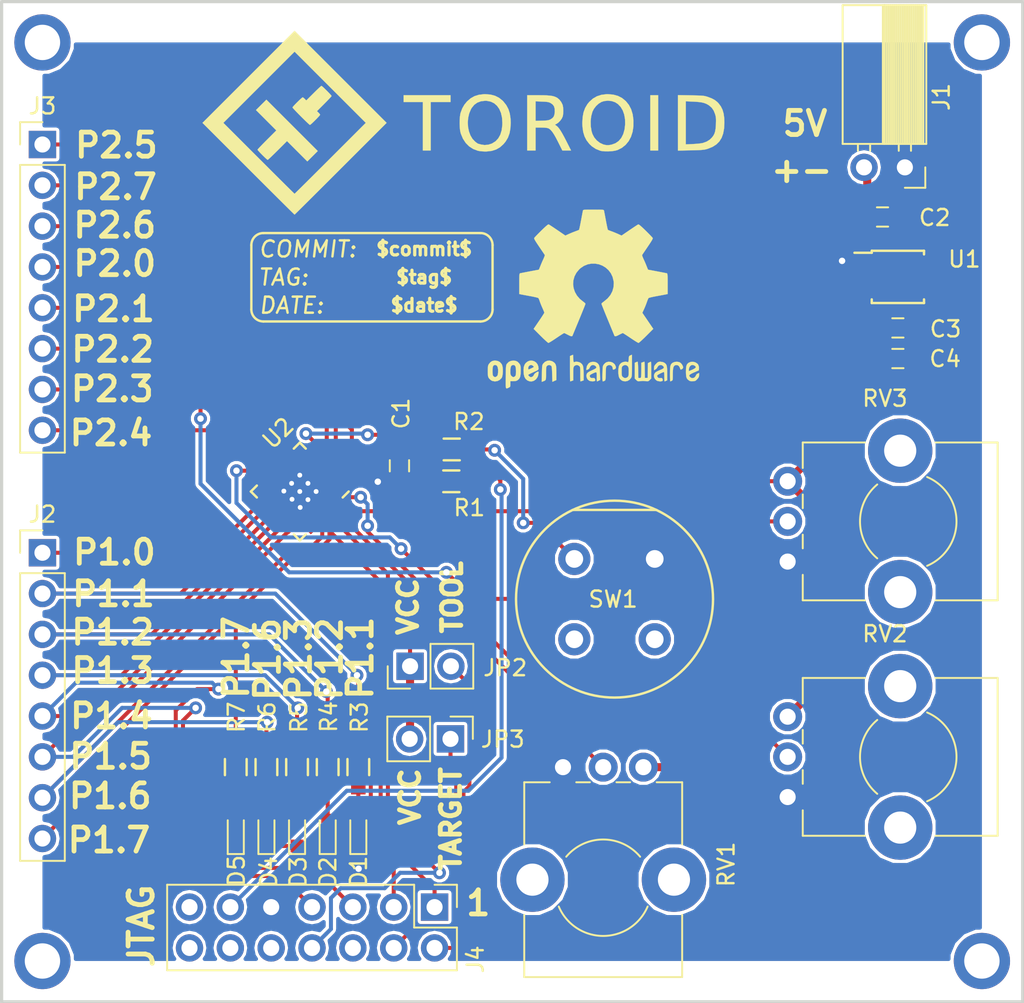
<source format=kicad_pcb>
(kicad_pcb (version 20170123) (host pcbnew "(2017-08-08 revision ef6910faa)-master")

  (general
    (thickness 1.6)
    (drawings 33)
    (tracks 269)
    (zones 0)
    (modules 44)
    (nets 37)
  )

  (page A4)
  (layers
    (0 F.Cu signal)
    (31 B.Cu signal)
    (32 B.Adhes user)
    (33 F.Adhes user)
    (34 B.Paste user)
    (35 F.Paste user)
    (36 B.SilkS user)
    (37 F.SilkS user)
    (38 B.Mask user)
    (39 F.Mask user)
    (40 Dwgs.User user)
    (41 Cmts.User user)
    (42 Eco1.User user)
    (43 Eco2.User user)
    (44 Edge.Cuts user)
    (45 Margin user)
    (46 B.CrtYd user)
    (47 F.CrtYd user)
    (48 B.Fab user)
    (49 F.Fab user hide)
  )

  (setup
    (last_trace_width 0.5)
    (user_trace_width 0.25)
    (user_trace_width 0.5)
    (user_trace_width 0.75)
    (user_trace_width 1)
    (user_trace_width 1.25)
    (user_trace_width 1.5)
    (trace_clearance 0.2)
    (zone_clearance 0)
    (zone_45_only no)
    (trace_min 0.2)
    (segment_width 0.2)
    (edge_width 0.15)
    (via_size 0.8)
    (via_drill 0.4)
    (via_min_size 0.4)
    (via_min_drill 0.3)
    (uvia_size 0.3)
    (uvia_drill 0.1)
    (uvias_allowed no)
    (uvia_min_size 0.2)
    (uvia_min_drill 0.1)
    (pcb_text_width 0.3)
    (pcb_text_size 1.5 1.5)
    (mod_edge_width 0.15)
    (mod_text_size 1 1)
    (mod_text_width 0.15)
    (pad_size 0.6 0.6)
    (pad_drill 0.3)
    (pad_to_mask_clearance 0.2)
    (aux_axis_origin 0 0)
    (visible_elements FFFFFF7F)
    (pcbplotparams
      (layerselection 0x010f0_ffffffff)
      (usegerberextensions true)
      (excludeedgelayer true)
      (linewidth 0.100000)
      (plotframeref false)
      (viasonmask false)
      (mode 1)
      (useauxorigin true)
      (hpglpennumber 1)
      (hpglpenspeed 20)
      (hpglpendiameter 15)
      (psnegative false)
      (psa4output false)
      (plotreference true)
      (plotvalue false)
      (plotinvisibletext false)
      (padsonsilk false)
      (subtractmaskfromsilk false)
      (outputformat 1)
      (mirror false)
      (drillshape 0)
      (scaleselection 1)
      (outputdirectory Gerber))
  )

  (net 0 "")
  (net 1 GND)
  (net 2 /RST)
  (net 3 "Net-(C2-Pad1)")
  (net 4 /VCC)
  (net 5 "Net-(D1-Pad2)")
  (net 6 "Net-(D2-Pad2)")
  (net 7 "Net-(D3-Pad2)")
  (net 8 /P1.0)
  (net 9 /P1.1)
  (net 10 /P1.2)
  (net 11 /P1.3)
  (net 12 /P1.4)
  (net 13 /P1.5)
  (net 14 /P1.6)
  (net 15 /P1.7)
  (net 16 /P2.7)
  (net 17 /P2.6)
  (net 18 /P2.5)
  (net 19 /P2.4)
  (net 20 /P2.3)
  (net 21 /P2.2)
  (net 22 /P2.1)
  (net 23 /P2.0)
  (net 24 "Net-(J4-Pad2)")
  (net 25 "Net-(J4-Pad4)")
  (net 26 /TEST)
  (net 27 "Net-(R2-Pad2)")
  (net 28 "Net-(D4-Pad2)")
  (net 29 "Net-(D5-Pad2)")
  (net 30 "Net-(J4-Pad6)")
  (net 31 "Net-(J4-Pad10)")
  (net 32 "Net-(J4-Pad12)")
  (net 33 "Net-(J4-Pad13)")
  (net 34 "Net-(J4-Pad14)")
  (net 35 "Net-(SW1-Pad1)")
  (net 36 "Net-(SW1-Pad2)")

  (net_class Default "This is the default net class."
    (clearance 0.2)
    (trace_width 0.25)
    (via_dia 0.8)
    (via_drill 0.4)
    (uvia_dia 0.3)
    (uvia_drill 0.1)
    (add_net /P1.0)
    (add_net /P1.1)
    (add_net /P1.2)
    (add_net /P1.3)
    (add_net /P1.4)
    (add_net /P1.5)
    (add_net /P1.6)
    (add_net /P1.7)
    (add_net /P2.0)
    (add_net /P2.1)
    (add_net /P2.2)
    (add_net /P2.3)
    (add_net /P2.4)
    (add_net /P2.5)
    (add_net /P2.6)
    (add_net /P2.7)
    (add_net /RST)
    (add_net /TEST)
    (add_net /VCC)
    (add_net GND)
    (add_net "Net-(C2-Pad1)")
    (add_net "Net-(D1-Pad2)")
    (add_net "Net-(D2-Pad2)")
    (add_net "Net-(D3-Pad2)")
    (add_net "Net-(D4-Pad2)")
    (add_net "Net-(D5-Pad2)")
    (add_net "Net-(J4-Pad10)")
    (add_net "Net-(J4-Pad12)")
    (add_net "Net-(J4-Pad13)")
    (add_net "Net-(J4-Pad14)")
    (add_net "Net-(J4-Pad2)")
    (add_net "Net-(J4-Pad4)")
    (add_net "Net-(J4-Pad6)")
    (add_net "Net-(R2-Pad2)")
    (add_net "Net-(SW1-Pad1)")
    (add_net "Net-(SW1-Pad2)")
  )

  (module Housings_SSOP:TSSOP-8_3x3mm_Pitch0.65mm (layer F.Cu) (tedit 59B1BC11) (tstamp 58E21D96)
    (at 196.705 55.227)
    (descr "TSSOP8: plastic thin shrink small outline package; 8 leads; body width 3 mm; (see NXP SSOP-TSSOP-VSO-REFLOW.pdf and sot505-1_po.pdf)")
    (tags "SSOP 0.65")
    (path /58DD5E14)
    (attr smd)
    (fp_text reference U1 (at 4.1328 -1.0996) (layer F.SilkS)
      (effects (font (size 1 1) (thickness 0.15)))
    )
    (fp_text value ADP1720ARMZ-3.3-R7 (at 0 2.55) (layer F.Fab)
      (effects (font (size 1 1) (thickness 0.15)))
    )
    (fp_line (start -0.5 -1.5) (end 1.5 -1.5) (layer F.Fab) (width 0.15))
    (fp_line (start 1.5 -1.5) (end 1.5 1.5) (layer F.Fab) (width 0.15))
    (fp_line (start 1.5 1.5) (end -1.5 1.5) (layer F.Fab) (width 0.15))
    (fp_line (start -1.5 1.5) (end -1.5 -0.5) (layer F.Fab) (width 0.15))
    (fp_line (start -1.5 -0.5) (end -0.5 -1.5) (layer F.Fab) (width 0.15))
    (fp_line (start -2.95 -1.8) (end -2.95 1.8) (layer F.CrtYd) (width 0.05))
    (fp_line (start 2.95 -1.8) (end 2.95 1.8) (layer F.CrtYd) (width 0.05))
    (fp_line (start -2.95 -1.8) (end 2.95 -1.8) (layer F.CrtYd) (width 0.05))
    (fp_line (start -2.95 1.8) (end 2.95 1.8) (layer F.CrtYd) (width 0.05))
    (fp_line (start -1.625 -1.625) (end -1.625 -1.5) (layer F.SilkS) (width 0.15))
    (fp_line (start 1.625 -1.625) (end 1.625 -1.4) (layer F.SilkS) (width 0.15))
    (fp_line (start 1.625 1.625) (end 1.625 1.4) (layer F.SilkS) (width 0.15))
    (fp_line (start -1.625 1.625) (end -1.625 1.4) (layer F.SilkS) (width 0.15))
    (fp_line (start -1.625 -1.625) (end 1.625 -1.625) (layer F.SilkS) (width 0.15))
    (fp_line (start -1.625 1.625) (end 1.625 1.625) (layer F.SilkS) (width 0.15))
    (fp_line (start -1.625 -1.5) (end -2.7 -1.5) (layer F.SilkS) (width 0.15))
    (pad 1 smd rect (at -2.15 -0.975) (size 1.1 0.4) (layers F.Cu F.Paste F.Mask)
      (net 1 GND))
    (pad 2 smd rect (at -2.15 -0.325) (size 1.1 0.4) (layers F.Cu F.Paste F.Mask)
      (net 3 "Net-(C2-Pad1)"))
    (pad 3 smd rect (at -2.15 0.325) (size 1.1 0.4) (layers F.Cu F.Paste F.Mask)
      (net 4 /VCC))
    (pad 4 smd rect (at -2.15 0.975) (size 1.1 0.4) (layers F.Cu F.Paste F.Mask)
      (net 3 "Net-(C2-Pad1)"))
    (pad 5 smd rect (at 2.15 0.975) (size 1.1 0.4) (layers F.Cu F.Paste F.Mask)
      (net 1 GND))
    (pad 6 smd rect (at 2.15 0.325) (size 1.1 0.4) (layers F.Cu F.Paste F.Mask)
      (net 1 GND))
    (pad 7 smd rect (at 2.15 -0.325) (size 1.1 0.4) (layers F.Cu F.Paste F.Mask)
      (net 1 GND))
    (pad 8 smd rect (at 2.15 -0.975) (size 1.1 0.4) (layers F.Cu F.Paste F.Mask)
      (net 1 GND))
    (model Housings_SSOP.3dshapes/TSSOP-8_3x3mm_Pitch0.65mm.wrl
      (at (xyz 0 0 0))
      (scale (xyz 1 1 1))
      (rotate (xyz 0 0 0))
    )
  )

  (module toroid-kicad:commit-trace (layer F.Cu) (tedit 5928A450) (tstamp 592D63A6)
    (at 164 55.5)
    (fp_text reference REF** (at -5.3 3.5) (layer F.SilkS) hide
      (effects (font (size 1 1) (thickness 0.15)))
    )
    (fp_text value commit-trace-small (at 0.1 -4.4) (layer F.Fab) hide
      (effects (font (size 1 1) (thickness 0.15)))
    )
    (fp_text user $date$ (at 3.25 1.5) (layer F.SilkS)
      (effects (font (size 0.8 0.8) (thickness 0.2)))
    )
    (fp_text user $tag$ (at 3.25 -0.25) (layer F.SilkS)
      (effects (font (size 0.8 0.8) (thickness 0.2)))
    )
    (fp_text user $commit$ (at 3.25 -2) (layer F.SilkS)
      (effects (font (size 0.8 0.8) (thickness 0.2)))
    )
    (fp_arc (start 6.75 -2.25) (end 7.5 -2.25) (angle -90) (layer F.SilkS) (width 0.15))
    (fp_arc (start 6.75 1.75) (end 6.75 2.5) (angle -90) (layer F.SilkS) (width 0.15))
    (fp_arc (start -6.75 1.75) (end -7.5 1.75) (angle -90) (layer F.SilkS) (width 0.15))
    (fp_arc (start -6.75 -2.25) (end -6.75 -3) (angle -90) (layer F.SilkS) (width 0.15))
    (fp_line (start -7.5 1.75) (end -7.5 -2.25) (layer F.SilkS) (width 0.15))
    (fp_line (start 6.75 2.5) (end -6.75 2.5) (layer F.SilkS) (width 0.15))
    (fp_line (start 7.5 -2.25) (end 7.5 1.75) (layer F.SilkS) (width 0.15))
    (fp_line (start -6.75 -3) (end 6.75 -3) (layer F.SilkS) (width 0.15))
    (fp_text user DATE: (at -5 1.5) (layer F.SilkS)
      (effects (font (size 1 1) (thickness 0.15) italic))
    )
    (fp_text user TAG: (at -5.5 -0.25) (layer F.SilkS)
      (effects (font (size 1 1) (thickness 0.15) italic))
    )
    (fp_text user COMMIT: (at -4 -2) (layer F.SilkS)
      (effects (font (size 1 1) (thickness 0.15) italic))
    )
  )

  (module Symbols:OSHW-Logo2_14.6x12mm_SilkScreen (layer F.Cu) (tedit 0) (tstamp 58DDC871)
    (at 177.7746 56.5912)
    (descr "Open Source Hardware Symbol")
    (tags "Logo Symbol OSHW")
    (attr virtual)
    (fp_text reference REF*** (at 0 0) (layer F.SilkS) hide
      (effects (font (size 1 1) (thickness 0.15)))
    )
    (fp_text value OSHW-Logo2_14.6x12mm_SilkScreen (at 0.75 0) (layer F.Fab) hide
      (effects (font (size 1 1) (thickness 0.15)))
    )
    (fp_poly (pts (xy 0.209014 -5.547002) (xy 0.367006 -5.546137) (xy 0.481347 -5.543795) (xy 0.559407 -5.539238)
      (xy 0.608554 -5.53173) (xy 0.636159 -5.520534) (xy 0.649592 -5.504912) (xy 0.656221 -5.484127)
      (xy 0.656865 -5.481437) (xy 0.666935 -5.432887) (xy 0.685575 -5.337095) (xy 0.710845 -5.204257)
      (xy 0.740807 -5.044569) (xy 0.773522 -4.868226) (xy 0.774664 -4.862033) (xy 0.807433 -4.689218)
      (xy 0.838093 -4.536531) (xy 0.864664 -4.413129) (xy 0.885167 -4.328169) (xy 0.897626 -4.29081)
      (xy 0.89822 -4.290148) (xy 0.934919 -4.271905) (xy 1.010586 -4.241503) (xy 1.108878 -4.205507)
      (xy 1.109425 -4.205315) (xy 1.233233 -4.158778) (xy 1.379196 -4.099496) (xy 1.516781 -4.039891)
      (xy 1.523293 -4.036944) (xy 1.74739 -3.935235) (xy 2.243619 -4.274103) (xy 2.395846 -4.377408)
      (xy 2.533741 -4.469763) (xy 2.649315 -4.545916) (xy 2.734579 -4.600615) (xy 2.781544 -4.628607)
      (xy 2.786004 -4.630683) (xy 2.820134 -4.62144) (xy 2.883881 -4.576844) (xy 2.979731 -4.494791)
      (xy 3.110169 -4.373179) (xy 3.243328 -4.243795) (xy 3.371694 -4.116298) (xy 3.486581 -3.999954)
      (xy 3.581073 -3.901948) (xy 3.648253 -3.829464) (xy 3.681206 -3.789687) (xy 3.682432 -3.787639)
      (xy 3.686074 -3.760344) (xy 3.67235 -3.715766) (xy 3.637869 -3.647888) (xy 3.579239 -3.550689)
      (xy 3.49307 -3.418149) (xy 3.3782 -3.247524) (xy 3.276254 -3.097345) (xy 3.185123 -2.96265)
      (xy 3.110073 -2.85126) (xy 3.056369 -2.770995) (xy 3.02928 -2.729675) (xy 3.027574 -2.72687)
      (xy 3.030882 -2.687279) (xy 3.055953 -2.610331) (xy 3.097798 -2.510568) (xy 3.112712 -2.478709)
      (xy 3.177786 -2.336774) (xy 3.247212 -2.175727) (xy 3.303609 -2.036379) (xy 3.344247 -1.932956)
      (xy 3.376526 -1.854358) (xy 3.395178 -1.81328) (xy 3.397497 -1.810115) (xy 3.431803 -1.804872)
      (xy 3.512669 -1.790506) (xy 3.629343 -1.769063) (xy 3.771075 -1.742587) (xy 3.92711 -1.713123)
      (xy 4.086698 -1.682717) (xy 4.239085 -1.653412) (xy 4.373521 -1.627255) (xy 4.479252 -1.60629)
      (xy 4.545526 -1.592561) (xy 4.561782 -1.58868) (xy 4.578573 -1.5791) (xy 4.591249 -1.557464)
      (xy 4.600378 -1.516469) (xy 4.606531 -1.448811) (xy 4.61028 -1.347188) (xy 4.612192 -1.204297)
      (xy 4.61284 -1.012835) (xy 4.612874 -0.934355) (xy 4.612874 -0.296094) (xy 4.459598 -0.26584)
      (xy 4.374322 -0.249436) (xy 4.24707 -0.225491) (xy 4.093315 -0.196893) (xy 3.928534 -0.166533)
      (xy 3.882989 -0.158194) (xy 3.730932 -0.12863) (xy 3.598468 -0.099558) (xy 3.496714 -0.073671)
      (xy 3.436788 -0.053663) (xy 3.426805 -0.047699) (xy 3.402293 -0.005466) (xy 3.367148 0.07637)
      (xy 3.328173 0.181683) (xy 3.320442 0.204368) (xy 3.26936 0.345018) (xy 3.205954 0.503714)
      (xy 3.143904 0.646225) (xy 3.143598 0.646886) (xy 3.040267 0.87044) (xy 3.719961 1.870232)
      (xy 3.283621 2.3073) (xy 3.151649 2.437381) (xy 3.031279 2.552048) (xy 2.929273 2.645181)
      (xy 2.852391 2.710658) (xy 2.807393 2.742357) (xy 2.800938 2.744368) (xy 2.76304 2.728529)
      (xy 2.685708 2.684496) (xy 2.577389 2.61749) (xy 2.446532 2.532734) (xy 2.305052 2.437816)
      (xy 2.161461 2.340998) (xy 2.033435 2.256751) (xy 1.929105 2.190258) (xy 1.8566 2.146702)
      (xy 1.824158 2.131264) (xy 1.784576 2.144328) (xy 1.709519 2.17875) (xy 1.614468 2.22738)
      (xy 1.604392 2.232785) (xy 1.476391 2.29698) (xy 1.388618 2.328463) (xy 1.334028 2.328798)
      (xy 1.305575 2.299548) (xy 1.30541 2.299138) (xy 1.291188 2.264498) (xy 1.257269 2.182269)
      (xy 1.206284 2.058814) (xy 1.140862 1.900498) (xy 1.063634 1.713686) (xy 0.977229 1.504742)
      (xy 0.893551 1.302446) (xy 0.801588 1.0792) (xy 0.71715 0.872392) (xy 0.642769 0.688362)
      (xy 0.580974 0.533451) (xy 0.534297 0.413996) (xy 0.505268 0.336339) (xy 0.496322 0.307356)
      (xy 0.518756 0.27411) (xy 0.577439 0.221123) (xy 0.655689 0.162704) (xy 0.878534 -0.022048)
      (xy 1.052718 -0.233818) (xy 1.176154 -0.468144) (xy 1.246754 -0.720566) (xy 1.262431 -0.986623)
      (xy 1.251036 -1.109425) (xy 1.18895 -1.364207) (xy 1.082023 -1.589199) (xy 0.936889 -1.782183)
      (xy 0.760178 -1.940939) (xy 0.558522 -2.06325) (xy 0.338554 -2.146895) (xy 0.106906 -2.189656)
      (xy -0.129791 -2.189313) (xy -0.364905 -2.143648) (xy -0.591804 -2.050441) (xy -0.803856 -1.907473)
      (xy -0.892364 -1.826617) (xy -1.062111 -1.618993) (xy -1.180301 -1.392105) (xy -1.247722 -1.152567)
      (xy -1.26516 -0.906993) (xy -1.233402 -0.661997) (xy -1.153235 -0.424192) (xy -1.025445 -0.200193)
      (xy -0.85082 0.003387) (xy -0.655688 0.162704) (xy -0.574409 0.223602) (xy -0.516991 0.276015)
      (xy -0.496322 0.307406) (xy -0.507144 0.341639) (xy -0.537923 0.423419) (xy -0.586126 0.546407)
      (xy -0.649222 0.704263) (xy -0.724678 0.890649) (xy -0.809962 1.099226) (xy -0.893781 1.302496)
      (xy -0.986255 1.525933) (xy -1.071911 1.732984) (xy -1.148118 1.917286) (xy -1.212247 2.072475)
      (xy -1.261668 2.192188) (xy -1.293752 2.270061) (xy -1.305641 2.299138) (xy -1.333726 2.328677)
      (xy -1.388051 2.328591) (xy -1.475605 2.297326) (xy -1.603381 2.233329) (xy -1.604392 2.232785)
      (xy -1.700598 2.183121) (xy -1.778369 2.146945) (xy -1.822223 2.131408) (xy -1.824158 2.131264)
      (xy -1.857171 2.147024) (xy -1.930054 2.19085) (xy -2.034678 2.257557) (xy -2.16291 2.341964)
      (xy -2.305052 2.437816) (xy -2.449767 2.534867) (xy -2.580196 2.61927) (xy -2.68789 2.685801)
      (xy -2.764402 2.729238) (xy -2.800938 2.744368) (xy -2.834582 2.724482) (xy -2.902224 2.668903)
      (xy -2.997107 2.583754) (xy -3.11247 2.475153) (xy -3.241555 2.349221) (xy -3.283771 2.307149)
      (xy -3.720261 1.869931) (xy -3.388023 1.38234) (xy -3.287054 1.232605) (xy -3.198438 1.09822)
      (xy -3.127146 0.986969) (xy -3.07815 0.906639) (xy -3.056422 0.865014) (xy -3.055785 0.862053)
      (xy -3.06724 0.822818) (xy -3.098051 0.743895) (xy -3.142884 0.638509) (xy -3.174353 0.567954)
      (xy -3.233192 0.432876) (xy -3.288604 0.296409) (xy -3.331564 0.181103) (xy -3.343234 0.145977)
      (xy -3.376389 0.052174) (xy -3.408799 -0.020306) (xy -3.426601 -0.047699) (xy -3.465886 -0.064464)
      (xy -3.551626 -0.08823) (xy -3.672697 -0.116303) (xy -3.817973 -0.145991) (xy -3.882988 -0.158194)
      (xy -4.048087 -0.188532) (xy -4.206448 -0.217907) (xy -4.342596 -0.243431) (xy -4.441057 -0.262215)
      (xy -4.459598 -0.26584) (xy -4.612873 -0.296094) (xy -4.612873 -0.934355) (xy -4.612529 -1.14423)
      (xy -4.611116 -1.30302) (xy -4.608064 -1.418027) (xy -4.602803 -1.496554) (xy -4.594763 -1.545904)
      (xy -4.583373 -1.573381) (xy -4.568063 -1.586287) (xy -4.561782 -1.58868) (xy -4.523896 -1.597167)
      (xy -4.440195 -1.6141) (xy -4.321433 -1.637434) (xy -4.178361 -1.665125) (xy -4.021732 -1.695127)
      (xy -3.862297 -1.725396) (xy -3.710809 -1.753885) (xy -3.578019 -1.778551) (xy -3.474681 -1.797349)
      (xy -3.411545 -1.808233) (xy -3.397497 -1.810115) (xy -3.38477 -1.835296) (xy -3.3566 -1.902378)
      (xy -3.318252 -1.998667) (xy -3.303609 -2.036379) (xy -3.244548 -2.182079) (xy -3.175 -2.343049)
      (xy -3.112712 -2.478709) (xy -3.066879 -2.582439) (xy -3.036387 -2.667674) (xy -3.026208 -2.719874)
      (xy -3.027831 -2.72687) (xy -3.049343 -2.759898) (xy -3.098465 -2.833357) (xy -3.169923 -2.939423)
      (xy -3.258445 -3.070274) (xy -3.358759 -3.218088) (xy -3.378594 -3.247266) (xy -3.494988 -3.420137)
      (xy -3.580548 -3.551774) (xy -3.638684 -3.648239) (xy -3.672808 -3.715592) (xy -3.686331 -3.759894)
      (xy -3.682664 -3.787206) (xy -3.68257 -3.78738) (xy -3.653707 -3.823254) (xy -3.589867 -3.892609)
      (xy -3.497969 -3.988255) (xy -3.384933 -4.103001) (xy -3.257679 -4.229659) (xy -3.243328 -4.243795)
      (xy -3.082957 -4.399097) (xy -2.959195 -4.51313) (xy -2.869555 -4.587998) (xy -2.811552 -4.625804)
      (xy -2.786004 -4.630683) (xy -2.748718 -4.609397) (xy -2.671343 -4.560227) (xy -2.561867 -4.488425)
      (xy -2.42828 -4.399245) (xy -2.27857 -4.297937) (xy -2.243618 -4.274103) (xy -1.74739 -3.935235)
      (xy -1.523293 -4.036944) (xy -1.387011 -4.096217) (xy -1.240724 -4.15583) (xy -1.114965 -4.20336)
      (xy -1.109425 -4.205315) (xy -1.011057 -4.241323) (xy -0.935229 -4.271771) (xy -0.898282 -4.290095)
      (xy -0.89822 -4.290148) (xy -0.886496 -4.323271) (xy -0.866568 -4.404733) (xy -0.840413 -4.525375)
      (xy -0.81001 -4.676041) (xy -0.777337 -4.847572) (xy -0.774664 -4.862033) (xy -0.74189 -5.038765)
      (xy -0.711802 -5.19919) (xy -0.686339 -5.333112) (xy -0.667441 -5.430337) (xy -0.657047 -5.480668)
      (xy -0.656865 -5.481437) (xy -0.650539 -5.502847) (xy -0.638239 -5.519012) (xy -0.612594 -5.530669)
      (xy -0.566235 -5.538555) (xy -0.491792 -5.543407) (xy -0.381895 -5.545961) (xy -0.229175 -5.546955)
      (xy -0.026262 -5.547126) (xy 0 -5.547126) (xy 0.209014 -5.547002)) (layer F.SilkS) (width 0.01))
    (fp_poly (pts (xy 6.343439 3.95654) (xy 6.45895 4.032034) (xy 6.514664 4.099617) (xy 6.558804 4.222255)
      (xy 6.562309 4.319298) (xy 6.554368 4.449056) (xy 6.255115 4.580039) (xy 6.109611 4.646958)
      (xy 6.014537 4.70079) (xy 5.965101 4.747416) (xy 5.956511 4.79272) (xy 5.983972 4.842582)
      (xy 6.014253 4.875632) (xy 6.102363 4.928633) (xy 6.198196 4.932347) (xy 6.286212 4.891041)
      (xy 6.350869 4.808983) (xy 6.362433 4.780008) (xy 6.417825 4.689509) (xy 6.481553 4.65094)
      (xy 6.568966 4.617946) (xy 6.568966 4.743034) (xy 6.561238 4.828156) (xy 6.530966 4.899938)
      (xy 6.467518 4.982356) (xy 6.458088 4.993066) (xy 6.387513 5.066391) (xy 6.326847 5.105742)
      (xy 6.25095 5.123845) (xy 6.18803 5.129774) (xy 6.075487 5.131251) (xy 5.99537 5.112535)
      (xy 5.94539 5.084747) (xy 5.866838 5.023641) (xy 5.812463 4.957554) (xy 5.778052 4.874441)
      (xy 5.759388 4.762254) (xy 5.752256 4.608946) (xy 5.751687 4.531136) (xy 5.753622 4.437853)
      (xy 5.929899 4.437853) (xy 5.931944 4.487896) (xy 5.937039 4.496092) (xy 5.970666 4.484958)
      (xy 6.04303 4.455493) (xy 6.139747 4.413601) (xy 6.159973 4.404597) (xy 6.282203 4.342442)
      (xy 6.349547 4.287815) (xy 6.364348 4.236649) (xy 6.328947 4.184876) (xy 6.299711 4.162)
      (xy 6.194216 4.11625) (xy 6.095476 4.123808) (xy 6.012812 4.179651) (xy 5.955548 4.278753)
      (xy 5.937188 4.357414) (xy 5.929899 4.437853) (xy 5.753622 4.437853) (xy 5.755459 4.349351)
      (xy 5.769359 4.214853) (xy 5.796894 4.116916) (xy 5.841572 4.044811) (xy 5.906901 3.987813)
      (xy 5.935383 3.969393) (xy 6.064763 3.921422) (xy 6.206412 3.918403) (xy 6.343439 3.95654)) (layer F.SilkS) (width 0.01))
    (fp_poly (pts (xy 5.33569 3.940018) (xy 5.370585 3.955269) (xy 5.453877 4.021235) (xy 5.525103 4.116618)
      (xy 5.569153 4.218406) (xy 5.576322 4.268587) (xy 5.552285 4.338647) (xy 5.499561 4.375717)
      (xy 5.443031 4.398164) (xy 5.417146 4.4023) (xy 5.404542 4.372283) (xy 5.379654 4.306961)
      (xy 5.368735 4.277445) (xy 5.307508 4.175348) (xy 5.218861 4.124423) (xy 5.105193 4.125989)
      (xy 5.096774 4.127994) (xy 5.036088 4.156767) (xy 4.991474 4.212859) (xy 4.961002 4.303163)
      (xy 4.942744 4.434571) (xy 4.934771 4.613974) (xy 4.934023 4.709433) (xy 4.933652 4.859913)
      (xy 4.931223 4.962495) (xy 4.92476 5.027672) (xy 4.912288 5.065938) (xy 4.891833 5.087785)
      (xy 4.861419 5.103707) (xy 4.859661 5.104509) (xy 4.801091 5.129272) (xy 4.772075 5.138391)
      (xy 4.767616 5.110822) (xy 4.763799 5.03462) (xy 4.760899 4.919541) (xy 4.759191 4.775341)
      (xy 4.758851 4.669814) (xy 4.760588 4.465613) (xy 4.767382 4.310697) (xy 4.781607 4.196024)
      (xy 4.805638 4.112551) (xy 4.841848 4.051236) (xy 4.892612 4.003034) (xy 4.942739 3.969393)
      (xy 5.063275 3.924619) (xy 5.203557 3.914521) (xy 5.33569 3.940018)) (layer F.SilkS) (width 0.01))
    (fp_poly (pts (xy 4.314406 3.935156) (xy 4.398469 3.973393) (xy 4.46445 4.019726) (xy 4.512794 4.071532)
      (xy 4.546172 4.138363) (xy 4.567253 4.229769) (xy 4.578707 4.355301) (xy 4.583203 4.524508)
      (xy 4.583678 4.635933) (xy 4.583678 5.070627) (xy 4.509316 5.104509) (xy 4.450746 5.129272)
      (xy 4.42173 5.138391) (xy 4.416179 5.111257) (xy 4.411775 5.038094) (xy 4.409078 4.931263)
      (xy 4.408506 4.846437) (xy 4.406046 4.723887) (xy 4.399412 4.626668) (xy 4.389726 4.567134)
      (xy 4.382032 4.554483) (xy 4.330311 4.567402) (xy 4.249117 4.600539) (xy 4.155102 4.645461)
      (xy 4.064917 4.693735) (xy 3.995215 4.736928) (xy 3.962648 4.766608) (xy 3.962519 4.766929)
      (xy 3.96532 4.821857) (xy 3.990439 4.874292) (xy 4.034541 4.916881) (xy 4.098909 4.931126)
      (xy 4.153921 4.929466) (xy 4.231835 4.928245) (xy 4.272732 4.946498) (xy 4.297295 4.994726)
      (xy 4.300392 5.00382) (xy 4.31104 5.072598) (xy 4.282565 5.11436) (xy 4.208344 5.134263)
      (xy 4.128168 5.137944) (xy 3.98389 5.110658) (xy 3.909203 5.07169) (xy 3.816963 4.980148)
      (xy 3.768043 4.867782) (xy 3.763654 4.749051) (xy 3.805001 4.638411) (xy 3.867197 4.56908)
      (xy 3.929294 4.530265) (xy 4.026895 4.481125) (xy 4.140632 4.431292) (xy 4.15959 4.423677)
      (xy 4.284521 4.368545) (xy 4.356539 4.319954) (xy 4.3797 4.271647) (xy 4.358064 4.21737)
      (xy 4.32092 4.174943) (xy 4.233127 4.122702) (xy 4.13653 4.118784) (xy 4.047944 4.159041)
      (xy 3.984186 4.239326) (xy 3.975817 4.26004) (xy 3.927096 4.336225) (xy 3.855965 4.392785)
      (xy 3.766207 4.439201) (xy 3.766207 4.307584) (xy 3.77149 4.227168) (xy 3.794142 4.163786)
      (xy 3.844367 4.096163) (xy 3.892582 4.044076) (xy 3.967554 3.970322) (xy 4.025806 3.930702)
      (xy 4.088372 3.91481) (xy 4.159193 3.912184) (xy 4.314406 3.935156)) (layer F.SilkS) (width 0.01))
    (fp_poly (pts (xy 3.580124 3.93984) (xy 3.584579 4.016653) (xy 3.588071 4.133391) (xy 3.590315 4.280821)
      (xy 3.591035 4.435455) (xy 3.591035 4.958727) (xy 3.498645 5.051117) (xy 3.434978 5.108047)
      (xy 3.379089 5.131107) (xy 3.302702 5.129647) (xy 3.27238 5.125934) (xy 3.17761 5.115126)
      (xy 3.099222 5.108933) (xy 3.080115 5.108361) (xy 3.015699 5.112102) (xy 2.923571 5.121494)
      (xy 2.88785 5.125934) (xy 2.800114 5.132801) (xy 2.741153 5.117885) (xy 2.68269 5.071835)
      (xy 2.661585 5.051117) (xy 2.569195 4.958727) (xy 2.569195 3.979947) (xy 2.643558 3.946066)
      (xy 2.70759 3.92097) (xy 2.745052 3.912184) (xy 2.754657 3.93995) (xy 2.763635 4.01753)
      (xy 2.771386 4.136348) (xy 2.777314 4.287828) (xy 2.780173 4.415805) (xy 2.788161 4.919425)
      (xy 2.857848 4.929278) (xy 2.921229 4.922389) (xy 2.952286 4.900083) (xy 2.960967 4.858379)
      (xy 2.968378 4.769544) (xy 2.973931 4.644834) (xy 2.977036 4.495507) (xy 2.977484 4.418661)
      (xy 2.977931 3.976287) (xy 3.069874 3.944235) (xy 3.134949 3.922443) (xy 3.170347 3.912281)
      (xy 3.171368 3.912184) (xy 3.17492 3.939809) (xy 3.178823 4.016411) (xy 3.182751 4.132579)
      (xy 3.186376 4.278904) (xy 3.188908 4.415805) (xy 3.196897 4.919425) (xy 3.372069 4.919425)
      (xy 3.380107 4.459965) (xy 3.388146 4.000505) (xy 3.473543 3.956344) (xy 3.536593 3.926019)
      (xy 3.57391 3.912258) (xy 3.574987 3.912184) (xy 3.580124 3.93984)) (layer F.SilkS) (width 0.01))
    (fp_poly (pts (xy 2.393914 4.154455) (xy 2.393543 4.372661) (xy 2.392108 4.540519) (xy 2.389002 4.66607)
      (xy 2.383622 4.757355) (xy 2.375362 4.822415) (xy 2.363616 4.869291) (xy 2.347781 4.906024)
      (xy 2.33579 4.926991) (xy 2.23649 5.040694) (xy 2.110588 5.111965) (xy 1.971291 5.137538)
      (xy 1.831805 5.11415) (xy 1.748743 5.072119) (xy 1.661545 4.999411) (xy 1.602117 4.910612)
      (xy 1.566261 4.79432) (xy 1.549781 4.639135) (xy 1.547447 4.525287) (xy 1.547761 4.517106)
      (xy 1.751724 4.517106) (xy 1.75297 4.647657) (xy 1.758678 4.73408) (xy 1.771804 4.790618)
      (xy 1.795306 4.831514) (xy 1.823386 4.862362) (xy 1.917688 4.921905) (xy 2.01894 4.926992)
      (xy 2.114636 4.877279) (xy 2.122084 4.870543) (xy 2.153874 4.835502) (xy 2.173808 4.793811)
      (xy 2.1846 4.731762) (xy 2.188965 4.635644) (xy 2.189655 4.529379) (xy 2.188159 4.39588)
      (xy 2.181964 4.306822) (xy 2.168514 4.248293) (xy 2.145251 4.206382) (xy 2.126175 4.184123)
      (xy 2.037563 4.127985) (xy 1.935508 4.121235) (xy 1.838095 4.164114) (xy 1.819296 4.180032)
      (xy 1.787293 4.215382) (xy 1.767318 4.257502) (xy 1.756593 4.320251) (xy 1.752339 4.417487)
      (xy 1.751724 4.517106) (xy 1.547761 4.517106) (xy 1.554504 4.341947) (xy 1.578472 4.204195)
      (xy 1.623548 4.100632) (xy 1.693928 4.019856) (xy 1.748743 3.978455) (xy 1.848376 3.933728)
      (xy 1.963855 3.912967) (xy 2.071199 3.918525) (xy 2.131264 3.940943) (xy 2.154835 3.947323)
      (xy 2.170477 3.923535) (xy 2.181395 3.859788) (xy 2.189655 3.762687) (xy 2.198699 3.654541)
      (xy 2.211261 3.589475) (xy 2.234119 3.552268) (xy 2.274051 3.527699) (xy 2.299138 3.516819)
      (xy 2.394023 3.477072) (xy 2.393914 4.154455)) (layer F.SilkS) (width 0.01))
    (fp_poly (pts (xy 1.065943 3.92192) (xy 1.198565 3.970859) (xy 1.30601 4.057419) (xy 1.348032 4.118352)
      (xy 1.393843 4.230161) (xy 1.392891 4.311006) (xy 1.344808 4.365378) (xy 1.327017 4.374624)
      (xy 1.250204 4.40345) (xy 1.210976 4.396065) (xy 1.197689 4.347658) (xy 1.197012 4.32092)
      (xy 1.172686 4.222548) (xy 1.109281 4.153734) (xy 1.021154 4.120498) (xy 0.922663 4.128861)
      (xy 0.842602 4.172296) (xy 0.815561 4.197072) (xy 0.796394 4.227129) (xy 0.783446 4.272565)
      (xy 0.775064 4.343476) (xy 0.769593 4.44996) (xy 0.765378 4.602112) (xy 0.764287 4.650287)
      (xy 0.760307 4.815095) (xy 0.755781 4.931088) (xy 0.748995 5.007833) (xy 0.738231 5.054893)
      (xy 0.721773 5.081835) (xy 0.697906 5.098223) (xy 0.682626 5.105463) (xy 0.617733 5.13022)
      (xy 0.579534 5.138391) (xy 0.566912 5.111103) (xy 0.559208 5.028603) (xy 0.55638 4.889941)
      (xy 0.558386 4.694162) (xy 0.559011 4.663965) (xy 0.563421 4.485349) (xy 0.568635 4.354923)
      (xy 0.576055 4.262492) (xy 0.587082 4.197858) (xy 0.603117 4.150825) (xy 0.625561 4.111196)
      (xy 0.637302 4.094215) (xy 0.704619 4.01908) (xy 0.77991 3.960638) (xy 0.789128 3.955536)
      (xy 0.924133 3.91526) (xy 1.065943 3.92192)) (layer F.SilkS) (width 0.01))
    (fp_poly (pts (xy 0.079944 3.92436) (xy 0.194343 3.966842) (xy 0.195652 3.967658) (xy 0.266403 4.01973)
      (xy 0.318636 4.080584) (xy 0.355371 4.159887) (xy 0.379634 4.267309) (xy 0.394445 4.412517)
      (xy 0.402829 4.605179) (xy 0.403564 4.632628) (xy 0.41412 5.046521) (xy 0.325291 5.092456)
      (xy 0.261018 5.123498) (xy 0.22221 5.138206) (xy 0.220415 5.138391) (xy 0.2137 5.11125)
      (xy 0.208365 5.038041) (xy 0.205083 4.931081) (xy 0.204368 4.844469) (xy 0.204351 4.704162)
      (xy 0.197937 4.616051) (xy 0.17558 4.574025) (xy 0.127732 4.571975) (xy 0.044849 4.60379)
      (xy -0.080287 4.662272) (xy -0.172303 4.710845) (xy -0.219629 4.752986) (xy -0.233542 4.798916)
      (xy -0.233563 4.801189) (xy -0.210605 4.880311) (xy -0.14263 4.923055) (xy -0.038602 4.929246)
      (xy 0.03633 4.928172) (xy 0.075839 4.949753) (xy 0.100478 5.001591) (xy 0.114659 5.067632)
      (xy 0.094223 5.105104) (xy 0.086528 5.110467) (xy 0.014083 5.132006) (xy -0.087367 5.135055)
      (xy -0.191843 5.120778) (xy -0.265875 5.094688) (xy -0.368228 5.007785) (xy -0.426409 4.886816)
      (xy -0.437931 4.792308) (xy -0.429138 4.707062) (xy -0.39732 4.637476) (xy -0.334316 4.575672)
      (xy -0.231969 4.513772) (xy -0.082118 4.443897) (xy -0.072988 4.439948) (xy 0.061997 4.377588)
      (xy 0.145294 4.326446) (xy 0.180997 4.280488) (xy 0.173203 4.233683) (xy 0.126007 4.179998)
      (xy 0.111894 4.167644) (xy 0.017359 4.119741) (xy -0.080594 4.121758) (xy -0.165903 4.168724)
      (xy -0.222504 4.255669) (xy -0.227763 4.272734) (xy -0.278977 4.355504) (xy -0.343963 4.395372)
      (xy -0.437931 4.434882) (xy -0.437931 4.332658) (xy -0.409347 4.184072) (xy -0.324505 4.047784)
      (xy -0.280355 4.002191) (xy -0.179995 3.943674) (xy -0.052365 3.917184) (xy 0.079944 3.92436)) (layer F.SilkS) (width 0.01))
    (fp_poly (pts (xy -1.255402 3.723857) (xy -1.246846 3.843188) (xy -1.237019 3.913506) (xy -1.223401 3.944179)
      (xy -1.203473 3.944571) (xy -1.197011 3.94091) (xy -1.11106 3.914398) (xy -0.999255 3.915946)
      (xy -0.885586 3.943199) (xy -0.81449 3.978455) (xy -0.741595 4.034778) (xy -0.688307 4.098519)
      (xy -0.651725 4.17951) (xy -0.62895 4.287586) (xy -0.617081 4.43258) (xy -0.613218 4.624326)
      (xy -0.613149 4.661109) (xy -0.613103 5.074288) (xy -0.705046 5.106339) (xy -0.770348 5.128144)
      (xy -0.806176 5.138297) (xy -0.80723 5.138391) (xy -0.810758 5.11086) (xy -0.813761 5.034923)
      (xy -0.81601 4.920565) (xy -0.817276 4.777769) (xy -0.817471 4.690951) (xy -0.817877 4.519773)
      (xy -0.819968 4.397088) (xy -0.825053 4.313) (xy -0.83444 4.257614) (xy -0.849439 4.221032)
      (xy -0.871358 4.193359) (xy -0.885043 4.180032) (xy -0.979051 4.126328) (xy -1.081636 4.122307)
      (xy -1.17471 4.167725) (xy -1.191922 4.184123) (xy -1.217168 4.214957) (xy -1.23468 4.251531)
      (xy -1.245858 4.304415) (xy -1.252104 4.384177) (xy -1.254818 4.501385) (xy -1.255402 4.662991)
      (xy -1.255402 5.074288) (xy -1.347345 5.106339) (xy -1.412647 5.128144) (xy -1.448475 5.138297)
      (xy -1.449529 5.138391) (xy -1.452225 5.110448) (xy -1.454655 5.03163) (xy -1.456722 4.909453)
      (xy -1.458329 4.751432) (xy -1.459377 4.565083) (xy -1.459769 4.35792) (xy -1.45977 4.348706)
      (xy -1.45977 3.55902) (xy -1.364885 3.518997) (xy -1.27 3.478973) (xy -1.255402 3.723857)) (layer F.SilkS) (width 0.01))
    (fp_poly (pts (xy -3.684448 3.884676) (xy -3.569342 3.962111) (xy -3.480389 4.073949) (xy -3.427251 4.216265)
      (xy -3.416503 4.321015) (xy -3.417724 4.364726) (xy -3.427944 4.398194) (xy -3.456039 4.428179)
      (xy -3.510884 4.46144) (xy -3.601355 4.504738) (xy -3.736328 4.564833) (xy -3.737011 4.565134)
      (xy -3.861249 4.622037) (xy -3.963127 4.672565) (xy -4.032233 4.71128) (xy -4.058154 4.73274)
      (xy -4.058161 4.732913) (xy -4.035315 4.779644) (xy -3.981891 4.831154) (xy -3.920558 4.868261)
      (xy -3.889485 4.875632) (xy -3.804711 4.850138) (xy -3.731707 4.786291) (xy -3.696087 4.716094)
      (xy -3.66182 4.664343) (xy -3.594697 4.605409) (xy -3.515792 4.554496) (xy -3.446179 4.526809)
      (xy -3.431623 4.525287) (xy -3.415237 4.550321) (xy -3.41425 4.614311) (xy -3.426292 4.700593)
      (xy -3.448993 4.792501) (xy -3.479986 4.873369) (xy -3.481552 4.876509) (xy -3.574819 5.006734)
      (xy -3.695696 5.095311) (xy -3.832973 5.138786) (xy -3.97544 5.133706) (xy -4.111888 5.076616)
      (xy -4.117955 5.072602) (xy -4.22529 4.975326) (xy -4.295868 4.848409) (xy -4.334926 4.681526)
      (xy -4.340168 4.634639) (xy -4.349452 4.413329) (xy -4.338322 4.310124) (xy -4.058161 4.310124)
      (xy -4.054521 4.374503) (xy -4.034611 4.393291) (xy -3.984974 4.379235) (xy -3.906733 4.346009)
      (xy -3.819274 4.304359) (xy -3.817101 4.303256) (xy -3.74297 4.264265) (xy -3.713219 4.238244)
      (xy -3.720555 4.210965) (xy -3.751447 4.175121) (xy -3.83004 4.123251) (xy -3.914677 4.119439)
      (xy -3.990597 4.157189) (xy -4.043035 4.230001) (xy -4.058161 4.310124) (xy -4.338322 4.310124)
      (xy -4.330356 4.236261) (xy -4.281366 4.095829) (xy -4.213164 3.997447) (xy -4.090065 3.89803)
      (xy -3.954472 3.848711) (xy -3.816045 3.845568) (xy -3.684448 3.884676)) (layer F.SilkS) (width 0.01))
    (fp_poly (pts (xy -5.951779 3.866015) (xy -5.814939 3.937968) (xy -5.713949 4.053766) (xy -5.678075 4.128213)
      (xy -5.650161 4.239992) (xy -5.635871 4.381227) (xy -5.634516 4.535371) (xy -5.645405 4.685879)
      (xy -5.667847 4.816205) (xy -5.70115 4.909803) (xy -5.711385 4.925922) (xy -5.832618 5.046249)
      (xy -5.976613 5.118317) (xy -6.132861 5.139408) (xy -6.290852 5.106802) (xy -6.33482 5.087253)
      (xy -6.420444 5.027012) (xy -6.495592 4.947135) (xy -6.502694 4.937004) (xy -6.531561 4.888181)
      (xy -6.550643 4.83599) (xy -6.561916 4.767285) (xy -6.567355 4.668918) (xy -6.568938 4.527744)
      (xy -6.568965 4.496092) (xy -6.568893 4.486019) (xy -6.277011 4.486019) (xy -6.275313 4.619256)
      (xy -6.268628 4.707674) (xy -6.254575 4.764785) (xy -6.230771 4.804102) (xy -6.218621 4.817241)
      (xy -6.148764 4.867172) (xy -6.080941 4.864895) (xy -6.012365 4.821584) (xy -5.971465 4.775346)
      (xy -5.947242 4.707857) (xy -5.933639 4.601433) (xy -5.932706 4.58902) (xy -5.930384 4.396147)
      (xy -5.95465 4.2529) (xy -6.005176 4.16016) (xy -6.081632 4.118807) (xy -6.108924 4.116552)
      (xy -6.180589 4.127893) (xy -6.22961 4.167184) (xy -6.259582 4.242326) (xy -6.274101 4.361222)
      (xy -6.277011 4.486019) (xy -6.568893 4.486019) (xy -6.567878 4.345659) (xy -6.563312 4.240549)
      (xy -6.553312 4.167714) (xy -6.535921 4.114108) (xy -6.509184 4.066681) (xy -6.503276 4.057864)
      (xy -6.403968 3.939007) (xy -6.295758 3.870008) (xy -6.164019 3.842619) (xy -6.119283 3.841281)
      (xy -5.951779 3.866015)) (layer F.SilkS) (width 0.01))
    (fp_poly (pts (xy -2.582571 3.877719) (xy -2.488877 3.931914) (xy -2.423736 3.985707) (xy -2.376093 4.042066)
      (xy -2.343272 4.110987) (xy -2.322594 4.202468) (xy -2.31138 4.326506) (xy -2.306951 4.493098)
      (xy -2.306437 4.612851) (xy -2.306437 5.053659) (xy -2.430517 5.109283) (xy -2.554598 5.164907)
      (xy -2.569195 4.682095) (xy -2.575227 4.501779) (xy -2.581555 4.370901) (xy -2.589394 4.280511)
      (xy -2.599963 4.221664) (xy -2.614477 4.185413) (xy -2.634152 4.16281) (xy -2.640465 4.157917)
      (xy -2.736112 4.119706) (xy -2.832793 4.134827) (xy -2.890345 4.174943) (xy -2.913755 4.20337)
      (xy -2.929961 4.240672) (xy -2.940259 4.297223) (xy -2.945951 4.383394) (xy -2.948336 4.509558)
      (xy -2.948736 4.641042) (xy -2.948814 4.805999) (xy -2.951639 4.922761) (xy -2.961093 5.00151)
      (xy -2.98106 5.052431) (xy -3.015424 5.085706) (xy -3.068068 5.11152) (xy -3.138383 5.138344)
      (xy -3.21518 5.167542) (xy -3.206038 4.649346) (xy -3.202357 4.462539) (xy -3.19805 4.32449)
      (xy -3.191877 4.225568) (xy -3.182598 4.156145) (xy -3.168973 4.10659) (xy -3.149761 4.067273)
      (xy -3.126598 4.032584) (xy -3.014848 3.92177) (xy -2.878487 3.857689) (xy -2.730175 3.842339)
      (xy -2.582571 3.877719)) (layer F.SilkS) (width 0.01))
    (fp_poly (pts (xy -4.8281 3.861903) (xy -4.71655 3.917522) (xy -4.618092 4.019931) (xy -4.590977 4.057864)
      (xy -4.561438 4.1075) (xy -4.542272 4.161412) (xy -4.531307 4.233364) (xy -4.526371 4.337122)
      (xy -4.525287 4.474101) (xy -4.530182 4.661815) (xy -4.547196 4.802758) (xy -4.579823 4.907908)
      (xy -4.631558 4.988243) (xy -4.705896 5.054741) (xy -4.711358 5.058678) (xy -4.78462 5.098953)
      (xy -4.87284 5.11888) (xy -4.985038 5.123793) (xy -5.167433 5.123793) (xy -5.167509 5.300857)
      (xy -5.169207 5.39947) (xy -5.17955 5.457314) (xy -5.206578 5.492006) (xy -5.258332 5.521164)
      (xy -5.270761 5.527121) (xy -5.328923 5.555039) (xy -5.373956 5.572672) (xy -5.407441 5.574194)
      (xy -5.430962 5.553781) (xy -5.4461 5.505607) (xy -5.454437 5.423846) (xy -5.457556 5.302672)
      (xy -5.45704 5.13626) (xy -5.454471 4.918785) (xy -5.453668 4.853736) (xy -5.450778 4.629502)
      (xy -5.448188 4.482821) (xy -5.167586 4.482821) (xy -5.166009 4.607326) (xy -5.159 4.688787)
      (xy -5.143142 4.742515) (xy -5.115019 4.783823) (xy -5.095925 4.803971) (xy -5.017865 4.862921)
      (xy -4.948753 4.86772) (xy -4.87744 4.819038) (xy -4.875632 4.817241) (xy -4.846617 4.779618)
      (xy -4.828967 4.728484) (xy -4.820064 4.649738) (xy -4.817291 4.529276) (xy -4.817241 4.502588)
      (xy -4.823942 4.336583) (xy -4.845752 4.221505) (xy -4.885235 4.151254) (xy -4.944956 4.119729)
      (xy -4.979472 4.116552) (xy -5.061389 4.13146) (xy -5.117579 4.180548) (xy -5.151402 4.270362)
      (xy -5.16622 4.407445) (xy -5.167586 4.482821) (xy -5.448188 4.482821) (xy -5.447713 4.455952)
      (xy -5.443753 4.325382) (xy -5.438174 4.230087) (xy -5.430254 4.162364) (xy -5.419269 4.114507)
      (xy -5.404499 4.078813) (xy -5.385218 4.047578) (xy -5.376951 4.035824) (xy -5.267288 3.924797)
      (xy -5.128635 3.861847) (xy -4.968246 3.844297) (xy -4.8281 3.861903)) (layer F.SilkS) (width 0.01))
  )

  (module TOROID-KiCad:Logo_and_Name_32mm_FSilk (layer F.Cu) (tedit 0) (tstamp 58DDB261)
    (at 169.6974 45.6438)
    (tags TOROID)
    (fp_text reference G*** (at -2.5 7.5) (layer F.SilkS) hide
      (effects (font (thickness 0.3)))
    )
    (fp_text value TOROID (at -10 7.5) (layer F.SilkS) hide
      (effects (font (thickness 0.3)))
    )
    (fp_poly (pts (xy -8.80386 -2.281179) (xy -8.735544 -2.222222) (xy -8.644333 -2.136954) (xy -8.540838 -2.036007)
      (xy -8.435668 -1.93001) (xy -8.339433 -1.829594) (xy -8.262744 -1.745391) (xy -8.216209 -1.688032)
      (xy -8.207152 -1.670423) (xy -8.229085 -1.638831) (xy -8.29024 -1.569137) (xy -8.383652 -1.4688)
      (xy -8.502355 -1.345279) (xy -8.639383 -1.206033) (xy -8.662136 -1.1832) (xy -9.117121 -0.727402)
      (xy -9.018969 -0.633367) (xy -8.95764 -0.566859) (xy -8.923401 -0.514682) (xy -8.920817 -0.50421)
      (xy -8.942844 -0.46865) (xy -9.001839 -0.399645) (xy -9.087169 -0.307834) (xy -9.188206 -0.203855)
      (xy -9.294317 -0.098345) (xy -9.394872 -0.001942) (xy -9.479241 0.074716) (xy -9.536792 0.120991)
      (xy -9.554362 0.129757) (xy -9.585554 0.107726) (xy -9.655413 0.045951) (xy -9.757076 -0.049092)
      (xy -9.883682 -0.170926) (xy -10.028367 -0.313077) (xy -10.113331 -0.39774) (xy -10.263711 -0.549694)
      (xy -10.397364 -0.687364) (xy -10.507822 -0.803871) (xy -10.588617 -0.892336) (xy -10.633281 -0.945881)
      (xy -10.640102 -0.95796) (xy -10.618017 -0.993242) (xy -10.558869 -1.061879) (xy -10.473317 -1.153274)
      (xy -10.372019 -1.256829) (xy -10.265635 -1.361947) (xy -10.164822 -1.45803) (xy -10.08024 -1.53448)
      (xy -10.022547 -1.5807) (xy -10.004884 -1.589528) (xy -9.963008 -1.567896) (xy -9.899375 -1.513815)
      (xy -9.876978 -1.491376) (xy -9.782942 -1.393223) (xy -9.327144 -1.848208) (xy -9.186025 -1.987504)
      (xy -9.059354 -2.109563) (xy -8.954615 -2.207416) (xy -8.87929 -2.274096) (xy -8.84086 -2.302632)
      (xy -8.838672 -2.303193) (xy -8.80386 -2.281179)) (layer F.SilkS) (width 0.01))
    (fp_poly (pts (xy -9.067033 1.751567) (xy -9.391562 2.076096) (xy -9.71609 2.400625) (xy -10.980082 1.135385)
      (xy -11.564627 1.719289) (xy -11.724705 1.877956) (xy -11.870617 2.020231) (xy -11.995874 2.139976)
      (xy -12.093985 2.231051) (xy -12.158461 2.287318) (xy -12.181931 2.303192) (xy -12.216904 2.281157)
      (xy -12.285335 2.222143) (xy -12.376618 2.136789) (xy -12.480145 2.035735) (xy -12.58531 1.92962)
      (xy -12.681505 1.829084) (xy -12.758123 1.744765) (xy -12.804556 1.687302) (xy -12.813537 1.669678)
      (xy -12.79147 1.638891) (xy -12.729366 1.569017) (xy -12.633373 1.466538) (xy -12.50964 1.337931)
      (xy -12.364315 1.189678) (xy -12.229609 1.054257) (xy -11.64568 0.471005) (xy -12.278424 -0.162333)
      (xy -12.911167 -0.79567) (xy -12.586334 -1.119285) (xy -12.2615 -1.4429) (xy -9.067033 1.751567)) (layer F.SilkS) (width 0.01))
    (fp_poly (pts (xy 14.135441 -1.712016) (xy 14.38786 -1.707317) (xy 14.585535 -1.702356) (xy 14.738597 -1.696203)
      (xy 14.857177 -1.687927) (xy 14.951406 -1.676598) (xy 15.031416 -1.661284) (xy 15.107337 -1.641056)
      (xy 15.188368 -1.615291) (xy 15.427884 -1.524) (xy 15.617569 -1.422777) (xy 15.772465 -1.302631)
      (xy 15.856568 -1.215897) (xy 15.998913 -1.02501) (xy 16.103175 -0.814508) (xy 16.172487 -0.574033)
      (xy 16.209985 -0.293226) (xy 16.219189 -0.017514) (xy 16.200617 0.347802) (xy 16.144178 0.662454)
      (xy 16.047342 0.930188) (xy 15.90758 1.154749) (xy 15.722363 1.339883) (xy 15.48916 1.489336)
      (xy 15.205444 1.606854) (xy 15.100511 1.639205) (xy 15.01784 1.658635) (xy 14.914744 1.67418)
      (xy 14.782342 1.686484) (xy 14.61175 1.696193) (xy 14.394084 1.703951) (xy 14.120462 1.710403)
      (xy 14.119221 1.710427) (xy 13.332567 1.725939) (xy 13.332567 1.339676) (xy 13.819158 1.339676)
      (xy 14.266268 1.317546) (xy 14.446406 1.306068) (xy 14.618258 1.290564) (xy 14.763802 1.272952)
      (xy 14.865013 1.255151) (xy 14.874506 1.252783) (xy 15.112479 1.167908) (xy 15.305497 1.048059)
      (xy 15.434737 0.924077) (xy 15.527671 0.804717) (xy 15.595355 0.680343) (xy 15.642048 0.536923)
      (xy 15.672008 0.360425) (xy 15.689491 0.136816) (xy 15.692277 0.075233) (xy 15.697832 -0.106637)
      (xy 15.696303 -0.242791) (xy 15.68611 -0.352157) (xy 15.665673 -0.453663) (xy 15.640672 -0.542628)
      (xy 15.55363 -0.761878) (xy 15.435513 -0.934944) (xy 15.275291 -1.077348) (xy 15.246488 -1.097331)
      (xy 15.115855 -1.173485) (xy 14.972686 -1.230775) (xy 14.804656 -1.272055) (xy 14.599442 -1.300177)
      (xy 14.34472 -1.317995) (xy 14.281418 -1.320791) (xy 13.819158 -1.339542) (xy 13.819158 1.339676)
      (xy 13.332567 1.339676) (xy 13.332567 -1.725849) (xy 14.135441 -1.712016)) (layer F.SilkS) (width 0.01))
    (fp_poly (pts (xy 12.099873 1.719284) (xy 11.613283 1.719284) (xy 11.613283 -1.719285) (xy 12.099873 -1.719285)
      (xy 12.099873 1.719284)) (layer F.SilkS) (width 0.01))
    (fp_poly (pts (xy 4.939111 -1.717019) (xy 5.174523 -1.709342) (xy 5.363744 -1.694939) (xy 5.516053 -1.672493)
      (xy 5.640729 -1.640686) (xy 5.747053 -1.598204) (xy 5.832209 -1.551311) (xy 5.959199 -1.444115)
      (xy 6.07196 -1.297639) (xy 6.151996 -1.137342) (xy 6.166714 -1.090907) (xy 6.192044 -0.941974)
      (xy 6.201619 -0.761537) (xy 6.195388 -0.579363) (xy 6.173297 -0.425217) (xy 6.167914 -0.40377)
      (xy 6.107914 -0.269677) (xy 6.00847 -0.130934) (xy 5.888714 -0.010791) (xy 5.787915 0.057984)
      (xy 5.678519 0.114108) (xy 5.768436 0.174541) (xy 5.847672 0.241129) (xy 5.933421 0.340868)
      (xy 6.029281 0.479329) (xy 6.138853 0.662086) (xy 6.265736 0.894712) (xy 6.392321 1.140645)
      (xy 6.684324 1.719284) (xy 6.142385 1.719284) (xy 5.879323 1.192145) (xy 5.743287 0.928931)
      (xy 5.624675 0.72108) (xy 5.519318 0.562774) (xy 5.423049 0.448196) (xy 5.3317 0.371528)
      (xy 5.266294 0.336392) (xy 5.168961 0.312502) (xy 5.017428 0.297352) (xy 4.821911 0.291955)
      (xy 4.818284 0.291954) (xy 4.476629 0.291954) (xy 4.476629 1.719284) (xy 3.957599 1.719284)
      (xy 3.957599 -0.123086) (xy 4.476629 -0.123086) (xy 4.874011 -0.134567) (xy 5.056225 -0.141806)
      (xy 5.188183 -0.152716) (xy 5.284487 -0.169481) (xy 5.359742 -0.194286) (xy 5.399311 -0.213117)
      (xy 5.524139 -0.293748) (xy 5.604851 -0.389056) (xy 5.65045 -0.514927) (xy 5.669937 -0.687244)
      (xy 5.670109 -0.690982) (xy 5.664421 -0.882115) (xy 5.623811 -1.02763) (xy 5.542479 -1.139886)
      (xy 5.417287 -1.229755) (xy 5.348219 -1.264037) (xy 5.275117 -1.287899) (xy 5.182822 -1.303968)
      (xy 5.056176 -1.31487) (xy 4.880019 -1.323232) (xy 4.877155 -1.323343) (xy 4.476629 -1.338772)
      (xy 4.476629 -0.123086) (xy 3.957599 -0.123086) (xy 3.957599 -1.719285) (xy 4.64823 -1.719285)
      (xy 4.939111 -1.717019)) (layer F.SilkS) (width 0.01))
    (fp_poly (pts (xy -0.810983 -1.297574) (xy -2.043678 -1.297574) (xy -2.043678 1.719284) (xy -2.530268 1.719284)
      (xy -2.530268 -1.297574) (xy -3.730523 -1.297574) (xy -3.730523 -1.719285) (xy -0.810983 -1.719285)
      (xy -0.810983 -1.297574)) (layer F.SilkS) (width 0.01))
    (fp_poly (pts (xy 9.300751 -1.757763) (xy 9.595961 -1.678047) (xy 9.8571 -1.544247) (xy 10.086159 -1.355593)
      (xy 10.090806 -1.350867) (xy 10.280906 -1.114823) (xy 10.421958 -0.843465) (xy 10.515558 -0.53279)
      (xy 10.563298 -0.178795) (xy 10.564369 -0.162197) (xy 10.562747 0.213153) (xy 10.511036 0.557619)
      (xy 10.411125 0.867667) (xy 10.264902 1.139767) (xy 10.074255 1.370388) (xy 9.841075 1.555996)
      (xy 9.573471 1.690679) (xy 9.416258 1.733622) (xy 9.217638 1.762379) (xy 8.999708 1.776044)
      (xy 8.784565 1.773712) (xy 8.594307 1.754478) (xy 8.50179 1.734588) (xy 8.226049 1.624423)
      (xy 7.975739 1.458025) (xy 7.822524 1.312698) (xy 7.649745 1.089309) (xy 7.522716 0.843597)
      (xy 7.438532 0.566832) (xy 7.394287 0.250286) (xy 7.385523 0) (xy 7.390705 -0.098851)
      (xy 7.902021 -0.098851) (xy 7.909952 0.217937) (xy 7.960244 0.51996) (xy 8.012662 0.690387)
      (xy 8.124412 0.906114) (xy 8.282422 1.094183) (xy 8.474277 1.243329) (xy 8.687561 1.342282)
      (xy 8.750007 1.359595) (xy 8.883108 1.384404) (xy 9.001792 1.387629) (xy 9.135875 1.368658)
      (xy 9.221003 1.349956) (xy 9.45352 1.26401) (xy 9.650108 1.125316) (xy 9.809275 0.93611)
      (xy 9.929527 0.698629) (xy 10.009373 0.41511) (xy 10.045976 0.113537) (xy 10.041743 -0.212311)
      (xy 9.992055 -0.50937) (xy 9.899385 -0.772124) (xy 9.766206 -0.99506) (xy 9.594991 -1.172661)
      (xy 9.418776 -1.285149) (xy 9.205457 -1.35655) (xy 8.970866 -1.37942) (xy 8.737209 -1.353379)
      (xy 8.571443 -1.299559) (xy 8.400522 -1.195546) (xy 8.238589 -1.045576) (xy 8.10258 -0.868085)
      (xy 8.013208 -0.691849) (xy 7.936443 -0.409186) (xy 7.902021 -0.098851) (xy 7.390705 -0.098851)
      (xy 7.404025 -0.352891) (xy 7.461249 -0.65972) (xy 7.55978 -0.928304) (xy 7.702199 -1.166461)
      (xy 7.816794 -1.305676) (xy 8.041103 -1.508106) (xy 8.292141 -1.653963) (xy 8.574029 -1.744957)
      (xy 8.890887 -1.782799) (xy 8.969477 -1.784164) (xy 9.300751 -1.757763)) (layer F.SilkS) (width 0.01))
    (fp_poly (pts (xy 1.668992 -1.760035) (xy 1.953104 -1.686155) (xy 2.204105 -1.560285) (xy 2.427528 -1.380187)
      (xy 2.481046 -1.324998) (xy 2.657597 -1.101033) (xy 2.787694 -0.856827) (xy 2.87446 -0.583199)
      (xy 2.921015 -0.270965) (xy 2.931426 0) (xy 2.913556 0.348009) (xy 2.857867 0.650381)
      (xy 2.761236 0.916298) (xy 2.620543 1.154942) (xy 2.481046 1.324998) (xy 2.266665 1.517608)
      (xy 2.027705 1.655963) (xy 1.757773 1.742605) (xy 1.45048 1.780073) (xy 1.331308 1.782028)
      (xy 1.175772 1.775118) (xy 1.019745 1.758831) (xy 0.893626 1.736475) (xy 0.879257 1.732827)
      (xy 0.593964 1.62413) (xy 0.344482 1.462143) (xy 0.132836 1.248965) (xy -0.038947 0.986695)
      (xy -0.168842 0.677432) (xy -0.182946 0.632567) (xy -0.215551 0.476736) (xy -0.236224 0.277094)
      (xy -0.244965 0.053327) (xy -0.243837 -0.02737) (xy 0.262619 -0.02737) (xy 0.278992 0.257355)
      (xy 0.333843 0.529847) (xy 0.425751 0.77929) (xy 0.553296 0.994868) (xy 0.715058 1.165764)
      (xy 0.723694 1.172686) (xy 0.809715 1.238366) (xy 0.875245 1.284139) (xy 0.903105 1.299005)
      (xy 0.944136 1.308152) (xy 1.025795 1.330003) (xy 1.086718 1.347258) (xy 1.305713 1.379479)
      (xy 1.53747 1.358992) (xy 1.759937 1.287839) (xy 1.767656 1.284283) (xy 1.983468 1.149441)
      (xy 2.155854 0.966745) (xy 2.284497 0.736823) (xy 2.36908 0.460304) (xy 2.409288 0.137818)
      (xy 2.412873 0) (xy 2.391041 -0.327503) (xy 2.326249 -0.616365) (xy 2.220961 -0.863408)
      (xy 2.077646 -1.065458) (xy 1.89877 -1.219338) (xy 1.6868 -1.321872) (xy 1.444203 -1.369885)
      (xy 1.346233 -1.373188) (xy 1.083578 -1.344142) (xy 0.856771 -1.261079) (xy 0.66508 -1.123565)
      (xy 0.507768 -0.931163) (xy 0.45856 -0.846785) (xy 0.350983 -0.590256) (xy 0.286142 -0.313513)
      (xy 0.262619 -0.02737) (xy -0.243837 -0.02737) (xy -0.241774 -0.174878) (xy -0.226651 -0.387833)
      (xy -0.199596 -0.565852) (xy -0.182962 -0.631182) (xy -0.081178 -0.902055) (xy 0.049787 -1.130975)
      (xy 0.214668 -1.331241) (xy 0.435613 -1.52442) (xy 0.67993 -1.662284) (xy 0.954339 -1.747522)
      (xy 1.265559 -1.782823) (xy 1.346233 -1.784164) (xy 1.668992 -1.760035)) (layer F.SilkS) (width 0.01))
    (fp_poly (pts (xy -7.647619 -2.862772) (xy -4.784894 -0.000047) (xy -7.63944 2.854638) (xy -7.997503 3.21259)
      (xy -8.342857 3.557584) (xy -8.672731 3.886866) (xy -8.984353 4.19768) (xy -9.274953 4.487271)
      (xy -9.541758 4.752882) (xy -9.781999 4.991759) (xy -9.992904 5.201145) (xy -10.171701 5.378286)
      (xy -10.315619 5.520425) (xy -10.421888 5.624808) (xy -10.487736 5.688679) (xy -10.510344 5.709323)
      (xy -10.534888 5.686829) (xy -10.602507 5.621184) (xy -10.710429 5.515143) (xy -10.855883 5.371463)
      (xy -11.036099 5.192899) (xy -11.248304 4.982205) (xy -11.489728 4.742139) (xy -11.757599 4.475454)
      (xy -12.049147 4.184908) (xy -12.361599 3.873254) (xy -12.692186 3.54325) (xy -13.038135 3.19765)
      (xy -13.381249 2.854638) (xy -16.235794 -0.000047) (xy -16.235782 -0.00006) (xy -14.938195 -0.00006)
      (xy -12.732469 2.205845) (xy -12.418374 2.519798) (xy -12.117299 2.820413) (xy -11.832402 3.104553)
      (xy -11.566843 3.369082) (xy -11.323781 3.610865) (xy -11.106373 3.826767) (xy -10.917778 4.013651)
      (xy -10.761156 4.168383) (xy -10.639665 4.287825) (xy -10.556463 4.368844) (xy -10.51471 4.408302)
      (xy -10.510344 4.411749) (xy -10.485577 4.389314) (xy -10.418132 4.324098) (xy -10.311168 4.219238)
      (xy -10.167843 4.077869) (xy -9.991317 3.903126) (xy -9.784749 3.698146) (xy -9.551296 3.466063)
      (xy -9.294117 3.210014) (xy -9.016372 2.933134) (xy -8.721218 2.638559) (xy -8.411815 2.329424)
      (xy -8.28822 2.205845) (xy -6.082494 -0.00006) (xy -10.510344 -4.42791) (xy -12.724269 -2.213985)
      (xy -14.938195 -0.00006) (xy -16.235782 -0.00006) (xy -13.37307 -2.862772) (xy -10.510344 -5.725496)
      (xy -7.647619 -2.862772)) (layer F.SilkS) (width 0.01))
  )

  (module Pin_Headers:Pin_Header_Straight_1x02_Pitch2.54mm (layer F.Cu) (tedit 5862ED52) (tstamp 58E21C95)
    (at 166.37 79.4512 90)
    (descr "Through hole straight pin header, 1x02, 2.54mm pitch, single row")
    (tags "Through hole pin header THT 1x02 2.54mm single row")
    (path /58DDBFCA)
    (fp_text reference JP2 (at -0.1016 5.9182 180) (layer F.SilkS)
      (effects (font (size 1 1) (thickness 0.15)))
    )
    (fp_text value VCCTOOL (at 0 4.93 90) (layer F.Fab)
      (effects (font (size 1 1) (thickness 0.15)))
    )
    (fp_line (start -1.27 -1.27) (end -1.27 3.81) (layer F.Fab) (width 0.1))
    (fp_line (start -1.27 3.81) (end 1.27 3.81) (layer F.Fab) (width 0.1))
    (fp_line (start 1.27 3.81) (end 1.27 -1.27) (layer F.Fab) (width 0.1))
    (fp_line (start 1.27 -1.27) (end -1.27 -1.27) (layer F.Fab) (width 0.1))
    (fp_line (start -1.39 1.27) (end -1.39 3.93) (layer F.SilkS) (width 0.12))
    (fp_line (start -1.39 3.93) (end 1.39 3.93) (layer F.SilkS) (width 0.12))
    (fp_line (start 1.39 3.93) (end 1.39 1.27) (layer F.SilkS) (width 0.12))
    (fp_line (start 1.39 1.27) (end -1.39 1.27) (layer F.SilkS) (width 0.12))
    (fp_line (start -1.39 0) (end -1.39 -1.39) (layer F.SilkS) (width 0.12))
    (fp_line (start -1.39 -1.39) (end 0 -1.39) (layer F.SilkS) (width 0.12))
    (fp_line (start -1.6 -1.6) (end -1.6 4.1) (layer F.CrtYd) (width 0.05))
    (fp_line (start -1.6 4.1) (end 1.6 4.1) (layer F.CrtYd) (width 0.05))
    (fp_line (start 1.6 4.1) (end 1.6 -1.6) (layer F.CrtYd) (width 0.05))
    (fp_line (start 1.6 -1.6) (end -1.6 -1.6) (layer F.CrtYd) (width 0.05))
    (pad 1 thru_hole rect (at 0 0 90) (size 1.7 1.7) (drill 1) (layers *.Cu *.Mask)
      (net 4 /VCC))
    (pad 2 thru_hole oval (at 0 2.54 90) (size 1.7 1.7) (drill 1) (layers *.Cu *.Mask)
      (net 24 "Net-(J4-Pad2)"))
    (model Pin_Headers.3dshapes/Pin_Header_Straight_1x02_Pitch2.54mm.wrl
      (at (xyz 0 0 0))
      (scale (xyz 1 1 1))
      (rotate (xyz 0 0 0))
    )
  )

  (module TOROID-KiCad:ThermalVia_0.3mm (layer F.Cu) (tedit 58DD9924) (tstamp 58DDAA5F)
    (at 159.0294 69.0626)
    (fp_text reference REF** (at 0.2 1) (layer F.SilkS) hide
      (effects (font (size 1 1) (thickness 0.15)))
    )
    (fp_text value ThermalVia_0.3mm (at 0.6 -1) (layer F.Fab) hide
      (effects (font (size 1 1) (thickness 0.15)))
    )
    (pad 1 thru_hole circle (at 0 0) (size 0.6 0.6) (drill 0.3) (layers *.Cu)
      (net 1 GND) (zone_connect 2))
  )

  (module TOROID-KiCad:ThermalVia_0.3mm (layer F.Cu) (tedit 58DD9924) (tstamp 58DDAA5B)
    (at 158.5214 68.5546)
    (fp_text reference REF** (at 0.2 1) (layer F.SilkS) hide
      (effects (font (size 1 1) (thickness 0.15)))
    )
    (fp_text value ThermalVia_0.3mm (at 0.6 -1) (layer F.Fab) hide
      (effects (font (size 1 1) (thickness 0.15)))
    )
    (pad 1 thru_hole circle (at 0 0) (size 0.6 0.6) (drill 0.3) (layers *.Cu)
      (net 1 GND) (zone_connect 2))
  )

  (module TOROID-KiCad:ThermalVia_0.3mm (layer F.Cu) (tedit 58DD9924) (tstamp 58DDAA57)
    (at 159.5374 69.5706)
    (fp_text reference REF** (at 0.2 1) (layer F.SilkS) hide
      (effects (font (size 1 1) (thickness 0.15)))
    )
    (fp_text value ThermalVia_0.3mm (at 0.6 -1) (layer F.Fab) hide
      (effects (font (size 1 1) (thickness 0.15)))
    )
    (pad 1 thru_hole circle (at 0 0) (size 0.6 0.6) (drill 0.3) (layers *.Cu)
      (net 1 GND) (zone_connect 2))
  )

  (module TOROID-KiCad:ThermalVia_0.3mm (layer F.Cu) (tedit 58DD9924) (tstamp 58DDA9E6)
    (at 159.004 68.072)
    (fp_text reference REF** (at 0.2 1) (layer F.SilkS) hide
      (effects (font (size 1 1) (thickness 0.15)))
    )
    (fp_text value ThermalVia_0.3mm (at 0.6 -1) (layer F.Fab) hide
      (effects (font (size 1 1) (thickness 0.15)))
    )
    (pad 1 thru_hole circle (at 0 0) (size 0.6 0.6) (drill 0.3) (layers *.Cu)
      (net 1 GND) (zone_connect 2))
  )

  (module TOROID-KiCad:ThermalVia_0.3mm (layer F.Cu) (tedit 58DD9924) (tstamp 58DDA9E2)
    (at 159.512 68.58)
    (fp_text reference REF** (at 0.2 1) (layer F.SilkS) hide
      (effects (font (size 1 1) (thickness 0.15)))
    )
    (fp_text value ThermalVia_0.3mm (at 0.6 -1) (layer F.Fab) hide
      (effects (font (size 1 1) (thickness 0.15)))
    )
    (pad 1 thru_hole circle (at 0 0) (size 0.6 0.6) (drill 0.3) (layers *.Cu)
      (net 1 GND) (zone_connect 2))
  )

  (module TOROID-KiCad:ThermalVia_0.3mm (layer F.Cu) (tedit 58DD9924) (tstamp 58DDA9DE)
    (at 160.02 69.088)
    (fp_text reference REF** (at 0.2 1) (layer F.SilkS) hide
      (effects (font (size 1 1) (thickness 0.15)))
    )
    (fp_text value ThermalVia_0.3mm (at 0.6 -1) (layer F.Fab) hide
      (effects (font (size 1 1) (thickness 0.15)))
    )
    (pad 1 thru_hole circle (at 0 0) (size 0.6 0.6) (drill 0.3) (layers *.Cu)
      (net 1 GND) (zone_connect 2))
  )

  (module TOROID-KiCad:ThermalVia_0.3mm (layer F.Cu) (tedit 58DD9924) (tstamp 58DDA9C7)
    (at 160.528 68.58)
    (fp_text reference REF** (at 0.2 1) (layer F.SilkS) hide
      (effects (font (size 1 1) (thickness 0.15)))
    )
    (fp_text value ThermalVia_0.3mm (at 0.6 -1) (layer F.Fab) hide
      (effects (font (size 1 1) (thickness 0.15)))
    )
    (pad 1 thru_hole circle (at 0 0) (size 0.6 0.6) (drill 0.3) (layers *.Cu)
      (net 1 GND) (zone_connect 2))
  )

  (module TOROID-KiCad:ThermalVia_0.3mm (layer F.Cu) (tedit 58DD9924) (tstamp 58DDA9C3)
    (at 160.02 68.072)
    (fp_text reference REF** (at 0.2 1) (layer F.SilkS) hide
      (effects (font (size 1 1) (thickness 0.15)))
    )
    (fp_text value ThermalVia_0.3mm (at 0.6 -1) (layer F.Fab) hide
      (effects (font (size 1 1) (thickness 0.15)))
    )
    (pad 1 thru_hole circle (at 0 0) (size 0.6 0.6) (drill 0.3) (layers *.Cu)
      (net 1 GND) (zone_connect 2))
  )

  (module TOROID-KiCad:ThermalVia_0.3mm (layer F.Cu) (tedit 58DD9924) (tstamp 58DDA9B4)
    (at 159.512 67.564)
    (fp_text reference REF** (at 0.2 1) (layer F.SilkS) hide
      (effects (font (size 1 1) (thickness 0.15)))
    )
    (fp_text value ThermalVia_0.3mm (at 0.6 -1) (layer F.Fab) hide
      (effects (font (size 1 1) (thickness 0.15)))
    )
    (pad 1 thru_hole circle (at 0 0) (size 0.6 0.6) (drill 0.3) (layers *.Cu)
      (net 1 GND) (zone_connect 2))
  )

  (module Capacitors_SMD:C_0603_HandSoldering (layer F.Cu) (tedit 58DD8DA3) (tstamp 58E21B46)
    (at 165.7096 66.9798 270)
    (descr "Capacitor SMD 0603, hand soldering")
    (tags "capacitor 0603")
    (path /58DD7D8F)
    (attr smd)
    (fp_text reference C1 (at -3.2512 -0.1016 270) (layer F.SilkS)
      (effects (font (size 1 1) (thickness 0.15)))
    )
    (fp_text value 1nF (at 0 1.9 270) (layer F.Fab)
      (effects (font (size 1 1) (thickness 0.15)))
    )
    (fp_line (start 0.35 0.6) (end -0.35 0.6) (layer F.SilkS) (width 0.12))
    (fp_line (start -0.35 -0.6) (end 0.35 -0.6) (layer F.SilkS) (width 0.12))
    (fp_line (start 1.85 -0.75) (end 1.85 0.75) (layer F.CrtYd) (width 0.05))
    (fp_line (start -1.85 -0.75) (end -1.85 0.75) (layer F.CrtYd) (width 0.05))
    (fp_line (start -1.85 0.75) (end 1.85 0.75) (layer F.CrtYd) (width 0.05))
    (fp_line (start -1.85 -0.75) (end 1.85 -0.75) (layer F.CrtYd) (width 0.05))
    (fp_line (start -0.8 -0.4) (end 0.8 -0.4) (layer F.Fab) (width 0.1))
    (fp_line (start 0.8 -0.4) (end 0.8 0.4) (layer F.Fab) (width 0.1))
    (fp_line (start 0.8 0.4) (end -0.8 0.4) (layer F.Fab) (width 0.1))
    (fp_line (start -0.8 0.4) (end -0.8 -0.4) (layer F.Fab) (width 0.1))
    (pad 2 smd rect (at 0.95 0 270) (size 1.2 0.75) (layers F.Cu F.Paste F.Mask)
      (net 1 GND))
    (pad 1 smd rect (at -0.95 0 270) (size 1.2 0.75) (layers F.Cu F.Paste F.Mask)
      (net 2 /RST))
    (model Resistors_SMD.3dshapes/R_0603.wrl
      (at (xyz 0 0 0))
      (scale (xyz 1 1 1))
      (rotate (xyz 0 0 0))
    )
  )

  (module Capacitors_SMD:C_0603_HandSoldering (layer F.Cu) (tedit 58DD8840) (tstamp 58E21B56)
    (at 195.75 51.5)
    (descr "Capacitor SMD 0603, hand soldering")
    (tags "capacitor 0603")
    (path /58DD6485)
    (attr smd)
    (fp_text reference C2 (at 3.2438 0.0434) (layer F.SilkS)
      (effects (font (size 1 1) (thickness 0.15)))
    )
    (fp_text value 100nF (at -0.635 1.27) (layer F.Fab)
      (effects (font (size 1 1) (thickness 0.15)))
    )
    (fp_line (start -0.8 0.4) (end -0.8 -0.4) (layer F.Fab) (width 0.1))
    (fp_line (start 0.8 0.4) (end -0.8 0.4) (layer F.Fab) (width 0.1))
    (fp_line (start 0.8 -0.4) (end 0.8 0.4) (layer F.Fab) (width 0.1))
    (fp_line (start -0.8 -0.4) (end 0.8 -0.4) (layer F.Fab) (width 0.1))
    (fp_line (start -1.85 -0.75) (end 1.85 -0.75) (layer F.CrtYd) (width 0.05))
    (fp_line (start -1.85 0.75) (end 1.85 0.75) (layer F.CrtYd) (width 0.05))
    (fp_line (start -1.85 -0.75) (end -1.85 0.75) (layer F.CrtYd) (width 0.05))
    (fp_line (start 1.85 -0.75) (end 1.85 0.75) (layer F.CrtYd) (width 0.05))
    (fp_line (start -0.35 -0.6) (end 0.35 -0.6) (layer F.SilkS) (width 0.12))
    (fp_line (start 0.35 0.6) (end -0.35 0.6) (layer F.SilkS) (width 0.12))
    (pad 1 smd rect (at -0.95 0) (size 1.2 0.75) (layers F.Cu F.Paste F.Mask)
      (net 3 "Net-(C2-Pad1)") (zone_connect 2))
    (pad 2 smd rect (at 0.95 0) (size 1.2 0.75) (layers F.Cu F.Paste F.Mask)
      (net 1 GND))
    (model Capacitors_SMD.3dshapes/C_0603.wrl
      (at (xyz 0 0 0))
      (scale (xyz 1 1 1))
      (rotate (xyz 0 0 0))
    )
  )

  (module Capacitors_SMD:C_0603_HandSoldering (layer F.Cu) (tedit 541A9B4D) (tstamp 58E21B66)
    (at 196.705 58.402)
    (descr "Capacitor SMD 0603, hand soldering")
    (tags "capacitor 0603")
    (path /58DD629D)
    (attr smd)
    (fp_text reference C3 (at 2.9644 0.0688) (layer F.SilkS)
      (effects (font (size 1 1) (thickness 0.15)))
    )
    (fp_text value 100nF (at 0 3.175) (layer F.Fab)
      (effects (font (size 1 1) (thickness 0.15)))
    )
    (fp_line (start 0.35 0.6) (end -0.35 0.6) (layer F.SilkS) (width 0.12))
    (fp_line (start -0.35 -0.6) (end 0.35 -0.6) (layer F.SilkS) (width 0.12))
    (fp_line (start 1.85 -0.75) (end 1.85 0.75) (layer F.CrtYd) (width 0.05))
    (fp_line (start -1.85 -0.75) (end -1.85 0.75) (layer F.CrtYd) (width 0.05))
    (fp_line (start -1.85 0.75) (end 1.85 0.75) (layer F.CrtYd) (width 0.05))
    (fp_line (start -1.85 -0.75) (end 1.85 -0.75) (layer F.CrtYd) (width 0.05))
    (fp_line (start -0.8 -0.4) (end 0.8 -0.4) (layer F.Fab) (width 0.1))
    (fp_line (start 0.8 -0.4) (end 0.8 0.4) (layer F.Fab) (width 0.1))
    (fp_line (start 0.8 0.4) (end -0.8 0.4) (layer F.Fab) (width 0.1))
    (fp_line (start -0.8 0.4) (end -0.8 -0.4) (layer F.Fab) (width 0.1))
    (pad 2 smd rect (at 0.95 0) (size 1.2 0.75) (layers F.Cu F.Paste F.Mask)
      (net 1 GND))
    (pad 1 smd rect (at -0.95 0) (size 1.2 0.75) (layers F.Cu F.Paste F.Mask)
      (net 4 /VCC))
    (model Capacitors_SMD.3dshapes/C_0603.wrl
      (at (xyz 0 0 0))
      (scale (xyz 1 1 1))
      (rotate (xyz 0 0 0))
    )
  )

  (module Capacitors_SMD:C_0603_HandSoldering (layer F.Cu) (tedit 541A9B4D) (tstamp 58E21B76)
    (at 196.705 60.307)
    (descr "Capacitor SMD 0603, hand soldering")
    (tags "capacitor 0603")
    (path /58DD9672)
    (attr smd)
    (fp_text reference C4 (at 2.939 0.018) (layer F.SilkS)
      (effects (font (size 1 1) (thickness 0.15)))
    )
    (fp_text value 10uF (at 0 1.9) (layer F.Fab)
      (effects (font (size 1 1) (thickness 0.15)))
    )
    (fp_line (start -0.8 0.4) (end -0.8 -0.4) (layer F.Fab) (width 0.1))
    (fp_line (start 0.8 0.4) (end -0.8 0.4) (layer F.Fab) (width 0.1))
    (fp_line (start 0.8 -0.4) (end 0.8 0.4) (layer F.Fab) (width 0.1))
    (fp_line (start -0.8 -0.4) (end 0.8 -0.4) (layer F.Fab) (width 0.1))
    (fp_line (start -1.85 -0.75) (end 1.85 -0.75) (layer F.CrtYd) (width 0.05))
    (fp_line (start -1.85 0.75) (end 1.85 0.75) (layer F.CrtYd) (width 0.05))
    (fp_line (start -1.85 -0.75) (end -1.85 0.75) (layer F.CrtYd) (width 0.05))
    (fp_line (start 1.85 -0.75) (end 1.85 0.75) (layer F.CrtYd) (width 0.05))
    (fp_line (start -0.35 -0.6) (end 0.35 -0.6) (layer F.SilkS) (width 0.12))
    (fp_line (start 0.35 0.6) (end -0.35 0.6) (layer F.SilkS) (width 0.12))
    (pad 1 smd rect (at -0.95 0) (size 1.2 0.75) (layers F.Cu F.Paste F.Mask)
      (net 4 /VCC))
    (pad 2 smd rect (at 0.95 0) (size 1.2 0.75) (layers F.Cu F.Paste F.Mask)
      (net 1 GND))
    (model Capacitors_SMD.3dshapes/C_0603.wrl
      (at (xyz 0 0 0))
      (scale (xyz 1 1 1))
      (rotate (xyz 0 0 0))
    )
  )

  (module LEDs:LED_0603 (layer F.Cu) (tedit 57FE93A5) (tstamp 58E21B8B)
    (at 163.152 89.835 90)
    (descr "LED 0603 smd package")
    (tags "LED led 0603 SMD smd SMT smt smdled SMDLED smtled SMTLED")
    (path /58DE678F)
    (attr smd)
    (fp_text reference D1 (at -2.3924 0.0176 90) (layer F.SilkS)
      (effects (font (size 1 1) (thickness 0.15)))
    )
    (fp_text value LED (at 0 1.35 90) (layer F.Fab)
      (effects (font (size 1 1) (thickness 0.15)))
    )
    (fp_line (start -1.3 -0.5) (end -1.3 0.5) (layer F.SilkS) (width 0.12))
    (fp_line (start -0.2 -0.2) (end -0.2 0.2) (layer F.Fab) (width 0.1))
    (fp_line (start -0.15 0) (end 0.15 -0.2) (layer F.Fab) (width 0.1))
    (fp_line (start 0.15 0.2) (end -0.15 0) (layer F.Fab) (width 0.1))
    (fp_line (start 0.15 -0.2) (end 0.15 0.2) (layer F.Fab) (width 0.1))
    (fp_line (start 0.8 0.4) (end -0.8 0.4) (layer F.Fab) (width 0.1))
    (fp_line (start 0.8 -0.4) (end 0.8 0.4) (layer F.Fab) (width 0.1))
    (fp_line (start -0.8 -0.4) (end 0.8 -0.4) (layer F.Fab) (width 0.1))
    (fp_line (start -0.8 0.4) (end -0.8 -0.4) (layer F.Fab) (width 0.1))
    (fp_line (start -1.3 0.5) (end 0.8 0.5) (layer F.SilkS) (width 0.12))
    (fp_line (start -1.3 -0.5) (end 0.8 -0.5) (layer F.SilkS) (width 0.12))
    (fp_line (start 1.45 -0.65) (end 1.45 0.65) (layer F.CrtYd) (width 0.05))
    (fp_line (start 1.45 0.65) (end -1.45 0.65) (layer F.CrtYd) (width 0.05))
    (fp_line (start -1.45 0.65) (end -1.45 -0.65) (layer F.CrtYd) (width 0.05))
    (fp_line (start -1.45 -0.65) (end 1.45 -0.65) (layer F.CrtYd) (width 0.05))
    (pad 2 smd rect (at 0.8 0 270) (size 0.8 0.8) (layers F.Cu F.Paste F.Mask)
      (net 5 "Net-(D1-Pad2)"))
    (pad 1 smd rect (at -0.8 0 270) (size 0.8 0.8) (layers F.Cu F.Paste F.Mask)
      (net 1 GND))
    (model LEDs.3dshapes/LED_0603.wrl
      (at (xyz 0 0 0))
      (scale (xyz 1 1 1))
      (rotate (xyz 0 0 180))
    )
  )

  (module LEDs:LED_0603 (layer F.Cu) (tedit 57FE93A5) (tstamp 58E21BA0)
    (at 161.247 89.835 90)
    (descr "LED 0603 smd package")
    (tags "LED led 0603 SMD smd SMT smt smdled SMDLED smtled SMTLED")
    (path /58DE6887)
    (attr smd)
    (fp_text reference D2 (at -2.4432 0.0176 90) (layer F.SilkS)
      (effects (font (size 1 1) (thickness 0.15)))
    )
    (fp_text value LED (at 0 1.35 90) (layer F.Fab)
      (effects (font (size 1 1) (thickness 0.15)))
    )
    (fp_line (start -1.45 -0.65) (end 1.45 -0.65) (layer F.CrtYd) (width 0.05))
    (fp_line (start -1.45 0.65) (end -1.45 -0.65) (layer F.CrtYd) (width 0.05))
    (fp_line (start 1.45 0.65) (end -1.45 0.65) (layer F.CrtYd) (width 0.05))
    (fp_line (start 1.45 -0.65) (end 1.45 0.65) (layer F.CrtYd) (width 0.05))
    (fp_line (start -1.3 -0.5) (end 0.8 -0.5) (layer F.SilkS) (width 0.12))
    (fp_line (start -1.3 0.5) (end 0.8 0.5) (layer F.SilkS) (width 0.12))
    (fp_line (start -0.8 0.4) (end -0.8 -0.4) (layer F.Fab) (width 0.1))
    (fp_line (start -0.8 -0.4) (end 0.8 -0.4) (layer F.Fab) (width 0.1))
    (fp_line (start 0.8 -0.4) (end 0.8 0.4) (layer F.Fab) (width 0.1))
    (fp_line (start 0.8 0.4) (end -0.8 0.4) (layer F.Fab) (width 0.1))
    (fp_line (start 0.15 -0.2) (end 0.15 0.2) (layer F.Fab) (width 0.1))
    (fp_line (start 0.15 0.2) (end -0.15 0) (layer F.Fab) (width 0.1))
    (fp_line (start -0.15 0) (end 0.15 -0.2) (layer F.Fab) (width 0.1))
    (fp_line (start -0.2 -0.2) (end -0.2 0.2) (layer F.Fab) (width 0.1))
    (fp_line (start -1.3 -0.5) (end -1.3 0.5) (layer F.SilkS) (width 0.12))
    (pad 1 smd rect (at -0.8 0 270) (size 0.8 0.8) (layers F.Cu F.Paste F.Mask)
      (net 1 GND))
    (pad 2 smd rect (at 0.8 0 270) (size 0.8 0.8) (layers F.Cu F.Paste F.Mask)
      (net 6 "Net-(D2-Pad2)"))
    (model LEDs.3dshapes/LED_0603.wrl
      (at (xyz 0 0 0))
      (scale (xyz 1 1 1))
      (rotate (xyz 0 0 180))
    )
  )

  (module LEDs:LED_0603 (layer F.Cu) (tedit 57FE93A5) (tstamp 58E21BB5)
    (at 159.342 89.835 90)
    (descr "LED 0603 smd package")
    (tags "LED led 0603 SMD smd SMT smt smdled SMDLED smtled SMTLED")
    (path /58DE690D)
    (attr smd)
    (fp_text reference D3 (at -2.4178 0.0684 90) (layer F.SilkS)
      (effects (font (size 1 1) (thickness 0.15)))
    )
    (fp_text value LED (at 0 1.35 90) (layer F.Fab)
      (effects (font (size 1 1) (thickness 0.15)))
    )
    (fp_line (start -1.3 -0.5) (end -1.3 0.5) (layer F.SilkS) (width 0.12))
    (fp_line (start -0.2 -0.2) (end -0.2 0.2) (layer F.Fab) (width 0.1))
    (fp_line (start -0.15 0) (end 0.15 -0.2) (layer F.Fab) (width 0.1))
    (fp_line (start 0.15 0.2) (end -0.15 0) (layer F.Fab) (width 0.1))
    (fp_line (start 0.15 -0.2) (end 0.15 0.2) (layer F.Fab) (width 0.1))
    (fp_line (start 0.8 0.4) (end -0.8 0.4) (layer F.Fab) (width 0.1))
    (fp_line (start 0.8 -0.4) (end 0.8 0.4) (layer F.Fab) (width 0.1))
    (fp_line (start -0.8 -0.4) (end 0.8 -0.4) (layer F.Fab) (width 0.1))
    (fp_line (start -0.8 0.4) (end -0.8 -0.4) (layer F.Fab) (width 0.1))
    (fp_line (start -1.3 0.5) (end 0.8 0.5) (layer F.SilkS) (width 0.12))
    (fp_line (start -1.3 -0.5) (end 0.8 -0.5) (layer F.SilkS) (width 0.12))
    (fp_line (start 1.45 -0.65) (end 1.45 0.65) (layer F.CrtYd) (width 0.05))
    (fp_line (start 1.45 0.65) (end -1.45 0.65) (layer F.CrtYd) (width 0.05))
    (fp_line (start -1.45 0.65) (end -1.45 -0.65) (layer F.CrtYd) (width 0.05))
    (fp_line (start -1.45 -0.65) (end 1.45 -0.65) (layer F.CrtYd) (width 0.05))
    (pad 2 smd rect (at 0.8 0 270) (size 0.8 0.8) (layers F.Cu F.Paste F.Mask)
      (net 7 "Net-(D3-Pad2)"))
    (pad 1 smd rect (at -0.8 0 270) (size 0.8 0.8) (layers F.Cu F.Paste F.Mask)
      (net 1 GND))
    (model LEDs.3dshapes/LED_0603.wrl
      (at (xyz 0 0 0))
      (scale (xyz 1 1 1))
      (rotate (xyz 0 0 180))
    )
  )

  (module Socket_Strips:Socket_Strip_Angled_1x02_Pitch2.54mm (layer F.Cu) (tedit 588DE956) (tstamp 58E21BF3)
    (at 197.14 48.412 270)
    (descr "Through hole angled socket strip, 1x02, 2.54mm pitch, 8.51mm socket length, single row")
    (tags "Through hole angled socket strip THT 1x02 2.54mm single row")
    (path /58DD6A31)
    (fp_text reference J1 (at -4.38 -2.27 270) (layer F.SilkS)
      (effects (font (size 1 1) (thickness 0.15)))
    )
    (fp_text value VIN (at -4.38 4.81 270) (layer F.Fab)
      (effects (font (size 1 1) (thickness 0.15)))
    )
    (fp_line (start -1.52 -1.27) (end -1.52 1.27) (layer F.Fab) (width 0.1))
    (fp_line (start -1.52 1.27) (end -10.03 1.27) (layer F.Fab) (width 0.1))
    (fp_line (start -10.03 1.27) (end -10.03 -1.27) (layer F.Fab) (width 0.1))
    (fp_line (start -10.03 -1.27) (end -1.52 -1.27) (layer F.Fab) (width 0.1))
    (fp_line (start 0 -0.32) (end 0 0.32) (layer F.Fab) (width 0.1))
    (fp_line (start 0 0.32) (end -1.52 0.32) (layer F.Fab) (width 0.1))
    (fp_line (start -1.52 0.32) (end -1.52 -0.32) (layer F.Fab) (width 0.1))
    (fp_line (start -1.52 -0.32) (end 0 -0.32) (layer F.Fab) (width 0.1))
    (fp_line (start -1.52 1.27) (end -1.52 3.81) (layer F.Fab) (width 0.1))
    (fp_line (start -1.52 3.81) (end -10.03 3.81) (layer F.Fab) (width 0.1))
    (fp_line (start -10.03 3.81) (end -10.03 1.27) (layer F.Fab) (width 0.1))
    (fp_line (start -10.03 1.27) (end -1.52 1.27) (layer F.Fab) (width 0.1))
    (fp_line (start 0 2.22) (end 0 2.86) (layer F.Fab) (width 0.1))
    (fp_line (start 0 2.86) (end -1.52 2.86) (layer F.Fab) (width 0.1))
    (fp_line (start -1.52 2.86) (end -1.52 2.22) (layer F.Fab) (width 0.1))
    (fp_line (start -1.52 2.22) (end 0 2.22) (layer F.Fab) (width 0.1))
    (fp_line (start -1.46 -1.33) (end -1.46 1.27) (layer F.SilkS) (width 0.12))
    (fp_line (start -1.46 1.27) (end -10.09 1.27) (layer F.SilkS) (width 0.12))
    (fp_line (start -10.09 1.27) (end -10.09 -1.33) (layer F.SilkS) (width 0.12))
    (fp_line (start -10.09 -1.33) (end -1.46 -1.33) (layer F.SilkS) (width 0.12))
    (fp_line (start -1.03 -0.38) (end -1.46 -0.38) (layer F.SilkS) (width 0.12))
    (fp_line (start -1.03 0.38) (end -1.46 0.38) (layer F.SilkS) (width 0.12))
    (fp_line (start -1.46 -1.15) (end -10.09 -1.15) (layer F.SilkS) (width 0.12))
    (fp_line (start -1.46 -1.03) (end -10.09 -1.03) (layer F.SilkS) (width 0.12))
    (fp_line (start -1.46 -0.91) (end -10.09 -0.91) (layer F.SilkS) (width 0.12))
    (fp_line (start -1.46 -0.79) (end -10.09 -0.79) (layer F.SilkS) (width 0.12))
    (fp_line (start -1.46 -0.67) (end -10.09 -0.67) (layer F.SilkS) (width 0.12))
    (fp_line (start -1.46 -0.55) (end -10.09 -0.55) (layer F.SilkS) (width 0.12))
    (fp_line (start -1.46 -0.43) (end -10.09 -0.43) (layer F.SilkS) (width 0.12))
    (fp_line (start -1.46 -0.31) (end -10.09 -0.31) (layer F.SilkS) (width 0.12))
    (fp_line (start -1.46 -0.19) (end -10.09 -0.19) (layer F.SilkS) (width 0.12))
    (fp_line (start -1.46 -0.07) (end -10.09 -0.07) (layer F.SilkS) (width 0.12))
    (fp_line (start -1.46 0.05) (end -10.09 0.05) (layer F.SilkS) (width 0.12))
    (fp_line (start -1.46 0.17) (end -10.09 0.17) (layer F.SilkS) (width 0.12))
    (fp_line (start -1.46 0.29) (end -10.09 0.29) (layer F.SilkS) (width 0.12))
    (fp_line (start -1.46 0.41) (end -10.09 0.41) (layer F.SilkS) (width 0.12))
    (fp_line (start -1.46 0.53) (end -10.09 0.53) (layer F.SilkS) (width 0.12))
    (fp_line (start -1.46 0.65) (end -10.09 0.65) (layer F.SilkS) (width 0.12))
    (fp_line (start -1.46 0.77) (end -10.09 0.77) (layer F.SilkS) (width 0.12))
    (fp_line (start -1.46 0.89) (end -10.09 0.89) (layer F.SilkS) (width 0.12))
    (fp_line (start -1.46 1.01) (end -10.09 1.01) (layer F.SilkS) (width 0.12))
    (fp_line (start -1.46 1.13) (end -10.09 1.13) (layer F.SilkS) (width 0.12))
    (fp_line (start -1.46 1.25) (end -10.09 1.25) (layer F.SilkS) (width 0.12))
    (fp_line (start -1.46 1.37) (end -10.09 1.37) (layer F.SilkS) (width 0.12))
    (fp_line (start -1.46 1.27) (end -1.46 3.87) (layer F.SilkS) (width 0.12))
    (fp_line (start -1.46 3.87) (end -10.09 3.87) (layer F.SilkS) (width 0.12))
    (fp_line (start -10.09 3.87) (end -10.09 1.27) (layer F.SilkS) (width 0.12))
    (fp_line (start -10.09 1.27) (end -1.46 1.27) (layer F.SilkS) (width 0.12))
    (fp_line (start -1.03 2.16) (end -1.46 2.16) (layer F.SilkS) (width 0.12))
    (fp_line (start -1.03 2.92) (end -1.46 2.92) (layer F.SilkS) (width 0.12))
    (fp_line (start 0 -1.27) (end 1.27 -1.27) (layer F.SilkS) (width 0.12))
    (fp_line (start 1.27 -1.27) (end 1.27 0) (layer F.SilkS) (width 0.12))
    (fp_line (start 1.55 -1.55) (end 1.55 4.1) (layer F.CrtYd) (width 0.05))
    (fp_line (start 1.55 4.1) (end -10.3 4.1) (layer F.CrtYd) (width 0.05))
    (fp_line (start -10.3 4.1) (end -10.3 -1.55) (layer F.CrtYd) (width 0.05))
    (fp_line (start -10.3 -1.55) (end 1.55 -1.55) (layer F.CrtYd) (width 0.05))
    (pad 1 thru_hole rect (at 0 0 270) (size 1.7 1.7) (drill 1) (layers *.Cu *.Mask)
      (net 1 GND))
    (pad 2 thru_hole oval (at 0 2.54 270) (size 1.7 1.7) (drill 1) (layers *.Cu *.Mask)
      (net 3 "Net-(C2-Pad1)"))
    (model Socket_Strips.3dshapes/Socket_Strip_Angled_1x02_Pitch2.54mm.wrl
      (at (xyz 0 -0.05 0))
      (scale (xyz 1 1 1))
      (rotate (xyz 0 0 270))
    )
  )

  (module Pin_Headers:Pin_Header_Straight_1x08_Pitch2.54mm (layer F.Cu) (tedit 5862ED52) (tstamp 58E21C0D)
    (at 143.51 72.39)
    (descr "Through hole straight pin header, 1x08, 2.54mm pitch, single row")
    (tags "Through hole pin header THT 1x08 2.54mm single row")
    (path /58DDFC16)
    (fp_text reference J2 (at 0 -2.39) (layer F.SilkS)
      (effects (font (size 1 1) (thickness 0.15)))
    )
    (fp_text value P1.X (at 0 20.17) (layer F.Fab)
      (effects (font (size 1 1) (thickness 0.15)))
    )
    (fp_line (start -1.27 -1.27) (end -1.27 19.05) (layer F.Fab) (width 0.1))
    (fp_line (start -1.27 19.05) (end 1.27 19.05) (layer F.Fab) (width 0.1))
    (fp_line (start 1.27 19.05) (end 1.27 -1.27) (layer F.Fab) (width 0.1))
    (fp_line (start 1.27 -1.27) (end -1.27 -1.27) (layer F.Fab) (width 0.1))
    (fp_line (start -1.39 1.27) (end -1.39 19.17) (layer F.SilkS) (width 0.12))
    (fp_line (start -1.39 19.17) (end 1.39 19.17) (layer F.SilkS) (width 0.12))
    (fp_line (start 1.39 19.17) (end 1.39 1.27) (layer F.SilkS) (width 0.12))
    (fp_line (start 1.39 1.27) (end -1.39 1.27) (layer F.SilkS) (width 0.12))
    (fp_line (start -1.39 0) (end -1.39 -1.39) (layer F.SilkS) (width 0.12))
    (fp_line (start -1.39 -1.39) (end 0 -1.39) (layer F.SilkS) (width 0.12))
    (fp_line (start -1.6 -1.6) (end -1.6 19.3) (layer F.CrtYd) (width 0.05))
    (fp_line (start -1.6 19.3) (end 1.6 19.3) (layer F.CrtYd) (width 0.05))
    (fp_line (start 1.6 19.3) (end 1.6 -1.6) (layer F.CrtYd) (width 0.05))
    (fp_line (start 1.6 -1.6) (end -1.6 -1.6) (layer F.CrtYd) (width 0.05))
    (pad 1 thru_hole rect (at 0 0) (size 1.7 1.7) (drill 1) (layers *.Cu *.Mask)
      (net 8 /P1.0))
    (pad 2 thru_hole oval (at 0 2.54) (size 1.7 1.7) (drill 1) (layers *.Cu *.Mask)
      (net 9 /P1.1))
    (pad 3 thru_hole oval (at 0 5.08) (size 1.7 1.7) (drill 1) (layers *.Cu *.Mask)
      (net 10 /P1.2))
    (pad 4 thru_hole oval (at 0 7.62) (size 1.7 1.7) (drill 1) (layers *.Cu *.Mask)
      (net 11 /P1.3))
    (pad 5 thru_hole oval (at 0 10.16) (size 1.7 1.7) (drill 1) (layers *.Cu *.Mask)
      (net 12 /P1.4))
    (pad 6 thru_hole oval (at 0 12.7) (size 1.7 1.7) (drill 1) (layers *.Cu *.Mask)
      (net 13 /P1.5))
    (pad 7 thru_hole oval (at 0 15.24) (size 1.7 1.7) (drill 1) (layers *.Cu *.Mask)
      (net 14 /P1.6))
    (pad 8 thru_hole oval (at 0 17.78) (size 1.7 1.7) (drill 1) (layers *.Cu *.Mask)
      (net 15 /P1.7))
    (model Pin_Headers.3dshapes/Pin_Header_Straight_1x08_Pitch2.54mm.wrl
      (at (xyz 0 0 0))
      (scale (xyz 1 1 1))
      (rotate (xyz 0 0 0))
    )
  )

  (module Pin_Headers:Pin_Header_Straight_1x08_Pitch2.54mm (layer F.Cu) (tedit 5862ED52) (tstamp 58E21C27)
    (at 143.51 46.99)
    (descr "Through hole straight pin header, 1x08, 2.54mm pitch, single row")
    (tags "Through hole pin header THT 1x08 2.54mm single row")
    (path /58DDFC90)
    (fp_text reference J3 (at 0 -2.39) (layer F.SilkS)
      (effects (font (size 1 1) (thickness 0.15)))
    )
    (fp_text value P2.X (at 0 20.17) (layer F.Fab)
      (effects (font (size 1 1) (thickness 0.15)))
    )
    (fp_line (start 1.6 -1.6) (end -1.6 -1.6) (layer F.CrtYd) (width 0.05))
    (fp_line (start 1.6 19.3) (end 1.6 -1.6) (layer F.CrtYd) (width 0.05))
    (fp_line (start -1.6 19.3) (end 1.6 19.3) (layer F.CrtYd) (width 0.05))
    (fp_line (start -1.6 -1.6) (end -1.6 19.3) (layer F.CrtYd) (width 0.05))
    (fp_line (start -1.39 -1.39) (end 0 -1.39) (layer F.SilkS) (width 0.12))
    (fp_line (start -1.39 0) (end -1.39 -1.39) (layer F.SilkS) (width 0.12))
    (fp_line (start 1.39 1.27) (end -1.39 1.27) (layer F.SilkS) (width 0.12))
    (fp_line (start 1.39 19.17) (end 1.39 1.27) (layer F.SilkS) (width 0.12))
    (fp_line (start -1.39 19.17) (end 1.39 19.17) (layer F.SilkS) (width 0.12))
    (fp_line (start -1.39 1.27) (end -1.39 19.17) (layer F.SilkS) (width 0.12))
    (fp_line (start 1.27 -1.27) (end -1.27 -1.27) (layer F.Fab) (width 0.1))
    (fp_line (start 1.27 19.05) (end 1.27 -1.27) (layer F.Fab) (width 0.1))
    (fp_line (start -1.27 19.05) (end 1.27 19.05) (layer F.Fab) (width 0.1))
    (fp_line (start -1.27 -1.27) (end -1.27 19.05) (layer F.Fab) (width 0.1))
    (pad 8 thru_hole oval (at 0 17.78) (size 1.7 1.7) (drill 1) (layers *.Cu *.Mask)
      (net 19 /P2.4))
    (pad 7 thru_hole oval (at 0 15.24) (size 1.7 1.7) (drill 1) (layers *.Cu *.Mask)
      (net 20 /P2.3))
    (pad 6 thru_hole oval (at 0 12.7) (size 1.7 1.7) (drill 1) (layers *.Cu *.Mask)
      (net 21 /P2.2))
    (pad 5 thru_hole oval (at 0 10.16) (size 1.7 1.7) (drill 1) (layers *.Cu *.Mask)
      (net 22 /P2.1))
    (pad 4 thru_hole oval (at 0 7.62) (size 1.7 1.7) (drill 1) (layers *.Cu *.Mask)
      (net 23 /P2.0))
    (pad 3 thru_hole oval (at 0 5.08) (size 1.7 1.7) (drill 1) (layers *.Cu *.Mask)
      (net 17 /P2.6))
    (pad 2 thru_hole oval (at 0 2.54) (size 1.7 1.7) (drill 1) (layers *.Cu *.Mask)
      (net 16 /P2.7))
    (pad 1 thru_hole rect (at 0 0) (size 1.7 1.7) (drill 1) (layers *.Cu *.Mask)
      (net 18 /P2.5))
    (model Pin_Headers.3dshapes/Pin_Header_Straight_1x08_Pitch2.54mm.wrl
      (at (xyz 0 0 0))
      (scale (xyz 1 1 1))
      (rotate (xyz 0 0 0))
    )
  )

  (module Pin_Headers:Pin_Header_Straight_2x07_Pitch2.54mm (layer F.Cu) (tedit 5862ED53) (tstamp 58E21C49)
    (at 167.894 94.4372 270)
    (descr "Through hole straight pin header, 2x07, 2.54mm pitch, double rows")
    (tags "Through hole pin header THT 2x07 2.54mm double row")
    (path /58DD8471)
    (fp_text reference J4 (at 3.2512 -2.54 270) (layer F.SilkS)
      (effects (font (size 1 1) (thickness 0.15)))
    )
    (fp_text value JTAG-MSP430 (at 1.27 17.63 270) (layer F.Fab)
      (effects (font (size 1 1) (thickness 0.15)))
    )
    (fp_line (start -1.27 -1.27) (end -1.27 16.51) (layer F.Fab) (width 0.1))
    (fp_line (start -1.27 16.51) (end 3.81 16.51) (layer F.Fab) (width 0.1))
    (fp_line (start 3.81 16.51) (end 3.81 -1.27) (layer F.Fab) (width 0.1))
    (fp_line (start 3.81 -1.27) (end -1.27 -1.27) (layer F.Fab) (width 0.1))
    (fp_line (start -1.39 1.27) (end -1.39 16.63) (layer F.SilkS) (width 0.12))
    (fp_line (start -1.39 16.63) (end 3.93 16.63) (layer F.SilkS) (width 0.12))
    (fp_line (start 3.93 16.63) (end 3.93 -1.39) (layer F.SilkS) (width 0.12))
    (fp_line (start 3.93 -1.39) (end 1.27 -1.39) (layer F.SilkS) (width 0.12))
    (fp_line (start 1.27 -1.39) (end 1.27 1.27) (layer F.SilkS) (width 0.12))
    (fp_line (start 1.27 1.27) (end -1.39 1.27) (layer F.SilkS) (width 0.12))
    (fp_line (start -1.39 0) (end -1.39 -1.39) (layer F.SilkS) (width 0.12))
    (fp_line (start -1.39 -1.39) (end 0 -1.39) (layer F.SilkS) (width 0.12))
    (fp_line (start -1.6 -1.6) (end -1.6 16.8) (layer F.CrtYd) (width 0.05))
    (fp_line (start -1.6 16.8) (end 4.1 16.8) (layer F.CrtYd) (width 0.05))
    (fp_line (start 4.1 16.8) (end 4.1 -1.6) (layer F.CrtYd) (width 0.05))
    (fp_line (start 4.1 -1.6) (end -1.6 -1.6) (layer F.CrtYd) (width 0.05))
    (pad 1 thru_hole rect (at 0 0 270) (size 1.7 1.7) (drill 1) (layers *.Cu *.Mask)
      (net 15 /P1.7))
    (pad 2 thru_hole oval (at 2.54 0 270) (size 1.7 1.7) (drill 1) (layers *.Cu *.Mask)
      (net 24 "Net-(J4-Pad2)"))
    (pad 3 thru_hole oval (at 0 2.54 270) (size 1.7 1.7) (drill 1) (layers *.Cu *.Mask)
      (net 14 /P1.6))
    (pad 4 thru_hole oval (at 2.54 2.54 270) (size 1.7 1.7) (drill 1) (layers *.Cu *.Mask)
      (net 25 "Net-(J4-Pad4)"))
    (pad 5 thru_hole oval (at 0 5.08 270) (size 1.7 1.7) (drill 1) (layers *.Cu *.Mask)
      (net 13 /P1.5))
    (pad 6 thru_hole oval (at 2.54 5.08 270) (size 1.7 1.7) (drill 1) (layers *.Cu *.Mask)
      (net 30 "Net-(J4-Pad6)"))
    (pad 7 thru_hole oval (at 0 7.62 270) (size 1.7 1.7) (drill 1) (layers *.Cu *.Mask)
      (net 12 /P1.4))
    (pad 8 thru_hole oval (at 2.54 7.62 270) (size 1.7 1.7) (drill 1) (layers *.Cu *.Mask)
      (net 26 /TEST))
    (pad 9 thru_hole oval (at 0 10.16 270) (size 1.7 1.7) (drill 1) (layers *.Cu *.Mask)
      (net 1 GND))
    (pad 10 thru_hole oval (at 2.54 10.16 270) (size 1.7 1.7) (drill 1) (layers *.Cu *.Mask)
      (net 31 "Net-(J4-Pad10)"))
    (pad 11 thru_hole oval (at 0 12.7 270) (size 1.7 1.7) (drill 1) (layers *.Cu *.Mask)
      (net 2 /RST))
    (pad 12 thru_hole oval (at 2.54 12.7 270) (size 1.7 1.7) (drill 1) (layers *.Cu *.Mask)
      (net 32 "Net-(J4-Pad12)"))
    (pad 13 thru_hole oval (at 0 15.24 270) (size 1.7 1.7) (drill 1) (layers *.Cu *.Mask)
      (net 33 "Net-(J4-Pad13)"))
    (pad 14 thru_hole oval (at 2.54 15.24 270) (size 1.7 1.7) (drill 1) (layers *.Cu *.Mask)
      (net 34 "Net-(J4-Pad14)"))
    (model Pin_Headers.3dshapes/Pin_Header_Straight_2x07_Pitch2.54mm.wrl
      (at (xyz 0 0 0))
      (scale (xyz 1 1 1))
      (rotate (xyz 0 0 0))
    )
  )

  (module Pin_Headers:Pin_Header_Straight_1x02_Pitch2.54mm (layer F.Cu) (tedit 5862ED52) (tstamp 58E21CA9)
    (at 168.8846 83.9724 270)
    (descr "Through hole straight pin header, 1x02, 2.54mm pitch, single row")
    (tags "Through hole pin header THT 1x02 2.54mm single row")
    (path /58DDBCD0)
    (fp_text reference JP3 (at 0.0254 -3.2512) (layer F.SilkS)
      (effects (font (size 1 1) (thickness 0.15)))
    )
    (fp_text value VCCTARGET (at 0 4.93 270) (layer F.Fab)
      (effects (font (size 1 1) (thickness 0.15)))
    )
    (fp_line (start -1.27 -1.27) (end -1.27 3.81) (layer F.Fab) (width 0.1))
    (fp_line (start -1.27 3.81) (end 1.27 3.81) (layer F.Fab) (width 0.1))
    (fp_line (start 1.27 3.81) (end 1.27 -1.27) (layer F.Fab) (width 0.1))
    (fp_line (start 1.27 -1.27) (end -1.27 -1.27) (layer F.Fab) (width 0.1))
    (fp_line (start -1.39 1.27) (end -1.39 3.93) (layer F.SilkS) (width 0.12))
    (fp_line (start -1.39 3.93) (end 1.39 3.93) (layer F.SilkS) (width 0.12))
    (fp_line (start 1.39 3.93) (end 1.39 1.27) (layer F.SilkS) (width 0.12))
    (fp_line (start 1.39 1.27) (end -1.39 1.27) (layer F.SilkS) (width 0.12))
    (fp_line (start -1.39 0) (end -1.39 -1.39) (layer F.SilkS) (width 0.12))
    (fp_line (start -1.39 -1.39) (end 0 -1.39) (layer F.SilkS) (width 0.12))
    (fp_line (start -1.6 -1.6) (end -1.6 4.1) (layer F.CrtYd) (width 0.05))
    (fp_line (start -1.6 4.1) (end 1.6 4.1) (layer F.CrtYd) (width 0.05))
    (fp_line (start 1.6 4.1) (end 1.6 -1.6) (layer F.CrtYd) (width 0.05))
    (fp_line (start 1.6 -1.6) (end -1.6 -1.6) (layer F.CrtYd) (width 0.05))
    (pad 1 thru_hole rect (at 0 0 270) (size 1.7 1.7) (drill 1) (layers *.Cu *.Mask)
      (net 25 "Net-(J4-Pad4)"))
    (pad 2 thru_hole oval (at 0 2.54 270) (size 1.7 1.7) (drill 1) (layers *.Cu *.Mask)
      (net 4 /VCC))
    (model Pin_Headers.3dshapes/Pin_Header_Straight_1x02_Pitch2.54mm.wrl
      (at (xyz 0 0 0))
      (scale (xyz 1 1 1))
      (rotate (xyz 0 0 0))
    )
  )

  (module Mounting_Holes:MountingHole_2.2mm_M2_ISO7380_Pad (layer F.Cu) (tedit 58DDB853) (tstamp 58E21CB0)
    (at 143.51 97.79)
    (descr "Mounting Hole 2.2mm, M2, ISO7380")
    (tags "mounting hole 2.2mm m2 iso7380")
    (path /58DDC09D)
    (fp_text reference MNT1 (at 0 -2.75) (layer F.SilkS) hide
      (effects (font (size 1 1) (thickness 0.15)))
    )
    (fp_text value MountHole (at 0 2.75) (layer F.Fab)
      (effects (font (size 1 1) (thickness 0.15)))
    )
    (fp_circle (center 0 0) (end 1.75 0) (layer Cmts.User) (width 0.15))
    (fp_circle (center 0 0) (end 2 0) (layer F.CrtYd) (width 0.05))
    (pad 1 thru_hole circle (at 0 0) (size 3.5 3.5) (drill 2.2) (layers *.Cu *.Mask))
  )

  (module Mounting_Holes:MountingHole_2.2mm_M2_ISO7380_Pad (layer F.Cu) (tedit 58DD7EA4) (tstamp 58E21CB7)
    (at 201.93 40.64)
    (descr "Mounting Hole 2.2mm, M2, ISO7380")
    (tags "mounting hole 2.2mm m2 iso7380")
    (path /58DDC400)
    (fp_text reference MNT2 (at -3.81 0) (layer F.SilkS) hide
      (effects (font (size 1 1) (thickness 0.15)))
    )
    (fp_text value MountHole (at 0 2.75) (layer F.Fab)
      (effects (font (size 1 1) (thickness 0.15)))
    )
    (fp_circle (center 0 0) (end 2 0) (layer F.CrtYd) (width 0.05))
    (fp_circle (center 0 0) (end 1.75 0) (layer Cmts.User) (width 0.15))
    (pad 1 thru_hole circle (at 0 0) (size 3.5 3.5) (drill 2.2) (layers *.Cu *.Mask))
  )

  (module Mounting_Holes:MountingHole_2.2mm_M2_ISO7380_Pad (layer F.Cu) (tedit 58DD7EA8) (tstamp 58E21CBE)
    (at 201.93 97.79)
    (descr "Mounting Hole 2.2mm, M2, ISO7380")
    (tags "mounting hole 2.2mm m2 iso7380")
    (path /58DDC44E)
    (fp_text reference MNT3 (at 0 -2.75) (layer F.SilkS) hide
      (effects (font (size 1 1) (thickness 0.15)))
    )
    (fp_text value MountHole (at 0 2.75) (layer F.Fab)
      (effects (font (size 1 1) (thickness 0.15)))
    )
    (fp_circle (center 0 0) (end 1.75 0) (layer Cmts.User) (width 0.15))
    (fp_circle (center 0 0) (end 2 0) (layer F.CrtYd) (width 0.05))
    (pad 1 thru_hole circle (at 0 0) (size 3.5 3.5) (drill 2.2) (layers *.Cu *.Mask))
  )

  (module Mounting_Holes:MountingHole_2.2mm_M2_ISO7380_Pad (layer F.Cu) (tedit 58DDB848) (tstamp 58E21CC5)
    (at 143.51 40.64)
    (descr "Mounting Hole 2.2mm, M2, ISO7380")
    (tags "mounting hole 2.2mm m2 iso7380")
    (path /58DDC4A2)
    (fp_text reference MNT4 (at 0 -2.75) (layer F.SilkS) hide
      (effects (font (size 1 1) (thickness 0.15)))
    )
    (fp_text value MountHole (at 0 2.75) (layer F.Fab)
      (effects (font (size 1 1) (thickness 0.15)))
    )
    (fp_circle (center 0 0) (end 2 0) (layer F.CrtYd) (width 0.05))
    (fp_circle (center 0 0) (end 1.75 0) (layer Cmts.User) (width 0.15))
    (pad 1 thru_hole circle (at 0 0) (size 3.5 3.5) (drill 2.2) (layers *.Cu *.Mask))
  )

  (module Resistors_SMD:R_0603_HandSoldering (layer F.Cu) (tedit 58307AEF) (tstamp 58E21CD5)
    (at 168.9354 67.945 180)
    (descr "Resistor SMD 0603, hand soldering")
    (tags "resistor 0603")
    (path /58DD7B7F)
    (attr smd)
    (fp_text reference R1 (at -1.1176 -1.651 180) (layer F.SilkS)
      (effects (font (size 1 1) (thickness 0.15)))
    )
    (fp_text value 33k (at 0 1.9 180) (layer F.Fab)
      (effects (font (size 1 1) (thickness 0.15)))
    )
    (fp_line (start -0.8 0.4) (end -0.8 -0.4) (layer F.Fab) (width 0.1))
    (fp_line (start 0.8 0.4) (end -0.8 0.4) (layer F.Fab) (width 0.1))
    (fp_line (start 0.8 -0.4) (end 0.8 0.4) (layer F.Fab) (width 0.1))
    (fp_line (start -0.8 -0.4) (end 0.8 -0.4) (layer F.Fab) (width 0.1))
    (fp_line (start -2 -0.8) (end 2 -0.8) (layer F.CrtYd) (width 0.05))
    (fp_line (start -2 0.8) (end 2 0.8) (layer F.CrtYd) (width 0.05))
    (fp_line (start -2 -0.8) (end -2 0.8) (layer F.CrtYd) (width 0.05))
    (fp_line (start 2 -0.8) (end 2 0.8) (layer F.CrtYd) (width 0.05))
    (fp_line (start 0.5 0.675) (end -0.5 0.675) (layer F.SilkS) (width 0.15))
    (fp_line (start -0.5 -0.675) (end 0.5 -0.675) (layer F.SilkS) (width 0.15))
    (pad 1 smd rect (at -1.1 0 180) (size 1.2 0.9) (layers F.Cu F.Paste F.Mask)
      (net 4 /VCC))
    (pad 2 smd rect (at 1.1 0 180) (size 1.2 0.9) (layers F.Cu F.Paste F.Mask)
      (net 2 /RST))
    (model Resistors_SMD.3dshapes/R_0603.wrl
      (at (xyz 0 0 0))
      (scale (xyz 1 1 1))
      (rotate (xyz 0 0 0))
    )
  )

  (module Resistors_SMD:R_0603_HandSoldering (layer F.Cu) (tedit 58307AEF) (tstamp 58E21CE5)
    (at 168.9608 65.9638)
    (descr "Resistor SMD 0603, hand soldering")
    (tags "resistor 0603")
    (path /58DD7C33)
    (attr smd)
    (fp_text reference R2 (at 1.0668 -1.7272) (layer F.SilkS)
      (effects (font (size 1 1) (thickness 0.15)))
    )
    (fp_text value 330 (at 0 2) (layer F.Fab)
      (effects (font (size 1 1) (thickness 0.15)))
    )
    (fp_line (start -0.5 -0.675) (end 0.5 -0.675) (layer F.SilkS) (width 0.15))
    (fp_line (start 0.5 0.675) (end -0.5 0.675) (layer F.SilkS) (width 0.15))
    (fp_line (start 2 -0.8) (end 2 0.8) (layer F.CrtYd) (width 0.05))
    (fp_line (start -2 -0.8) (end -2 0.8) (layer F.CrtYd) (width 0.05))
    (fp_line (start -2 0.8) (end 2 0.8) (layer F.CrtYd) (width 0.05))
    (fp_line (start -2 -0.8) (end 2 -0.8) (layer F.CrtYd) (width 0.05))
    (fp_line (start -0.8 -0.4) (end 0.8 -0.4) (layer F.Fab) (width 0.1))
    (fp_line (start 0.8 -0.4) (end 0.8 0.4) (layer F.Fab) (width 0.1))
    (fp_line (start 0.8 0.4) (end -0.8 0.4) (layer F.Fab) (width 0.1))
    (fp_line (start -0.8 0.4) (end -0.8 -0.4) (layer F.Fab) (width 0.1))
    (pad 2 smd rect (at 1.1 0) (size 1.2 0.9) (layers F.Cu F.Paste F.Mask)
      (net 27 "Net-(R2-Pad2)"))
    (pad 1 smd rect (at -1.1 0) (size 1.2 0.9) (layers F.Cu F.Paste F.Mask)
      (net 2 /RST))
    (model Resistors_SMD.3dshapes/R_0603.wrl
      (at (xyz 0 0 0))
      (scale (xyz 1 1 1))
      (rotate (xyz 0 0 0))
    )
  )

  (module Resistors_SMD:R_0603_HandSoldering (layer F.Cu) (tedit 58307AEF) (tstamp 58E21CF5)
    (at 163.152 85.725 270)
    (descr "Resistor SMD 0603, hand soldering")
    (tags "resistor 0603")
    (path /58DED02E)
    (attr smd)
    (fp_text reference R3 (at -3.0988 -0.0684 270) (layer F.SilkS)
      (effects (font (size 1 1) (thickness 0.15)))
    )
    (fp_text value 330 (at 0 1.9 270) (layer F.Fab)
      (effects (font (size 1 1) (thickness 0.15)))
    )
    (fp_line (start -0.8 0.4) (end -0.8 -0.4) (layer F.Fab) (width 0.1))
    (fp_line (start 0.8 0.4) (end -0.8 0.4) (layer F.Fab) (width 0.1))
    (fp_line (start 0.8 -0.4) (end 0.8 0.4) (layer F.Fab) (width 0.1))
    (fp_line (start -0.8 -0.4) (end 0.8 -0.4) (layer F.Fab) (width 0.1))
    (fp_line (start -2 -0.8) (end 2 -0.8) (layer F.CrtYd) (width 0.05))
    (fp_line (start -2 0.8) (end 2 0.8) (layer F.CrtYd) (width 0.05))
    (fp_line (start -2 -0.8) (end -2 0.8) (layer F.CrtYd) (width 0.05))
    (fp_line (start 2 -0.8) (end 2 0.8) (layer F.CrtYd) (width 0.05))
    (fp_line (start 0.5 0.675) (end -0.5 0.675) (layer F.SilkS) (width 0.15))
    (fp_line (start -0.5 -0.675) (end 0.5 -0.675) (layer F.SilkS) (width 0.15))
    (pad 1 smd rect (at -1.1 0 270) (size 1.2 0.9) (layers F.Cu F.Paste F.Mask)
      (net 9 /P1.1))
    (pad 2 smd rect (at 1.1 0 270) (size 1.2 0.9) (layers F.Cu F.Paste F.Mask)
      (net 5 "Net-(D1-Pad2)"))
    (model Resistors_SMD.3dshapes/R_0603.wrl
      (at (xyz 0 0 0))
      (scale (xyz 1 1 1))
      (rotate (xyz 0 0 0))
    )
  )

  (module Resistors_SMD:R_0603_HandSoldering (layer F.Cu) (tedit 58307AEF) (tstamp 58E21D05)
    (at 161.247 85.725 270)
    (descr "Resistor SMD 0603, hand soldering")
    (tags "resistor 0603")
    (path /58DED2D4)
    (attr smd)
    (fp_text reference R4 (at -3.1242 -0.0684 270) (layer F.SilkS)
      (effects (font (size 1 1) (thickness 0.15)))
    )
    (fp_text value 330 (at 0 1.9 270) (layer F.Fab)
      (effects (font (size 1 1) (thickness 0.15)))
    )
    (fp_line (start -0.5 -0.675) (end 0.5 -0.675) (layer F.SilkS) (width 0.15))
    (fp_line (start 0.5 0.675) (end -0.5 0.675) (layer F.SilkS) (width 0.15))
    (fp_line (start 2 -0.8) (end 2 0.8) (layer F.CrtYd) (width 0.05))
    (fp_line (start -2 -0.8) (end -2 0.8) (layer F.CrtYd) (width 0.05))
    (fp_line (start -2 0.8) (end 2 0.8) (layer F.CrtYd) (width 0.05))
    (fp_line (start -2 -0.8) (end 2 -0.8) (layer F.CrtYd) (width 0.05))
    (fp_line (start -0.8 -0.4) (end 0.8 -0.4) (layer F.Fab) (width 0.1))
    (fp_line (start 0.8 -0.4) (end 0.8 0.4) (layer F.Fab) (width 0.1))
    (fp_line (start 0.8 0.4) (end -0.8 0.4) (layer F.Fab) (width 0.1))
    (fp_line (start -0.8 0.4) (end -0.8 -0.4) (layer F.Fab) (width 0.1))
    (pad 2 smd rect (at 1.1 0 270) (size 1.2 0.9) (layers F.Cu F.Paste F.Mask)
      (net 6 "Net-(D2-Pad2)"))
    (pad 1 smd rect (at -1.1 0 270) (size 1.2 0.9) (layers F.Cu F.Paste F.Mask)
      (net 10 /P1.2))
    (model Resistors_SMD.3dshapes/R_0603.wrl
      (at (xyz 0 0 0))
      (scale (xyz 1 1 1))
      (rotate (xyz 0 0 0))
    )
  )

  (module Resistors_SMD:R_0603_HandSoldering (layer F.Cu) (tedit 58307AEF) (tstamp 58E21D15)
    (at 159.342 85.725 270)
    (descr "Resistor SMD 0603, hand soldering")
    (tags "resistor 0603")
    (path /58DED320)
    (attr smd)
    (fp_text reference R5 (at -3.0988 -0.1192 270) (layer F.SilkS)
      (effects (font (size 1 1) (thickness 0.15)))
    )
    (fp_text value 330 (at 0 1.9 270) (layer F.Fab)
      (effects (font (size 1 1) (thickness 0.15)))
    )
    (fp_line (start -0.8 0.4) (end -0.8 -0.4) (layer F.Fab) (width 0.1))
    (fp_line (start 0.8 0.4) (end -0.8 0.4) (layer F.Fab) (width 0.1))
    (fp_line (start 0.8 -0.4) (end 0.8 0.4) (layer F.Fab) (width 0.1))
    (fp_line (start -0.8 -0.4) (end 0.8 -0.4) (layer F.Fab) (width 0.1))
    (fp_line (start -2 -0.8) (end 2 -0.8) (layer F.CrtYd) (width 0.05))
    (fp_line (start -2 0.8) (end 2 0.8) (layer F.CrtYd) (width 0.05))
    (fp_line (start -2 -0.8) (end -2 0.8) (layer F.CrtYd) (width 0.05))
    (fp_line (start 2 -0.8) (end 2 0.8) (layer F.CrtYd) (width 0.05))
    (fp_line (start 0.5 0.675) (end -0.5 0.675) (layer F.SilkS) (width 0.15))
    (fp_line (start -0.5 -0.675) (end 0.5 -0.675) (layer F.SilkS) (width 0.15))
    (pad 1 smd rect (at -1.1 0 270) (size 1.2 0.9) (layers F.Cu F.Paste F.Mask)
      (net 11 /P1.3))
    (pad 2 smd rect (at 1.1 0 270) (size 1.2 0.9) (layers F.Cu F.Paste F.Mask)
      (net 7 "Net-(D3-Pad2)"))
    (model Resistors_SMD.3dshapes/R_0603.wrl
      (at (xyz 0 0 0))
      (scale (xyz 1 1 1))
      (rotate (xyz 0 0 0))
    )
  )

  (module Potentiometers:Potentiometer_Bourns_PTV09A-1_Horizontal (layer F.Cu) (tedit 58826B08) (tstamp 58E21D33)
    (at 175.88 85.73 270)
    (descr "Potentiometer, horizontally mounted, Omeg PC16PU, Omeg PC16PU, Omeg PC16PU, Vishay/Spectrol 248GJ/249GJ Single, Vishay/Spectrol 248GJ/249GJ Single, Vishay/Spectrol 248GJ/249GJ Single, Vishay/Spectrol 248GH/249GH Single, Vishay/Spectrol 148/149 Single, Vishay/Spectrol 148/149 Single, Vishay/Spectrol 148/149 Single, Vishay/Spectrol 148A/149A Single with mounting plates, Vishay/Spectrol 148/149 Double, Vishay/Spectrol 148A/149A Double with mounting plates, Piher PC-16 Single, Piher PC-16 Single, Piher PC-16 Single, Piher PC-16SV Single, Piher PC-16 Double, Piher PC-16 Triple, Piher T16H Single, Piher T16L Single, Piher T16H Double, Alps RK163 Single, Alps RK163 Double, Alps RK097 Single, Alps RK097 Double, Bourns PTV09A-2 Single with mounting sleve Single, Bourns PTV09A-1 with mounting sleve Single, http://www.bourns.com/docs/Product-Datasheets/ptv09.pdf")
    (tags "Potentiometer horizontal  Omeg PC16PU  Omeg PC16PU  Omeg PC16PU  Vishay/Spectrol 248GJ/249GJ Single  Vishay/Spectrol 248GJ/249GJ Single  Vishay/Spectrol 248GJ/249GJ Single  Vishay/Spectrol 248GH/249GH Single  Vishay/Spectrol 148/149 Single  Vishay/Spectrol 148/149 Single  Vishay/Spectrol 148/149 Single  Vishay/Spectrol 148A/149A Single with mounting plates  Vishay/Spectrol 148/149 Double  Vishay/Spectrol 148A/149A Double with mounting plates  Piher PC-16 Single  Piher PC-16 Single  Piher PC-16 Single  Piher PC-16SV Single  Piher PC-16 Double  Piher PC-16 Triple  Piher T16H Single  Piher T16L Single  Piher T16H Double  Alps RK163 Single  Alps RK163 Double  Alps RK097 Single  Alps RK097 Double  Bourns PTV09A-2 Single with mounting sleve Single  Bourns PTV09A-1 with mounting sleve Single")
    (path /58DE6F86)
    (fp_text reference RV1 (at 6.05 -10.15 270) (layer F.SilkS)
      (effects (font (size 1 1) (thickness 0.15)))
    )
    (fp_text value POT (at 6.05 5.15 270) (layer F.Fab)
      (effects (font (size 1 1) (thickness 0.15)))
    )
    (fp_arc (start 7.5 -2.5) (end 8.673 0.262) (angle -134) (layer F.SilkS) (width 0.12))
    (fp_arc (start 7.5 -2.5) (end 5.572 -4.798) (angle -100) (layer F.SilkS) (width 0.12))
    (fp_circle (center 7.5 -2.5) (end 10.9 -2.5) (layer F.Fab) (width 0.1))
    (fp_circle (center 7.5 -2.5) (end 10.5 -2.5) (layer F.Fab) (width 0.1))
    (fp_line (start 1 -7.35) (end 1 2.35) (layer F.Fab) (width 0.1))
    (fp_line (start 1 2.35) (end 13 2.35) (layer F.Fab) (width 0.1))
    (fp_line (start 13 2.35) (end 13 -7.35) (layer F.Fab) (width 0.1))
    (fp_line (start 13 -7.35) (end 1 -7.35) (layer F.Fab) (width 0.1))
    (fp_line (start 0.94 -7.41) (end 4.806 -7.41) (layer F.SilkS) (width 0.12))
    (fp_line (start 9.195 -7.41) (end 13.06 -7.41) (layer F.SilkS) (width 0.12))
    (fp_line (start 0.94 2.41) (end 4.806 2.41) (layer F.SilkS) (width 0.12))
    (fp_line (start 9.195 2.41) (end 13.06 2.41) (layer F.SilkS) (width 0.12))
    (fp_line (start 0.94 -7.41) (end 0.94 -5.825) (layer F.SilkS) (width 0.12))
    (fp_line (start 0.94 -4.175) (end 0.94 -3.325) (layer F.SilkS) (width 0.12))
    (fp_line (start 0.94 -1.675) (end 0.94 -0.825) (layer F.SilkS) (width 0.12))
    (fp_line (start 0.94 0.825) (end 0.94 2.41) (layer F.SilkS) (width 0.12))
    (fp_line (start 13.06 -7.41) (end 13.06 2.41) (layer F.SilkS) (width 0.12))
    (fp_line (start -1.15 -9.15) (end -1.15 4.15) (layer F.CrtYd) (width 0.05))
    (fp_line (start -1.15 4.15) (end 13.25 4.15) (layer F.CrtYd) (width 0.05))
    (fp_line (start 13.25 4.15) (end 13.25 -9.15) (layer F.CrtYd) (width 0.05))
    (fp_line (start 13.25 -9.15) (end -1.15 -9.15) (layer F.CrtYd) (width 0.05))
    (pad 3 thru_hole circle (at 0 -5 270) (size 1.8 1.8) (drill 1) (layers *.Cu *.Mask)
      (net 4 /VCC))
    (pad 2 thru_hole circle (at 0 -2.5 270) (size 1.8 1.8) (drill 1) (layers *.Cu *.Mask)
      (net 18 /P2.5))
    (pad 1 thru_hole circle (at 0 0 270) (size 1.8 1.8) (drill 1) (layers *.Cu *.Mask)
      (net 1 GND))
    (pad 0 np_thru_hole circle (at 7 -6.9 270) (size 4 4) (drill 2) (layers *.Cu *.Mask))
    (pad 0 np_thru_hole circle (at 7 1.9 270) (size 4 4) (drill 2) (layers *.Cu *.Mask))
    (model Potentiometers.3dshapes/Potentiometer_Bourns_PTV09A-1_Horizontal.wrl
      (at (xyz 0 0 0))
      (scale (xyz 0.393701 0.393701 0.393701))
      (rotate (xyz 0 0 0))
    )
  )

  (module Potentiometers:Potentiometer_Bourns_PTV09A-1_Horizontal (layer F.Cu) (tedit 58826B08) (tstamp 58E21D51)
    (at 189.85 87.59)
    (descr "Potentiometer, horizontally mounted, Omeg PC16PU, Omeg PC16PU, Omeg PC16PU, Vishay/Spectrol 248GJ/249GJ Single, Vishay/Spectrol 248GJ/249GJ Single, Vishay/Spectrol 248GJ/249GJ Single, Vishay/Spectrol 248GH/249GH Single, Vishay/Spectrol 148/149 Single, Vishay/Spectrol 148/149 Single, Vishay/Spectrol 148/149 Single, Vishay/Spectrol 148A/149A Single with mounting plates, Vishay/Spectrol 148/149 Double, Vishay/Spectrol 148A/149A Double with mounting plates, Piher PC-16 Single, Piher PC-16 Single, Piher PC-16 Single, Piher PC-16SV Single, Piher PC-16 Double, Piher PC-16 Triple, Piher T16H Single, Piher T16L Single, Piher T16H Double, Alps RK163 Single, Alps RK163 Double, Alps RK097 Single, Alps RK097 Double, Bourns PTV09A-2 Single with mounting sleve Single, Bourns PTV09A-1 with mounting sleve Single, http://www.bourns.com/docs/Product-Datasheets/ptv09.pdf")
    (tags "Potentiometer horizontal  Omeg PC16PU  Omeg PC16PU  Omeg PC16PU  Vishay/Spectrol 248GJ/249GJ Single  Vishay/Spectrol 248GJ/249GJ Single  Vishay/Spectrol 248GJ/249GJ Single  Vishay/Spectrol 248GH/249GH Single  Vishay/Spectrol 148/149 Single  Vishay/Spectrol 148/149 Single  Vishay/Spectrol 148/149 Single  Vishay/Spectrol 148A/149A Single with mounting plates  Vishay/Spectrol 148/149 Double  Vishay/Spectrol 148A/149A Double with mounting plates  Piher PC-16 Single  Piher PC-16 Single  Piher PC-16 Single  Piher PC-16SV Single  Piher PC-16 Double  Piher PC-16 Triple  Piher T16H Single  Piher T16L Single  Piher T16H Double  Alps RK163 Single  Alps RK163 Double  Alps RK097 Single  Alps RK097 Double  Bourns PTV09A-2 Single with mounting sleve Single  Bourns PTV09A-1 with mounting sleve Single")
    (path /58DE6C8E)
    (fp_text reference RV2 (at 6.05 -10.15) (layer F.SilkS)
      (effects (font (size 1 1) (thickness 0.15)))
    )
    (fp_text value POT (at 6.05 5.15) (layer F.Fab)
      (effects (font (size 1 1) (thickness 0.15)))
    )
    (fp_line (start 13.25 -9.15) (end -1.15 -9.15) (layer F.CrtYd) (width 0.05))
    (fp_line (start 13.25 4.15) (end 13.25 -9.15) (layer F.CrtYd) (width 0.05))
    (fp_line (start -1.15 4.15) (end 13.25 4.15) (layer F.CrtYd) (width 0.05))
    (fp_line (start -1.15 -9.15) (end -1.15 4.15) (layer F.CrtYd) (width 0.05))
    (fp_line (start 13.06 -7.41) (end 13.06 2.41) (layer F.SilkS) (width 0.12))
    (fp_line (start 0.94 0.825) (end 0.94 2.41) (layer F.SilkS) (width 0.12))
    (fp_line (start 0.94 -1.675) (end 0.94 -0.825) (layer F.SilkS) (width 0.12))
    (fp_line (start 0.94 -4.175) (end 0.94 -3.325) (layer F.SilkS) (width 0.12))
    (fp_line (start 0.94 -7.41) (end 0.94 -5.825) (layer F.SilkS) (width 0.12))
    (fp_line (start 9.195 2.41) (end 13.06 2.41) (layer F.SilkS) (width 0.12))
    (fp_line (start 0.94 2.41) (end 4.806 2.41) (layer F.SilkS) (width 0.12))
    (fp_line (start 9.195 -7.41) (end 13.06 -7.41) (layer F.SilkS) (width 0.12))
    (fp_line (start 0.94 -7.41) (end 4.806 -7.41) (layer F.SilkS) (width 0.12))
    (fp_line (start 13 -7.35) (end 1 -7.35) (layer F.Fab) (width 0.1))
    (fp_line (start 13 2.35) (end 13 -7.35) (layer F.Fab) (width 0.1))
    (fp_line (start 1 2.35) (end 13 2.35) (layer F.Fab) (width 0.1))
    (fp_line (start 1 -7.35) (end 1 2.35) (layer F.Fab) (width 0.1))
    (fp_circle (center 7.5 -2.5) (end 10.5 -2.5) (layer F.Fab) (width 0.1))
    (fp_circle (center 7.5 -2.5) (end 10.9 -2.5) (layer F.Fab) (width 0.1))
    (fp_arc (start 7.5 -2.5) (end 5.572 -4.798) (angle -100) (layer F.SilkS) (width 0.12))
    (fp_arc (start 7.5 -2.5) (end 8.673 0.262) (angle -134) (layer F.SilkS) (width 0.12))
    (pad 0 np_thru_hole circle (at 7 1.9) (size 4 4) (drill 2) (layers *.Cu *.Mask))
    (pad 0 np_thru_hole circle (at 7 -6.9) (size 4 4) (drill 2) (layers *.Cu *.Mask))
    (pad 1 thru_hole circle (at 0 0) (size 1.8 1.8) (drill 1) (layers *.Cu *.Mask)
      (net 1 GND))
    (pad 2 thru_hole circle (at 0 -2.5) (size 1.8 1.8) (drill 1) (layers *.Cu *.Mask)
      (net 19 /P2.4))
    (pad 3 thru_hole circle (at 0 -5) (size 1.8 1.8) (drill 1) (layers *.Cu *.Mask)
      (net 4 /VCC))
    (model Potentiometers.3dshapes/Potentiometer_Bourns_PTV09A-1_Horizontal.wrl
      (at (xyz 0 0 0))
      (scale (xyz 0.393701 0.393701 0.393701))
      (rotate (xyz 0 0 0))
    )
  )

  (module Potentiometers:Potentiometer_Bourns_PTV09A-1_Horizontal (layer F.Cu) (tedit 58826B08) (tstamp 58E21D6F)
    (at 189.85 72.94)
    (descr "Potentiometer, horizontally mounted, Omeg PC16PU, Omeg PC16PU, Omeg PC16PU, Vishay/Spectrol 248GJ/249GJ Single, Vishay/Spectrol 248GJ/249GJ Single, Vishay/Spectrol 248GJ/249GJ Single, Vishay/Spectrol 248GH/249GH Single, Vishay/Spectrol 148/149 Single, Vishay/Spectrol 148/149 Single, Vishay/Spectrol 148/149 Single, Vishay/Spectrol 148A/149A Single with mounting plates, Vishay/Spectrol 148/149 Double, Vishay/Spectrol 148A/149A Double with mounting plates, Piher PC-16 Single, Piher PC-16 Single, Piher PC-16 Single, Piher PC-16SV Single, Piher PC-16 Double, Piher PC-16 Triple, Piher T16H Single, Piher T16L Single, Piher T16H Double, Alps RK163 Single, Alps RK163 Double, Alps RK097 Single, Alps RK097 Double, Bourns PTV09A-2 Single with mounting sleve Single, Bourns PTV09A-1 with mounting sleve Single, http://www.bourns.com/docs/Product-Datasheets/ptv09.pdf")
    (tags "Potentiometer horizontal  Omeg PC16PU  Omeg PC16PU  Omeg PC16PU  Vishay/Spectrol 248GJ/249GJ Single  Vishay/Spectrol 248GJ/249GJ Single  Vishay/Spectrol 248GJ/249GJ Single  Vishay/Spectrol 248GH/249GH Single  Vishay/Spectrol 148/149 Single  Vishay/Spectrol 148/149 Single  Vishay/Spectrol 148/149 Single  Vishay/Spectrol 148A/149A Single with mounting plates  Vishay/Spectrol 148/149 Double  Vishay/Spectrol 148A/149A Double with mounting plates  Piher PC-16 Single  Piher PC-16 Single  Piher PC-16 Single  Piher PC-16SV Single  Piher PC-16 Double  Piher PC-16 Triple  Piher T16H Single  Piher T16L Single  Piher T16H Double  Alps RK163 Single  Alps RK163 Double  Alps RK097 Single  Alps RK097 Double  Bourns PTV09A-2 Single with mounting sleve Single  Bourns PTV09A-1 with mounting sleve Single")
    (path /58DE6B96)
    (fp_text reference RV3 (at 6.05 -10.15) (layer F.SilkS)
      (effects (font (size 1 1) (thickness 0.15)))
    )
    (fp_text value POT (at 6.05 5.15) (layer F.Fab)
      (effects (font (size 1 1) (thickness 0.15)))
    )
    (fp_arc (start 7.5 -2.5) (end 8.673 0.262) (angle -134) (layer F.SilkS) (width 0.12))
    (fp_arc (start 7.5 -2.5) (end 5.572 -4.798) (angle -100) (layer F.SilkS) (width 0.12))
    (fp_circle (center 7.5 -2.5) (end 10.9 -2.5) (layer F.Fab) (width 0.1))
    (fp_circle (center 7.5 -2.5) (end 10.5 -2.5) (layer F.Fab) (width 0.1))
    (fp_line (start 1 -7.35) (end 1 2.35) (layer F.Fab) (width 0.1))
    (fp_line (start 1 2.35) (end 13 2.35) (layer F.Fab) (width 0.1))
    (fp_line (start 13 2.35) (end 13 -7.35) (layer F.Fab) (width 0.1))
    (fp_line (start 13 -7.35) (end 1 -7.35) (layer F.Fab) (width 0.1))
    (fp_line (start 0.94 -7.41) (end 4.806 -7.41) (layer F.SilkS) (width 0.12))
    (fp_line (start 9.195 -7.41) (end 13.06 -7.41) (layer F.SilkS) (width 0.12))
    (fp_line (start 0.94 2.41) (end 4.806 2.41) (layer F.SilkS) (width 0.12))
    (fp_line (start 9.195 2.41) (end 13.06 2.41) (layer F.SilkS) (width 0.12))
    (fp_line (start 0.94 -7.41) (end 0.94 -5.825) (layer F.SilkS) (width 0.12))
    (fp_line (start 0.94 -4.175) (end 0.94 -3.325) (layer F.SilkS) (width 0.12))
    (fp_line (start 0.94 -1.675) (end 0.94 -0.825) (layer F.SilkS) (width 0.12))
    (fp_line (start 0.94 0.825) (end 0.94 2.41) (layer F.SilkS) (width 0.12))
    (fp_line (start 13.06 -7.41) (end 13.06 2.41) (layer F.SilkS) (width 0.12))
    (fp_line (start -1.15 -9.15) (end -1.15 4.15) (layer F.CrtYd) (width 0.05))
    (fp_line (start -1.15 4.15) (end 13.25 4.15) (layer F.CrtYd) (width 0.05))
    (fp_line (start 13.25 4.15) (end 13.25 -9.15) (layer F.CrtYd) (width 0.05))
    (fp_line (start 13.25 -9.15) (end -1.15 -9.15) (layer F.CrtYd) (width 0.05))
    (pad 3 thru_hole circle (at 0 -5) (size 1.8 1.8) (drill 1) (layers *.Cu *.Mask)
      (net 4 /VCC))
    (pad 2 thru_hole circle (at 0 -2.5) (size 1.8 1.8) (drill 1) (layers *.Cu *.Mask)
      (net 20 /P2.3))
    (pad 1 thru_hole circle (at 0 0) (size 1.8 1.8) (drill 1) (layers *.Cu *.Mask)
      (net 1 GND))
    (pad 0 np_thru_hole circle (at 7 -6.9) (size 4 4) (drill 2) (layers *.Cu *.Mask))
    (pad 0 np_thru_hole circle (at 7 1.9) (size 4 4) (drill 2) (layers *.Cu *.Mask))
    (model Potentiometers.3dshapes/Potentiometer_Bourns_PTV09A-1_Horizontal.wrl
      (at (xyz 0 0 0))
      (scale (xyz 0.393701 0.393701 0.393701))
      (rotate (xyz 0 0 0))
    )
  )

  (module Buttons_Switches_THT:Push_E-Switch_KS01Q01 (layer F.Cu) (tedit 54BFC791) (tstamp 58E21D7A)
    (at 181.5846 77.7748 180)
    (descr "E-Switch KS01Q01")
    (tags "Push Button")
    (path /58DD8A6C)
    (fp_text reference SW1 (at 2.5908 2.4892 180) (layer F.SilkS)
      (effects (font (size 1 1) (thickness 0.15)))
    )
    (fp_text value SW_Push_Dual (at 2.5 -2.04914 180) (layer F.Fab)
      (effects (font (size 1 1) (thickness 0.15)))
    )
    (fp_circle (center 2.5 2.5) (end 8.95 2.5) (layer F.CrtYd) (width 0.05))
    (fp_circle (center 2.5 2.5) (end 8.625 2.5) (layer F.SilkS) (width 0.15))
    (fp_line (start 5.10096 8.04962) (end -0.10096 8.04962) (layer F.SilkS) (width 0.15))
    (pad 1 thru_hole circle (at 0 0 180) (size 2 2) (drill 1.1) (layers *.Cu *.Mask)
      (net 35 "Net-(SW1-Pad1)"))
    (pad 2 thru_hole circle (at 5 0 180) (size 2 2) (drill 1.1) (layers *.Cu *.Mask)
      (net 36 "Net-(SW1-Pad2)"))
    (pad 4 thru_hole circle (at 5 5 180) (size 2 2) (drill 1.1) (layers *.Cu *.Mask)
      (net 27 "Net-(R2-Pad2)"))
    (pad 3 thru_hole circle (at 0 5 180) (size 2 2) (drill 1.1) (layers *.Cu *.Mask)
      (net 1 GND))
    (model Buttons_Switches_THT.3dshapes/Push_E-Switch_KS01Q01.wrl
      (at (xyz 0.1 -0.1 0))
      (scale (xyz 1 1 1))
      (rotate (xyz 0 0 0))
    )
  )

  (module Housings_DFN_QFN:QFN-24_4x4mm_Pitch0.5mm_NoMask (layer F.Cu) (tedit 57CEA38E) (tstamp 58E21DC3)
    (at 159.512 68.58 225)
    (descr "24-Lead Plastic Quad Flat, No Lead Package (MJ) - 4x4x0.9 mm Body [QFN]; (see Microchip Packaging Specification 00000049BS.pdf)")
    (tags "QFN 0.5")
    (path /58DD592C)
    (attr smd)
    (fp_text reference U2 (at -1.616446 3.52026 225) (layer F.SilkS)
      (effects (font (size 1 1) (thickness 0.15)))
    )
    (fp_text value MSP430F2101IRGE (at 0 3.375 225) (layer F.Fab)
      (effects (font (size 1 1) (thickness 0.15)))
    )
    (fp_line (start -1 -2) (end 2 -2) (layer F.Fab) (width 0.15))
    (fp_line (start 2 -2) (end 2 2) (layer F.Fab) (width 0.15))
    (fp_line (start 2 2) (end -2 2) (layer F.Fab) (width 0.15))
    (fp_line (start -2 2) (end -2 -1) (layer F.Fab) (width 0.15))
    (fp_line (start -2 -1) (end -1 -2) (layer F.Fab) (width 0.15))
    (fp_line (start -2.65 -2.65) (end -2.65 2.65) (layer F.CrtYd) (width 0.05))
    (fp_line (start 2.65 -2.65) (end 2.65 2.65) (layer F.CrtYd) (width 0.05))
    (fp_line (start -2.65 -2.65) (end 2.65 -2.65) (layer F.CrtYd) (width 0.05))
    (fp_line (start -2.65 2.65) (end 2.65 2.65) (layer F.CrtYd) (width 0.05))
    (fp_line (start 2.15 -2.15) (end 2.15 -1.625) (layer F.SilkS) (width 0.15))
    (fp_line (start -2.15 2.15) (end -2.15 1.625) (layer F.SilkS) (width 0.15))
    (fp_line (start 2.15 2.15) (end 2.15 1.625) (layer F.SilkS) (width 0.15))
    (fp_line (start -2.15 -2.15) (end -1.625 -2.15) (layer F.SilkS) (width 0.15))
    (fp_line (start -2.15 2.15) (end -1.625 2.15) (layer F.SilkS) (width 0.15))
    (fp_line (start 2.15 2.15) (end 1.625 2.15) (layer F.SilkS) (width 0.15))
    (fp_line (start 2.15 -2.15) (end 1.625 -2.15) (layer F.SilkS) (width 0.15))
    (pad 1 smd rect (at -1.95 -1.25 225) (size 0.85 0.3) (layers F.Cu F.Paste F.Mask))
    (pad 2 smd rect (at -1.95 -0.75 225) (size 0.85 0.3) (layers F.Cu F.Paste F.Mask)
      (net 1 GND))
    (pad 3 smd rect (at -1.95 -0.25 225) (size 0.85 0.3) (layers F.Cu F.Paste F.Mask)
      (net 16 /P2.7))
    (pad 4 smd rect (at -1.95 0.25 225) (size 0.85 0.3) (layers F.Cu F.Paste F.Mask)
      (net 17 /P2.6))
    (pad 5 smd rect (at -1.95 0.75 225) (size 0.85 0.3) (layers F.Cu F.Paste F.Mask)
      (net 2 /RST))
    (pad 6 smd rect (at -1.95 1.25 225) (size 0.85 0.3) (layers F.Cu F.Paste F.Mask)
      (net 23 /P2.0))
    (pad 7 smd rect (at -1.25 1.95 315) (size 0.85 0.3) (layers F.Cu F.Paste F.Mask)
      (net 22 /P2.1))
    (pad 8 smd rect (at -0.75 1.95 315) (size 0.85 0.3) (layers F.Cu F.Paste F.Mask)
      (net 21 /P2.2))
    (pad 9 smd rect (at -0.25 1.95 315) (size 0.85 0.3) (layers F.Cu F.Paste F.Mask))
    (pad 10 smd rect (at 0.25 1.95 315) (size 0.85 0.3) (layers F.Cu F.Paste F.Mask)
      (net 20 /P2.3))
    (pad 11 smd rect (at 0.75 1.95 315) (size 0.85 0.3) (layers F.Cu F.Paste F.Mask)
      (net 19 /P2.4))
    (pad 12 smd rect (at 1.25 1.95 315) (size 0.85 0.3) (layers F.Cu F.Paste F.Mask))
    (pad 13 smd rect (at 1.95 1.25 225) (size 0.85 0.3) (layers F.Cu F.Paste F.Mask)
      (net 8 /P1.0))
    (pad 14 smd rect (at 1.95 0.75 225) (size 0.85 0.3) (layers F.Cu F.Paste F.Mask)
      (net 9 /P1.1))
    (pad 15 smd rect (at 1.95 0.25 225) (size 0.85 0.3) (layers F.Cu F.Paste F.Mask)
      (net 10 /P1.2))
    (pad 16 smd rect (at 1.95 -0.25 225) (size 0.85 0.3) (layers F.Cu F.Paste F.Mask)
      (net 11 /P1.3))
    (pad 17 smd rect (at 1.95 -0.75 225) (size 0.85 0.3) (layers F.Cu F.Paste F.Mask)
      (net 12 /P1.4))
    (pad 18 smd rect (at 1.95 -1.25 225) (size 0.85 0.3) (layers F.Cu F.Paste F.Mask)
      (net 13 /P1.5))
    (pad 19 smd rect (at 1.25 -1.95 315) (size 0.85 0.3) (layers F.Cu F.Paste F.Mask))
    (pad 20 smd rect (at 0.75 -1.95 315) (size 0.85 0.3) (layers F.Cu F.Paste F.Mask)
      (net 14 /P1.6))
    (pad 21 smd rect (at 0.25 -1.95 315) (size 0.85 0.3) (layers F.Cu F.Paste F.Mask)
      (net 15 /P1.7))
    (pad 22 smd rect (at -0.25 -1.95 315) (size 0.85 0.3) (layers F.Cu F.Paste F.Mask)
      (net 26 /TEST))
    (pad 23 smd rect (at -0.75 -1.95 315) (size 0.85 0.3) (layers F.Cu F.Paste F.Mask)
      (net 4 /VCC))
    (pad 24 smd rect (at -1.25 -1.95 315) (size 0.85 0.3) (layers F.Cu F.Paste F.Mask)
      (net 18 /P2.5))
    (pad 25 smd rect (at 0 0 225) (size 2.6 2.6) (layers F.Mask)
      (solder_paste_margin_ratio -0.2))
    (model Housings_DFN_QFN.3dshapes/QFN-24-1EP_4x4mm_Pitch0.5mm.wrl
      (at (xyz 0 0 0))
      (scale (xyz 1 1 1))
      (rotate (xyz 0 0 0))
    )
  )

  (module LEDs:LED_0603 (layer F.Cu) (tedit 57FE93A5) (tstamp 58DD9A20)
    (at 157.437 89.835 90)
    (descr "LED 0603 smd package")
    (tags "LED led 0603 SMD smd SMT smt smdled SMDLED smtled SMTLED")
    (path /58DDAB9A)
    (attr smd)
    (fp_text reference D4 (at -2.4178 0.1446 90) (layer F.SilkS)
      (effects (font (size 1 1) (thickness 0.15)))
    )
    (fp_text value LED (at 0 1.35 90) (layer F.Fab)
      (effects (font (size 1 1) (thickness 0.15)))
    )
    (fp_line (start -1.3 -0.5) (end -1.3 0.5) (layer F.SilkS) (width 0.12))
    (fp_line (start -0.2 -0.2) (end -0.2 0.2) (layer F.Fab) (width 0.1))
    (fp_line (start -0.15 0) (end 0.15 -0.2) (layer F.Fab) (width 0.1))
    (fp_line (start 0.15 0.2) (end -0.15 0) (layer F.Fab) (width 0.1))
    (fp_line (start 0.15 -0.2) (end 0.15 0.2) (layer F.Fab) (width 0.1))
    (fp_line (start 0.8 0.4) (end -0.8 0.4) (layer F.Fab) (width 0.1))
    (fp_line (start 0.8 -0.4) (end 0.8 0.4) (layer F.Fab) (width 0.1))
    (fp_line (start -0.8 -0.4) (end 0.8 -0.4) (layer F.Fab) (width 0.1))
    (fp_line (start -0.8 0.4) (end -0.8 -0.4) (layer F.Fab) (width 0.1))
    (fp_line (start -1.3 0.5) (end 0.8 0.5) (layer F.SilkS) (width 0.12))
    (fp_line (start -1.3 -0.5) (end 0.8 -0.5) (layer F.SilkS) (width 0.12))
    (fp_line (start 1.45 -0.65) (end 1.45 0.65) (layer F.CrtYd) (width 0.05))
    (fp_line (start 1.45 0.65) (end -1.45 0.65) (layer F.CrtYd) (width 0.05))
    (fp_line (start -1.45 0.65) (end -1.45 -0.65) (layer F.CrtYd) (width 0.05))
    (fp_line (start -1.45 -0.65) (end 1.45 -0.65) (layer F.CrtYd) (width 0.05))
    (pad 2 smd rect (at 0.8 0 270) (size 0.8 0.8) (layers F.Cu F.Paste F.Mask)
      (net 28 "Net-(D4-Pad2)"))
    (pad 1 smd rect (at -0.8 0 270) (size 0.8 0.8) (layers F.Cu F.Paste F.Mask)
      (net 1 GND))
    (model LEDs.3dshapes/LED_0603.wrl
      (at (xyz 0 0 0))
      (scale (xyz 1 1 1))
      (rotate (xyz 0 0 180))
    )
  )

  (module LEDs:LED_0603 (layer F.Cu) (tedit 57FE93A5) (tstamp 58DD9A35)
    (at 155.532 89.835 90)
    (descr "LED 0603 smd package")
    (tags "LED led 0603 SMD smd SMT smt smdled SMDLED smtled SMTLED")
    (path /58DDAC58)
    (attr smd)
    (fp_text reference D5 (at -2.3416 0.043 90) (layer F.SilkS)
      (effects (font (size 1 1) (thickness 0.15)))
    )
    (fp_text value LED (at 0 1.35 90) (layer F.Fab)
      (effects (font (size 1 1) (thickness 0.15)))
    )
    (fp_line (start -1.45 -0.65) (end 1.45 -0.65) (layer F.CrtYd) (width 0.05))
    (fp_line (start -1.45 0.65) (end -1.45 -0.65) (layer F.CrtYd) (width 0.05))
    (fp_line (start 1.45 0.65) (end -1.45 0.65) (layer F.CrtYd) (width 0.05))
    (fp_line (start 1.45 -0.65) (end 1.45 0.65) (layer F.CrtYd) (width 0.05))
    (fp_line (start -1.3 -0.5) (end 0.8 -0.5) (layer F.SilkS) (width 0.12))
    (fp_line (start -1.3 0.5) (end 0.8 0.5) (layer F.SilkS) (width 0.12))
    (fp_line (start -0.8 0.4) (end -0.8 -0.4) (layer F.Fab) (width 0.1))
    (fp_line (start -0.8 -0.4) (end 0.8 -0.4) (layer F.Fab) (width 0.1))
    (fp_line (start 0.8 -0.4) (end 0.8 0.4) (layer F.Fab) (width 0.1))
    (fp_line (start 0.8 0.4) (end -0.8 0.4) (layer F.Fab) (width 0.1))
    (fp_line (start 0.15 -0.2) (end 0.15 0.2) (layer F.Fab) (width 0.1))
    (fp_line (start 0.15 0.2) (end -0.15 0) (layer F.Fab) (width 0.1))
    (fp_line (start -0.15 0) (end 0.15 -0.2) (layer F.Fab) (width 0.1))
    (fp_line (start -0.2 -0.2) (end -0.2 0.2) (layer F.Fab) (width 0.1))
    (fp_line (start -1.3 -0.5) (end -1.3 0.5) (layer F.SilkS) (width 0.12))
    (pad 1 smd rect (at -0.8 0 270) (size 0.8 0.8) (layers F.Cu F.Paste F.Mask)
      (net 1 GND))
    (pad 2 smd rect (at 0.8 0 270) (size 0.8 0.8) (layers F.Cu F.Paste F.Mask)
      (net 29 "Net-(D5-Pad2)"))
    (model LEDs.3dshapes/LED_0603.wrl
      (at (xyz 0 0 0))
      (scale (xyz 1 1 1))
      (rotate (xyz 0 0 180))
    )
  )

  (module Resistors_SMD:R_0603_HandSoldering (layer F.Cu) (tedit 58307AEF) (tstamp 58DD9A45)
    (at 157.437 85.725 270)
    (descr "Resistor SMD 0603, hand soldering")
    (tags "resistor 0603")
    (path /58DDABA7)
    (attr smd)
    (fp_text reference R6 (at -3.0988 -0.043 270) (layer F.SilkS)
      (effects (font (size 1 1) (thickness 0.15)))
    )
    (fp_text value 330 (at 0 1.9 270) (layer F.Fab)
      (effects (font (size 1 1) (thickness 0.15)))
    )
    (fp_line (start -0.5 -0.675) (end 0.5 -0.675) (layer F.SilkS) (width 0.15))
    (fp_line (start 0.5 0.675) (end -0.5 0.675) (layer F.SilkS) (width 0.15))
    (fp_line (start 2 -0.8) (end 2 0.8) (layer F.CrtYd) (width 0.05))
    (fp_line (start -2 -0.8) (end -2 0.8) (layer F.CrtYd) (width 0.05))
    (fp_line (start -2 0.8) (end 2 0.8) (layer F.CrtYd) (width 0.05))
    (fp_line (start -2 -0.8) (end 2 -0.8) (layer F.CrtYd) (width 0.05))
    (fp_line (start -0.8 -0.4) (end 0.8 -0.4) (layer F.Fab) (width 0.1))
    (fp_line (start 0.8 -0.4) (end 0.8 0.4) (layer F.Fab) (width 0.1))
    (fp_line (start 0.8 0.4) (end -0.8 0.4) (layer F.Fab) (width 0.1))
    (fp_line (start -0.8 0.4) (end -0.8 -0.4) (layer F.Fab) (width 0.1))
    (pad 2 smd rect (at 1.1 0 270) (size 1.2 0.9) (layers F.Cu F.Paste F.Mask)
      (net 28 "Net-(D4-Pad2)"))
    (pad 1 smd rect (at -1.1 0 270) (size 1.2 0.9) (layers F.Cu F.Paste F.Mask)
      (net 14 /P1.6))
    (model Resistors_SMD.3dshapes/R_0603.wrl
      (at (xyz 0 0 0))
      (scale (xyz 1 1 1))
      (rotate (xyz 0 0 0))
    )
  )

  (module Resistors_SMD:R_0603_HandSoldering (layer F.Cu) (tedit 58307AEF) (tstamp 58DD9A55)
    (at 155.532 85.725 270)
    (descr "Resistor SMD 0603, hand soldering")
    (tags "resistor 0603")
    (path /58DDAC65)
    (attr smd)
    (fp_text reference R7 (at -3.0988 -0.043 270) (layer F.SilkS)
      (effects (font (size 1 1) (thickness 0.15)))
    )
    (fp_text value 330 (at 0 1.9 270) (layer F.Fab)
      (effects (font (size 1 1) (thickness 0.15)))
    )
    (fp_line (start -0.8 0.4) (end -0.8 -0.4) (layer F.Fab) (width 0.1))
    (fp_line (start 0.8 0.4) (end -0.8 0.4) (layer F.Fab) (width 0.1))
    (fp_line (start 0.8 -0.4) (end 0.8 0.4) (layer F.Fab) (width 0.1))
    (fp_line (start -0.8 -0.4) (end 0.8 -0.4) (layer F.Fab) (width 0.1))
    (fp_line (start -2 -0.8) (end 2 -0.8) (layer F.CrtYd) (width 0.05))
    (fp_line (start -2 0.8) (end 2 0.8) (layer F.CrtYd) (width 0.05))
    (fp_line (start -2 -0.8) (end -2 0.8) (layer F.CrtYd) (width 0.05))
    (fp_line (start 2 -0.8) (end 2 0.8) (layer F.CrtYd) (width 0.05))
    (fp_line (start 0.5 0.675) (end -0.5 0.675) (layer F.SilkS) (width 0.15))
    (fp_line (start -0.5 -0.675) (end 0.5 -0.675) (layer F.SilkS) (width 0.15))
    (pad 1 smd rect (at -1.1 0 270) (size 1.2 0.9) (layers F.Cu F.Paste F.Mask)
      (net 15 /P1.7))
    (pad 2 smd rect (at 1.1 0 270) (size 1.2 0.9) (layers F.Cu F.Paste F.Mask)
      (net 29 "Net-(D5-Pad2)"))
    (model Resistors_SMD.3dshapes/R_0603.wrl
      (at (xyz 0 0 0))
      (scale (xyz 1 1 1))
      (rotate (xyz 0 0 0))
    )
  )

  (gr_text +- (at 190.7228 48.5608) (layer F.SilkS)
    (effects (font (size 1.5 1.5) (thickness 0.3)))
  )
  (gr_text 5V (at 190.926 45.6906) (layer F.SilkS)
    (effects (font (size 1.5 1.5) (thickness 0.3)))
  )
  (gr_text TARGET (at 168.91 88.9508 90) (layer F.SilkS) (tstamp 58DDBC0E)
    (effects (font (size 1.2 1.2) (thickness 0.3)))
  )
  (gr_text VCC (at 166.37 87.5792 90) (layer F.SilkS) (tstamp 58DDBC0D)
    (effects (font (size 1.2 1.2) (thickness 0.3)))
  )
  (gr_text TOOL (at 168.9862 75.1586 90) (layer F.SilkS) (tstamp 58DDBC08)
    (effects (font (size 1.2 1.2) (thickness 0.3)))
  )
  (gr_text VCC (at 166.243 75.7428 90) (layer F.SilkS)
    (effects (font (size 1.2 1.2) (thickness 0.3)))
  )
  (gr_text P1.1 (at 163.2712 78.9432 90) (layer F.SilkS) (tstamp 58DDBB0D)
    (effects (font (size 1.5 1.5) (thickness 0.3)))
  )
  (gr_text P1.2 (at 161.3662 78.994 90) (layer F.SilkS) (tstamp 58DDBB0B)
    (effects (font (size 1.5 1.5) (thickness 0.3)))
  )
  (gr_text P1.3 (at 159.4358 78.994 90) (layer F.SilkS) (tstamp 58DDBB03)
    (effects (font (size 1.5 1.5) (thickness 0.3)))
  )
  (gr_text P1.6 (at 157.5054 79.0194 90) (layer F.SilkS) (tstamp 58DDBAFE)
    (effects (font (size 1.5 1.5) (thickness 0.3)))
  )
  (gr_text P1.7 (at 155.5496 78.8924 90) (layer F.SilkS) (tstamp 58DDBAFB)
    (effects (font (size 1.5 1.5) (thickness 0.3)))
  )
  (gr_text P2.7 (at 148.0566 49.6316) (layer F.SilkS) (tstamp 58DDBAD9)
    (effects (font (size 1.5 1.5) (thickness 0.3)))
  )
  (gr_text P2.5 (at 148.1074 47.0408) (layer F.SilkS) (tstamp 58DDBAD8)
    (effects (font (size 1.5 1.5) (thickness 0.3)))
  )
  (gr_text P2.0 (at 148.0058 54.4068) (layer F.SilkS) (tstamp 58DDBAD7)
    (effects (font (size 1.5 1.5) (thickness 0.3)))
  )
  (gr_text P2.4 (at 147.7772 64.9478) (layer F.SilkS) (tstamp 58DDBAD6)
    (effects (font (size 1.5 1.5) (thickness 0.3)))
  )
  (gr_text P2.2 (at 147.8788 59.7408) (layer F.SilkS) (tstamp 58DDBAD5)
    (effects (font (size 1.5 1.5) (thickness 0.3)))
  )
  (gr_text P2.1 (at 147.9296 57.2262) (layer F.SilkS) (tstamp 58DDBAD4)
    (effects (font (size 1.5 1.5) (thickness 0.3)))
  )
  (gr_text P2.6 (at 148.0058 52.0192) (layer F.SilkS) (tstamp 58DDBAD3)
    (effects (font (size 1.5 1.5) (thickness 0.3)))
  )
  (gr_text P2.3 (at 147.8534 62.2046) (layer F.SilkS) (tstamp 58DDBAD2)
    (effects (font (size 1.5 1.5) (thickness 0.3)))
  )
  (gr_text P1.7 (at 147.6502 90.2716) (layer F.SilkS) (tstamp 58DDBABB)
    (effects (font (size 1.5 1.5) (thickness 0.3)))
  )
  (gr_text P1.6 (at 147.7264 87.5284) (layer F.SilkS) (tstamp 58DDBABA)
    (effects (font (size 1.5 1.5) (thickness 0.3)))
  )
  (gr_text P1.5 (at 147.7518 85.0646) (layer F.SilkS) (tstamp 58DDBAB9)
    (effects (font (size 1.5 1.5) (thickness 0.3)))
  )
  (gr_text P1.4 (at 147.8026 82.55) (layer F.SilkS) (tstamp 58DDBAB8)
    (effects (font (size 1.5 1.5) (thickness 0.3)))
  )
  (gr_text P1.3 (at 147.8788 79.7306) (layer F.SilkS) (tstamp 58DDBAB7)
    (effects (font (size 1.5 1.5) (thickness 0.3)))
  )
  (gr_text P1.2 (at 147.8788 77.343) (layer F.SilkS) (tstamp 58DDBAB6)
    (effects (font (size 1.5 1.5) (thickness 0.3)))
  )
  (gr_text P1.1 (at 147.9296 74.9554) (layer F.SilkS) (tstamp 58DDBAB5)
    (effects (font (size 1.5 1.5) (thickness 0.3)))
  )
  (gr_text P1.0 (at 147.9804 72.3646) (layer F.SilkS)
    (effects (font (size 1.5 1.5) (thickness 0.3)))
  )
  (gr_text 1 (at 170.6118 94.1832) (layer F.SilkS)
    (effects (font (size 1.5 1.5) (thickness 0.3)))
  )
  (gr_text JTAG (at 149.6568 95.6056 90) (layer F.SilkS)
    (effects (font (size 1.5 1.5) (thickness 0.3)))
  )
  (gr_line (start 140.97 100.33) (end 140.97 38.1) (layer Edge.Cuts) (width 0.2))
  (gr_line (start 204.47 100.33) (end 140.97 100.33) (layer Edge.Cuts) (width 0.2))
  (gr_line (start 204.47 38.1) (end 204.47 100.33) (layer Edge.Cuts) (width 0.2))
  (gr_line (start 140.97 38.1) (end 204.47 38.1) (layer Edge.Cuts) (width 0.2))

  (segment (start 196.7 51.5) (end 196.7 52.097) (width 0.5) (layer F.Cu) (net 1))
  (segment (start 196.7 52.097) (end 198.855 54.252) (width 0.5) (layer F.Cu) (net 1))
  (segment (start 196.7 51.5) (end 196.925 51.5) (width 0.5) (layer F.Cu) (net 1))
  (segment (start 196.683123 48.868877) (end 196.7 48.885754) (width 0.5) (layer F.Cu) (net 1))
  (segment (start 196.7 48.885754) (end 196.7 51.5) (width 0.5) (layer F.Cu) (net 1))
  (segment (start 197.14 48.412) (end 196.683123 48.868877) (width 0.5) (layer F.Cu) (net 1))
  (segment (start 197.655 58.402) (end 198.348 58.402) (width 0.5) (layer F.Cu) (net 1))
  (segment (start 198.348 58.402) (end 198.855 57.895) (width 0.5) (layer F.Cu) (net 1))
  (segment (start 198.855 57.895) (end 198.855 57.202) (width 0.5) (layer F.Cu) (net 1))
  (segment (start 198.855 57.202) (end 198.855 56.202) (width 0.5) (layer F.Cu) (net 1))
  (segment (start 198.855 54.252) (end 198.855 54.902) (width 0.5) (layer F.Cu) (net 1))
  (segment (start 198.855 55.552) (end 198.855 54.902) (width 0.5) (layer F.Cu) (net 1))
  (segment (start 198.855 56.202) (end 198.855 55.552) (width 0.5) (layer F.Cu) (net 1))
  (segment (start 194.555 54.252) (end 193.255903 54.252) (width 0.25) (layer F.Cu) (net 1))
  (segment (start 193.255903 54.252) (end 193.234576 54.230673) (width 0.25) (layer F.Cu) (net 1))
  (via (at 193.234576 54.230673) (size 0.8) (drill 0.4) (layers F.Cu B.Cu) (net 1))
  (segment (start 163.152 90.635) (end 163.152 92.032) (width 0.25) (layer F.Cu) (net 1))
  (segment (start 163.152 92.032) (end 163.1696 92.0496) (width 0.25) (layer F.Cu) (net 1))
  (via (at 163.1696 92.0496) (size 0.8) (drill 0.4) (layers F.Cu B.Cu) (net 1))
  (segment (start 163.152 90.635) (end 161.247 90.635) (width 0.25) (layer F.Cu) (net 1) (status 30))
  (segment (start 161.247 90.635) (end 159.342 90.635) (width 0.25) (layer F.Cu) (net 1) (status 30))
  (segment (start 159.342 90.635) (end 157.437 90.635) (width 0.25) (layer F.Cu) (net 1) (status 30))
  (segment (start 157.437 90.635) (end 155.532 90.635) (width 0.25) (layer F.Cu) (net 1) (status 30))
  (segment (start 165.7096 67.9298) (end 164.404 67.9298) (width 0.25) (layer F.Cu) (net 1) (status 10))
  (segment (start 164.404 67.9298) (end 164.3634 67.9704) (width 0.25) (layer F.Cu) (net 1))
  (via (at 164.3634 67.9704) (size 0.8) (drill 0.4) (layers F.Cu B.Cu) (net 1))
  (segment (start 161.421188 67.731472) (end 160.57266 68.58) (width 0.25) (layer F.Cu) (net 1) (status 30))
  (segment (start 160.57266 68.58) (end 160.528 68.58) (width 0.25) (layer F.Cu) (net 1) (status 30))
  (segment (start 197.655 48.927) (end 197.14 48.412) (width 0.25) (layer F.Cu) (net 1) (status 30))
  (segment (start 197.655 60.307) (end 197.655 58.402) (width 0.5) (layer F.Cu) (net 1) (status 30))
  (segment (start 198.505 54.252) (end 198.855 54.252) (width 0.25) (layer F.Cu) (net 1) (status 30))
  (segment (start 194.555 54.252) (end 194.905 54.252) (width 0.25) (layer F.Cu) (net 1) (status 30))
  (segment (start 167.8608 65.9638) (end 167.8608 66.9036) (width 0.5) (layer F.Cu) (net 2))
  (segment (start 167.8608 66.9036) (end 167.8608 67.9196) (width 0.5) (layer F.Cu) (net 2))
  (segment (start 171.9834 68.453) (end 171.9834 67.887315) (width 0.25) (layer F.Cu) (net 2))
  (segment (start 170.999685 66.9036) (end 167.8608 66.9036) (width 0.25) (layer F.Cu) (net 2))
  (segment (start 171.9834 67.887315) (end 170.999685 66.9036) (width 0.25) (layer F.Cu) (net 2))
  (segment (start 172.0596 85.1408) (end 172.0596 68.5292) (width 0.25) (layer B.Cu) (net 2))
  (segment (start 172.0596 68.5292) (end 171.9834 68.453) (width 0.25) (layer B.Cu) (net 2))
  (via (at 171.9834 68.453) (size 0.8) (drill 0.4) (layers F.Cu B.Cu) (net 2))
  (segment (start 170.0022 87.1982) (end 172.0596 85.1408) (width 0.25) (layer B.Cu) (net 2))
  (segment (start 162.433 87.1982) (end 170.0022 87.1982) (width 0.25) (layer B.Cu) (net 2))
  (segment (start 155.194 94.4372) (end 162.433 87.1982) (width 0.25) (layer B.Cu) (net 2))
  (segment (start 163.7284 65.0494) (end 164.9542 65.0494) (width 0.25) (layer F.Cu) (net 2))
  (segment (start 164.9542 65.0494) (end 165.7096 65.8048) (width 0.25) (layer F.Cu) (net 2) (status 20))
  (segment (start 165.7096 65.8048) (end 165.7096 66.0298) (width 0.25) (layer F.Cu) (net 2) (status 30))
  (segment (start 159.893553 64.976856) (end 163.655856 64.976856) (width 0.25) (layer B.Cu) (net 2))
  (segment (start 163.655856 64.976856) (end 163.7284 65.0494) (width 0.25) (layer B.Cu) (net 2))
  (via (at 163.7284 65.0494) (size 0.8) (drill 0.4) (layers F.Cu B.Cu) (net 2))
  (segment (start 160.360528 66.670812) (end 160.738571 66.292769) (width 0.25) (layer F.Cu) (net 2) (status 10))
  (segment (start 160.738571 66.292769) (end 160.738571 65.821874) (width 0.25) (layer F.Cu) (net 2))
  (segment (start 160.738571 65.821874) (end 159.893553 64.976856) (width 0.25) (layer F.Cu) (net 2))
  (via (at 159.893553 64.976856) (size 0.8) (drill 0.4) (layers F.Cu B.Cu) (net 2))
  (segment (start 167.8608 67.9196) (end 167.8354 67.945) (width 0.5) (layer F.Cu) (net 2) (status 30))
  (segment (start 165.7096 66.0298) (end 167.7948 66.0298) (width 0.5) (layer F.Cu) (net 2) (status 30))
  (segment (start 167.7948 66.0298) (end 167.8608 65.9638) (width 0.5) (layer F.Cu) (net 2) (status 30))
  (segment (start 194.8 51.5) (end 194.8 52.375) (width 0.5) (layer F.Cu) (net 3))
  (segment (start 194.8 52.375) (end 195.75 53.325) (width 0.5) (layer F.Cu) (net 3))
  (segment (start 195.75 53.325) (end 195.75 54.507) (width 0.5) (layer F.Cu) (net 3))
  (segment (start 195.75 54.507) (end 195.355 54.902) (width 0.5) (layer F.Cu) (net 3))
  (segment (start 195.355 54.902) (end 194.555 54.902) (width 0.5) (layer F.Cu) (net 3))
  (segment (start 194.8 51.5) (end 194.8 48.612) (width 0.5) (layer F.Cu) (net 3))
  (segment (start 194.8 48.612) (end 194.6 48.412) (width 0.5) (layer F.Cu) (net 3))
  (segment (start 194.555 54.902) (end 193.755 54.902) (width 0.25) (layer F.Cu) (net 3))
  (segment (start 193.428112 55.875112) (end 193.755 56.202) (width 0.25) (layer F.Cu) (net 3))
  (segment (start 193.755 54.902) (end 193.428112 55.228888) (width 0.25) (layer F.Cu) (net 3))
  (segment (start 193.428112 55.228888) (end 193.428112 55.875112) (width 0.25) (layer F.Cu) (net 3))
  (segment (start 193.755 56.202) (end 194.555 56.202) (width 0.25) (layer F.Cu) (net 3))
  (segment (start 170.0276 69.806571) (end 186.225429 69.806571) (width 0.25) (layer F.Cu) (net 4))
  (segment (start 186.225429 69.806571) (end 188.092 67.94) (width 0.25) (layer F.Cu) (net 4))
  (segment (start 188.092 67.94) (end 189.85 67.94) (width 0.25) (layer F.Cu) (net 4))
  (segment (start 195.755 60.307) (end 195.755 62.035) (width 0.5) (layer F.Cu) (net 4))
  (segment (start 195.755 62.035) (end 189.85 67.94) (width 0.5) (layer F.Cu) (net 4))
  (segment (start 195.755 58.402) (end 195.755 60.307) (width 0.5) (layer F.Cu) (net 4))
  (segment (start 194.555 55.552) (end 195.302 55.552) (width 0.5) (layer F.Cu) (net 4))
  (segment (start 195.302 55.552) (end 195.755 56.005) (width 0.5) (layer F.Cu) (net 4))
  (segment (start 195.755 56.005) (end 195.755 57.527) (width 0.5) (layer F.Cu) (net 4))
  (segment (start 195.755 57.527) (end 195.755 58.402) (width 0.5) (layer F.Cu) (net 4))
  (segment (start 166.37 79.4512) (end 166.37 74.37734) (width 0.25) (layer F.Cu) (net 4))
  (segment (start 166.37 74.37734) (end 161.421188 69.428528) (width 0.25) (layer F.Cu) (net 4))
  (segment (start 161.799231 69.806571) (end 170.0276 69.806571) (width 0.25) (layer F.Cu) (net 4))
  (segment (start 170.0354 67.945) (end 170.0354 68.645) (width 0.25) (layer F.Cu) (net 4) (status 10))
  (segment (start 170.0354 68.645) (end 170.0276 68.6528) (width 0.25) (layer F.Cu) (net 4))
  (segment (start 170.0276 68.6528) (end 170.0276 69.806571) (width 0.25) (layer F.Cu) (net 4))
  (segment (start 166.37 79.4512) (end 166.37 83.947) (width 0.5) (layer F.Cu) (net 4) (status 30))
  (segment (start 166.37 83.947) (end 166.3446 83.9724) (width 0.5) (layer F.Cu) (net 4) (status 30))
  (segment (start 161.421188 69.428528) (end 161.799231 69.806571) (width 0.25) (layer F.Cu) (net 4) (status 10))
  (segment (start 190.5 90.297) (end 191.516 89.281) (width 0.5) (layer F.Cu) (net 4))
  (segment (start 191.516 89.281) (end 191.516 80.924) (width 0.5) (layer F.Cu) (net 4))
  (segment (start 188.214 90.297) (end 190.5 90.297) (width 0.5) (layer F.Cu) (net 4))
  (segment (start 183.647 85.73) (end 188.214 90.297) (width 0.5) (layer F.Cu) (net 4))
  (segment (start 180.88 85.73) (end 183.647 85.73) (width 0.5) (layer F.Cu) (net 4) (status 10))
  (segment (start 189.85 67.94) (end 191.516 69.606) (width 0.5) (layer F.Cu) (net 4) (status 10))
  (segment (start 191.516 69.606) (end 191.516 80.924) (width 0.5) (layer F.Cu) (net 4))
  (segment (start 191.516 80.924) (end 189.85 82.59) (width 0.5) (layer F.Cu) (net 4) (status 20))
  (segment (start 163.152 86.825) (end 163.152 89.035) (width 0.25) (layer F.Cu) (net 5) (status 30))
  (segment (start 161.247 86.825) (end 161.247 89.035) (width 0.25) (layer F.Cu) (net 6) (status 30))
  (segment (start 159.342 86.825) (end 159.342 89.035) (width 0.25) (layer F.Cu) (net 7) (status 30))
  (segment (start 143.51 72.39) (end 153.934233 72.39) (width 0.25) (layer F.Cu) (net 8) (status 10))
  (segment (start 153.934233 72.39) (end 157.249258 69.074975) (width 0.25) (layer F.Cu) (net 8) (status 20))
  (segment (start 163.068 80.01) (end 157.988 74.93) (width 0.25) (layer B.Cu) (net 9))
  (segment (start 157.988 74.93) (end 143.51 74.93) (width 0.25) (layer B.Cu) (net 9) (status 20))
  (segment (start 163.152 84.625) (end 163.152 80.094) (width 0.25) (layer F.Cu) (net 9) (status 10))
  (segment (start 163.152 80.094) (end 163.068 80.01) (width 0.25) (layer F.Cu) (net 9))
  (via (at 163.068 80.01) (size 0.8) (drill 0.4) (layers F.Cu B.Cu) (net 9))
  (segment (start 143.51 74.93) (end 152.10134 74.93) (width 0.25) (layer F.Cu) (net 9) (status 10))
  (segment (start 152.10134 74.93) (end 157.602812 69.428528) (width 0.25) (layer F.Cu) (net 9) (status 20))
  (segment (start 161.163 81.026) (end 157.607 77.47) (width 0.25) (layer B.Cu) (net 10))
  (segment (start 157.607 77.47) (end 143.51 77.47) (width 0.25) (layer B.Cu) (net 10) (status 20))
  (segment (start 161.247 84.625) (end 161.247 81.11) (width 0.25) (layer F.Cu) (net 10) (status 10))
  (segment (start 161.247 81.11) (end 161.163 81.026) (width 0.25) (layer F.Cu) (net 10))
  (via (at 161.163 81.026) (size 0.8) (drill 0.4) (layers F.Cu B.Cu) (net 10))
  (segment (start 157.578322 70.195465) (end 157.578322 70.160125) (width 0.25) (layer F.Cu) (net 10))
  (segment (start 157.578322 70.160125) (end 157.956365 69.782082) (width 0.25) (layer F.Cu) (net 10) (status 20))
  (segment (start 143.51 77.47) (end 150.303787 77.47) (width 0.25) (layer F.Cu) (net 10) (status 10))
  (segment (start 150.303787 77.47) (end 157.578322 70.195465) (width 0.25) (layer F.Cu) (net 10))
  (segment (start 157.353 80.01) (end 143.51 80.01) (width 0.25) (layer B.Cu) (net 11) (status 20))
  (segment (start 159.385 82.042) (end 157.353 80.01) (width 0.25) (layer B.Cu) (net 11))
  (segment (start 159.342 84.625) (end 159.342 82.085) (width 0.25) (layer F.Cu) (net 11) (status 10))
  (segment (start 159.342 82.085) (end 159.385 82.042) (width 0.25) (layer F.Cu) (net 11))
  (via (at 159.385 82.042) (size 0.8) (drill 0.4) (layers F.Cu B.Cu) (net 11))
  (segment (start 143.51 80.01) (end 148.435553 80.01) (width 0.25) (layer F.Cu) (net 11) (status 10))
  (segment (start 148.435553 80.01) (end 158.309918 70.135635) (width 0.25) (layer F.Cu) (net 11) (status 20))
  (segment (start 153.891715 80.8736) (end 154.4574 80.8736) (width 0.25) (layer F.Cu) (net 12))
  (segment (start 151.799989 82.204009) (end 153.130398 80.8736) (width 0.25) (layer F.Cu) (net 12))
  (segment (start 158.3368 92.5) (end 154.57619 92.5) (width 0.25) (layer F.Cu) (net 12))
  (segment (start 160.274 94.4372) (end 158.3368 92.5) (width 0.25) (layer F.Cu) (net 12))
  (segment (start 153.130398 80.8736) (end 153.891715 80.8736) (width 0.25) (layer F.Cu) (net 12))
  (segment (start 151.799989 89.7238) (end 151.799989 82.204009) (width 0.25) (layer F.Cu) (net 12))
  (segment (start 154.57619 92.5) (end 151.799989 89.7238) (width 0.25) (layer F.Cu) (net 12))
  (segment (start 154.4574 80.8736) (end 154.057401 80.473601) (width 0.25) (layer B.Cu) (net 12))
  (segment (start 154.057401 80.473601) (end 145.586399 80.473601) (width 0.25) (layer B.Cu) (net 12))
  (segment (start 145.586399 80.473601) (end 143.51 82.55) (width 0.25) (layer B.Cu) (net 12) (status 20))
  (via (at 154.4574 80.8736) (size 0.8) (drill 0.4) (layers F.Cu B.Cu) (net 12))
  (segment (start 143.51 82.55) (end 146.60266 82.55) (width 0.25) (layer F.Cu) (net 12) (status 10))
  (segment (start 146.60266 82.55) (end 158.663472 70.489188) (width 0.25) (layer F.Cu) (net 12) (status 20))
  (segment (start 152.25 89.5374) (end 152.25 82.827) (width 0.25) (layer F.Cu) (net 13))
  (segment (start 162.814 94.4372) (end 160.3768 92) (width 0.25) (layer F.Cu) (net 13))
  (segment (start 154.7126 92) (end 152.25 89.5374) (width 0.25) (layer F.Cu) (net 13))
  (segment (start 160.3768 92) (end 154.7126 92) (width 0.25) (layer F.Cu) (net 13))
  (segment (start 152.25 82.827) (end 153.035 82.042) (width 0.25) (layer F.Cu) (net 13))
  (segment (start 153.035 82.042) (end 148.46159 82.042) (width 0.25) (layer B.Cu) (net 13))
  (segment (start 148.46159 82.042) (end 145.41359 85.09) (width 0.25) (layer B.Cu) (net 13))
  (segment (start 145.41359 85.09) (end 143.51 85.09) (width 0.25) (layer B.Cu) (net 13) (status 20))
  (via (at 153.035 82.042) (size 0.8) (drill 0.4) (layers F.Cu B.Cu) (net 13))
  (segment (start 143.51 85.09) (end 144.359999 84.240001) (width 0.25) (layer F.Cu) (net 13) (status 10))
  (segment (start 144.359999 84.240001) (end 145.619766 84.240001) (width 0.25) (layer F.Cu) (net 13))
  (segment (start 145.619766 84.240001) (end 159.017025 70.842742) (width 0.25) (layer F.Cu) (net 13) (status 20))
  (segment (start 143.51 85.09) (end 144.272 85.09) (width 0.25) (layer F.Cu) (net 13) (status 30))
  (segment (start 163.661602 85.6996) (end 158.3616 85.6996) (width 0.25) (layer F.Cu) (net 14))
  (segment (start 158.3616 85.6996) (end 157.437 84.775) (width 0.25) (layer F.Cu) (net 14) (status 20))
  (segment (start 157.437 84.775) (end 157.437 84.625) (width 0.25) (layer F.Cu) (net 14) (status 30))
  (segment (start 165.354 94.4372) (end 165.354 91.43361) (width 0.25) (layer F.Cu) (net 14) (status 10))
  (segment (start 163.927001 85.964999) (end 163.661602 85.6996) (width 0.25) (layer F.Cu) (net 14))
  (segment (start 165.354 91.43361) (end 163.927001 90.006611) (width 0.25) (layer F.Cu) (net 14))
  (segment (start 163.927001 90.006611) (end 163.927001 85.964999) (width 0.25) (layer F.Cu) (net 14))
  (segment (start 157.48 82.931) (end 148.209 82.931) (width 0.25) (layer B.Cu) (net 14))
  (segment (start 148.209 82.931) (end 143.51 87.63) (width 0.25) (layer B.Cu) (net 14) (status 20))
  (segment (start 157.437 84.625) (end 157.437 82.974) (width 0.25) (layer F.Cu) (net 14) (status 10))
  (segment (start 157.437 82.974) (end 157.48 82.931) (width 0.25) (layer F.Cu) (net 14))
  (via (at 157.48 82.931) (size 0.8) (drill 0.4) (layers F.Cu B.Cu) (net 14))
  (segment (start 160.909 71.374) (end 160.909 71.03766) (width 0.25) (layer F.Cu) (net 14))
  (segment (start 160.909 71.03766) (end 160.360528 70.489188) (width 0.25) (layer F.Cu) (net 14) (status 20))
  (segment (start 160.274 72.009) (end 160.909 71.374) (width 0.25) (layer F.Cu) (net 14))
  (segment (start 159.131 72.009) (end 160.274 72.009) (width 0.25) (layer F.Cu) (net 14))
  (segment (start 143.51 87.63) (end 159.131 72.009) (width 0.25) (layer F.Cu) (net 14) (status 10))
  (segment (start 164.5412 89.9844) (end 164.5412 74.2188) (width 0.25) (layer F.Cu) (net 15))
  (segment (start 164.5412 74.2188) (end 161.35901 71.03661) (width 0.25) (layer F.Cu) (net 15))
  (segment (start 161.35901 71.03661) (end 161.35901 70.780563) (width 0.25) (layer F.Cu) (net 15))
  (segment (start 161.35901 70.780563) (end 160.714082 70.135635) (width 0.25) (layer F.Cu) (net 15) (status 20))
  (segment (start 167.894 94.4372) (end 167.894 93.3372) (width 0.25) (layer F.Cu) (net 15) (status 10))
  (segment (start 167.894 93.3372) (end 164.5412 89.9844) (width 0.25) (layer F.Cu) (net 15))
  (segment (start 159.3174 72.45901) (end 155.70341 76.073) (width 0.25) (layer F.Cu) (net 15))
  (segment (start 155.70341 76.073) (end 145.669 86.10741) (width 0.25) (layer F.Cu) (net 15))
  (segment (start 155.532 84.625) (end 155.532 76.24441) (width 0.25) (layer F.Cu) (net 15) (status 10))
  (segment (start 155.532 76.24441) (end 155.70341 76.073) (width 0.25) (layer F.Cu) (net 15))
  (segment (start 145.669 86.10741) (end 145.669 88.011) (width 0.25) (layer F.Cu) (net 15))
  (segment (start 145.669 88.011) (end 143.51 90.17) (width 0.25) (layer F.Cu) (net 15) (status 20))
  (segment (start 160.4604 72.45901) (end 159.3174 72.45901) (width 0.25) (layer F.Cu) (net 15))
  (segment (start 160.714082 70.135635) (end 161.359009 70.780562) (width 0.25) (layer F.Cu) (net 15) (status 10))
  (segment (start 161.359009 70.780562) (end 161.359009 71.560401) (width 0.25) (layer F.Cu) (net 15))
  (segment (start 161.359009 71.560401) (end 160.4604 72.45901) (width 0.25) (layer F.Cu) (net 15))
  (segment (start 143.51 49.53) (end 146.916411 49.53) (width 0.25) (layer F.Cu) (net 16))
  (segment (start 146.916411 49.53) (end 161.75 64.363589) (width 0.25) (layer F.Cu) (net 16))
  (segment (start 161.75 64.363589) (end 161.75 66.660213) (width 0.25) (layer F.Cu) (net 16))
  (segment (start 161.75 66.660213) (end 161.004607 67.405606) (width 0.25) (layer F.Cu) (net 16))
  (segment (start 161.188581 66.549866) (end 160.714082 67.024365) (width 0.25) (layer F.Cu) (net 17))
  (segment (start 143.51 52.07) (end 148.82 52.07) (width 0.25) (layer F.Cu) (net 17))
  (segment (start 148.82 52.07) (end 161.188581 64.438581) (width 0.25) (layer F.Cu) (net 17))
  (segment (start 161.188581 64.438581) (end 161.188581 66.549866) (width 0.25) (layer F.Cu) (net 17))
  (segment (start 143.51 46.99) (end 145.012822 46.99) (width 0.25) (layer F.Cu) (net 18))
  (segment (start 145.012822 46.99) (end 162.75 64.727178) (width 0.25) (layer F.Cu) (net 18))
  (segment (start 162.75 64.727178) (end 162.75 68.099717) (width 0.25) (layer F.Cu) (net 18))
  (segment (start 162.75 68.099717) (end 161.951518 68.898199) (width 0.25) (layer F.Cu) (net 18))
  (segment (start 161.951518 68.898199) (end 161.774742 69.074975) (width 0.25) (layer F.Cu) (net 18))
  (segment (start 163.2966 68.9356) (end 161.914117 68.9356) (width 0.25) (layer F.Cu) (net 18))
  (segment (start 161.914117 68.9356) (end 161.774742 69.074975) (width 0.25) (layer F.Cu) (net 18))
  (segment (start 163.729983 70.712017) (end 163.729983 69.368983) (width 0.25) (layer B.Cu) (net 18))
  (segment (start 163.729983 69.368983) (end 163.2966 68.9356) (width 0.25) (layer B.Cu) (net 18))
  (via (at 163.2966 68.9356) (size 0.8) (drill 0.4) (layers F.Cu B.Cu) (net 18))
  (segment (start 178.38 85.73) (end 163.729983 71.079983) (width 0.25) (layer F.Cu) (net 18))
  (segment (start 163.729983 71.079983) (end 163.729983 70.712017) (width 0.25) (layer F.Cu) (net 18))
  (via (at 163.729983 70.712017) (size 0.8) (drill 0.4) (layers F.Cu B.Cu) (net 18))
  (segment (start 155.575 67.2846) (end 157.15594 67.2846) (width 0.25) (layer F.Cu) (net 19))
  (segment (start 157.15594 67.2846) (end 157.602812 67.731472) (width 0.25) (layer F.Cu) (net 19))
  (segment (start 157.720818 71.437018) (end 155.575 69.2912) (width 0.25) (layer B.Cu) (net 19))
  (segment (start 155.575 69.2912) (end 155.575 67.2846) (width 0.25) (layer B.Cu) (net 19))
  (via (at 155.575 67.2846) (size 0.8) (drill 0.4) (layers F.Cu B.Cu) (net 19))
  (segment (start 165.811253 72.135947) (end 165.112324 71.437018) (width 0.25) (layer B.Cu) (net 19))
  (segment (start 165.112324 71.437018) (end 157.720818 71.437018) (width 0.25) (layer B.Cu) (net 19))
  (segment (start 189.85 85.09) (end 188.950001 84.190001) (width 0.25) (layer F.Cu) (net 19))
  (segment (start 188.950001 84.190001) (end 177.865307 84.190001) (width 0.25) (layer F.Cu) (net 19))
  (segment (start 177.865307 84.190001) (end 165.811253 72.135947) (width 0.25) (layer F.Cu) (net 19))
  (via (at 165.811253 72.135947) (size 0.8) (drill 0.4) (layers F.Cu B.Cu) (net 19))
  (segment (start 157.602812 67.731472) (end 154.64134 64.77) (width 0.25) (layer F.Cu) (net 19) (status 10))
  (segment (start 154.64134 64.77) (end 143.51 64.77) (width 0.25) (layer F.Cu) (net 19) (status 20))
  (segment (start 152.843787 62.23) (end 153.3398 62.726013) (width 0.25) (layer F.Cu) (net 20))
  (segment (start 153.3398 62.726013) (end 157.956365 67.342578) (width 0.25) (layer F.Cu) (net 20))
  (segment (start 153.3398 64.045) (end 153.3398 62.726013) (width 0.25) (layer F.Cu) (net 20))
  (segment (start 158.8516 73.6092) (end 153.3398 68.0974) (width 0.25) (layer B.Cu) (net 20))
  (segment (start 153.3398 68.0974) (end 153.3398 64.045) (width 0.25) (layer B.Cu) (net 20))
  (via (at 153.3398 64.045) (size 0.8) (drill 0.4) (layers F.Cu B.Cu) (net 20))
  (segment (start 168.6306 73.6092) (end 158.8516 73.6092) (width 0.25) (layer B.Cu) (net 20))
  (segment (start 183.757008 75.2602) (end 170.2816 75.2602) (width 0.25) (layer F.Cu) (net 20))
  (segment (start 170.2816 75.2602) (end 168.6306 73.6092) (width 0.25) (layer F.Cu) (net 20))
  (via (at 168.6306 73.6092) (size 0.8) (drill 0.4) (layers F.Cu B.Cu) (net 20))
  (segment (start 189.85 70.44) (end 188.577208 70.44) (width 0.25) (layer F.Cu) (net 20))
  (segment (start 188.577208 70.44) (end 183.757008 75.2602) (width 0.25) (layer F.Cu) (net 20))
  (segment (start 143.51 62.23) (end 152.843787 62.23) (width 0.25) (layer F.Cu) (net 20) (status 10))
  (segment (start 157.956365 67.342578) (end 157.956365 67.377918) (width 0.25) (layer F.Cu) (net 20) (status 30))
  (segment (start 143.51 59.69) (end 151.68266 59.69) (width 0.25) (layer F.Cu) (net 21) (status 10))
  (segment (start 151.68266 59.69) (end 158.663472 66.670812) (width 0.25) (layer F.Cu) (net 21) (status 20))
  (segment (start 143.51 57.15) (end 149.849767 57.15) (width 0.25) (layer F.Cu) (net 22) (status 10))
  (segment (start 149.849767 57.15) (end 159.017025 66.317258) (width 0.25) (layer F.Cu) (net 22) (status 20))
  (segment (start 148.299717 54.61) (end 160.006975 66.317258) (width 0.25) (layer F.Cu) (net 23) (status 20))
  (segment (start 143.51 54.61) (end 148.299717 54.61) (width 0.25) (layer F.Cu) (net 23) (status 10))
  (segment (start 169.69021 87.28159) (end 169.69021 96.383071) (width 0.25) (layer F.Cu) (net 24))
  (segment (start 169.69021 96.383071) (end 169.096081 96.9772) (width 0.25) (layer F.Cu) (net 24))
  (segment (start 169.096081 96.9772) (end 167.894 96.9772) (width 0.25) (layer F.Cu) (net 24) (status 20))
  (segment (start 168.91 79.4512) (end 170.059601 80.600801) (width 0.25) (layer F.Cu) (net 24) (status 10))
  (segment (start 170.059601 80.600801) (end 170.059601 86.912199) (width 0.25) (layer F.Cu) (net 24))
  (segment (start 170.059601 86.912199) (end 169.69021 87.28159) (width 0.25) (layer F.Cu) (net 24))
  (segment (start 169.2402 95.376002) (end 169.2402 85.428) (width 0.25) (layer F.Cu) (net 25))
  (segment (start 169.2402 85.428) (end 168.8846 85.0724) (width 0.25) (layer F.Cu) (net 25))
  (segment (start 168.8846 85.0724) (end 168.8846 83.9724) (width 0.25) (layer F.Cu) (net 25) (status 20))
  (segment (start 165.354 96.9772) (end 166.718999 95.612201) (width 0.25) (layer F.Cu) (net 25) (status 10))
  (segment (start 166.718999 95.612201) (end 169.004001 95.612201) (width 0.25) (layer F.Cu) (net 25))
  (segment (start 169.004001 95.612201) (end 169.2402 95.376002) (width 0.25) (layer F.Cu) (net 25))
  (segment (start 168.1988 92.3036) (end 165.748598 92.3036) (width 0.25) (layer B.Cu) (net 26))
  (segment (start 165.748598 92.3036) (end 164.789999 93.262199) (width 0.25) (layer B.Cu) (net 26))
  (segment (start 164.789999 93.262199) (end 162.060001 93.262199) (width 0.25) (layer B.Cu) (net 26))
  (segment (start 162.060001 93.262199) (end 161.449001 93.873199) (width 0.25) (layer B.Cu) (net 26))
  (segment (start 161.449001 93.873199) (end 161.449001 95.802199) (width 0.25) (layer B.Cu) (net 26))
  (segment (start 161.449001 95.802199) (end 161.123999 96.127201) (width 0.25) (layer B.Cu) (net 26))
  (segment (start 161.123999 96.127201) (end 160.274 96.9772) (width 0.25) (layer B.Cu) (net 26))
  (segment (start 161.067635 69.782082) (end 164.99121 73.705657) (width 0.25) (layer F.Cu) (net 26))
  (segment (start 164.99121 73.705657) (end 164.99121 89.09601) (width 0.25) (layer F.Cu) (net 26))
  (segment (start 164.99121 89.09601) (end 168.1988 92.3036) (width 0.25) (layer F.Cu) (net 26))
  (via (at 168.1988 92.3036) (size 0.8) (drill 0.4) (layers F.Cu B.Cu) (net 26))
  (segment (start 173.4058 70.531571) (end 174.341371 70.531571) (width 0.25) (layer F.Cu) (net 27))
  (segment (start 174.341371 70.531571) (end 176.5846 72.7748) (width 0.25) (layer F.Cu) (net 27) (status 20))
  (segment (start 171.6278 66.0146) (end 173.4058 67.7926) (width 0.25) (layer B.Cu) (net 27))
  (segment (start 173.4058 67.7926) (end 173.4058 70.531571) (width 0.25) (layer B.Cu) (net 27))
  (via (at 173.4058 70.531571) (size 0.8) (drill 0.4) (layers F.Cu B.Cu) (net 27))
  (segment (start 170.0608 65.9638) (end 171.577 65.9638) (width 0.25) (layer F.Cu) (net 27) (status 10))
  (segment (start 171.577 65.9638) (end 171.6278 66.0146) (width 0.25) (layer F.Cu) (net 27))
  (via (at 171.6278 66.0146) (size 0.8) (drill 0.4) (layers F.Cu B.Cu) (net 27))
  (segment (start 157.437 86.825) (end 157.437 89.035) (width 0.25) (layer F.Cu) (net 28) (status 30))
  (segment (start 155.532 86.825) (end 155.532 89.035) (width 0.25) (layer F.Cu) (net 29) (status 30))

  (zone (net 1) (net_name GND) (layer B.Cu) (tstamp 0) (hatch edge 0.508)
    (connect_pads yes (clearance 0))
    (min_thickness 0.254)
    (fill yes (arc_segments 16) (thermal_gap 0.508) (thermal_bridge_width 0.508))
    (polygon
      (pts
        (xy 201.93 40.64) (xy 201.93 97.79) (xy 143.51 97.79) (xy 143.51 40.64)
      )
    )
    (filled_polygon
      (pts
        (xy 199.85264 41.051328) (xy 200.168178 41.814989) (xy 200.751938 42.399768) (xy 201.515047 42.716639) (xy 201.803 42.71689)
        (xy 201.803 95.712888) (xy 201.518672 95.71264) (xy 200.755011 96.028178) (xy 200.170232 96.611938) (xy 199.853361 97.375047)
        (xy 199.85311 97.663) (xy 168.839537 97.663) (xy 168.981406 97.450677) (xy 169.071 97.000259) (xy 169.071 96.954141)
        (xy 168.981406 96.503723) (xy 168.726265 96.121876) (xy 168.344418 95.866735) (xy 167.894 95.777141) (xy 167.443582 95.866735)
        (xy 167.061735 96.121876) (xy 166.806594 96.503723) (xy 166.717 96.954141) (xy 166.717 97.000259) (xy 166.806594 97.450677)
        (xy 166.948463 97.663) (xy 166.299537 97.663) (xy 166.441406 97.450677) (xy 166.531 97.000259) (xy 166.531 96.954141)
        (xy 166.441406 96.503723) (xy 166.186265 96.121876) (xy 165.804418 95.866735) (xy 165.354 95.777141) (xy 164.903582 95.866735)
        (xy 164.521735 96.121876) (xy 164.266594 96.503723) (xy 164.177 96.954141) (xy 164.177 97.000259) (xy 164.266594 97.450677)
        (xy 164.408463 97.663) (xy 163.759537 97.663) (xy 163.901406 97.450677) (xy 163.991 97.000259) (xy 163.991 96.954141)
        (xy 163.901406 96.503723) (xy 163.646265 96.121876) (xy 163.264418 95.866735) (xy 162.814 95.777141) (xy 162.363582 95.866735)
        (xy 161.981735 96.121876) (xy 161.726594 96.503723) (xy 161.637 96.954141) (xy 161.637 97.000259) (xy 161.726594 97.450677)
        (xy 161.868463 97.663) (xy 161.219537 97.663) (xy 161.361406 97.450677) (xy 161.451 97.000259) (xy 161.451 96.954141)
        (xy 161.365603 96.524821) (xy 161.768613 96.121811) (xy 161.866595 95.975172) (xy 161.888164 95.866735) (xy 161.901001 95.802199)
        (xy 161.901001 95.171697) (xy 161.981735 95.292524) (xy 162.363582 95.547665) (xy 162.814 95.637259) (xy 163.264418 95.547665)
        (xy 163.646265 95.292524) (xy 163.901406 94.910677) (xy 163.991 94.460259) (xy 163.991 94.414141) (xy 163.901406 93.963723)
        (xy 163.73468 93.714199) (xy 164.43332 93.714199) (xy 164.266594 93.963723) (xy 164.177 94.414141) (xy 164.177 94.460259)
        (xy 164.266594 94.910677) (xy 164.521735 95.292524) (xy 164.903582 95.547665) (xy 165.354 95.637259) (xy 165.804418 95.547665)
        (xy 166.186265 95.292524) (xy 166.441406 94.910677) (xy 166.531 94.460259) (xy 166.531 94.414141) (xy 166.441406 93.963723)
        (xy 166.189823 93.5872) (xy 166.710594 93.5872) (xy 166.710594 95.2872) (xy 166.735973 95.414789) (xy 166.808246 95.522954)
        (xy 166.916411 95.595227) (xy 167.044 95.620606) (xy 168.744 95.620606) (xy 168.871589 95.595227) (xy 168.979754 95.522954)
        (xy 169.052027 95.414789) (xy 169.077406 95.2872) (xy 169.077406 93.5872) (xy 169.052027 93.459611) (xy 168.979754 93.351446)
        (xy 168.871589 93.279173) (xy 168.744 93.253794) (xy 167.044 93.253794) (xy 166.916411 93.279173) (xy 166.808246 93.351446)
        (xy 166.735973 93.459611) (xy 166.710594 93.5872) (xy 166.189823 93.5872) (xy 166.186265 93.581876) (xy 165.804418 93.326735)
        (xy 165.437643 93.253779) (xy 165.500584 93.190838) (xy 171.652597 93.190838) (xy 172.006115 94.046418) (xy 172.660139 94.701585)
        (xy 173.5151 95.056596) (xy 174.440838 95.057403) (xy 175.296418 94.703885) (xy 175.951585 94.049861) (xy 176.306596 93.1949)
        (xy 176.306599 93.190838) (xy 180.452597 93.190838) (xy 180.806115 94.046418) (xy 181.460139 94.701585) (xy 182.3151 95.056596)
        (xy 183.240838 95.057403) (xy 184.096418 94.703885) (xy 184.751585 94.049861) (xy 185.106596 93.1949) (xy 185.107403 92.269162)
        (xy 184.753885 91.413582) (xy 184.099861 90.758415) (xy 183.2449 90.403404) (xy 182.319162 90.402597) (xy 181.463582 90.756115)
        (xy 180.808415 91.410139) (xy 180.453404 92.2651) (xy 180.452597 93.190838) (xy 176.306599 93.190838) (xy 176.307403 92.269162)
        (xy 175.953885 91.413582) (xy 175.299861 90.758415) (xy 174.4449 90.403404) (xy 173.519162 90.402597) (xy 172.663582 90.756115)
        (xy 172.008415 91.410139) (xy 171.653404 92.2651) (xy 171.652597 93.190838) (xy 165.500584 93.190838) (xy 165.935822 92.7556)
        (xy 167.622774 92.7556) (xy 167.78645 92.919561) (xy 168.053556 93.030474) (xy 168.342775 93.030726) (xy 168.610075 92.92028)
        (xy 168.814761 92.71595) (xy 168.925674 92.448844) (xy 168.925926 92.159625) (xy 168.81548 91.892325) (xy 168.61115 91.687639)
        (xy 168.344044 91.576726) (xy 168.054825 91.576474) (xy 167.787525 91.68692) (xy 167.622558 91.8516) (xy 165.748598 91.8516)
        (xy 165.575625 91.886006) (xy 165.428986 91.983988) (xy 164.602775 92.810199) (xy 162.060001 92.810199) (xy 161.915725 92.838897)
        (xy 161.887027 92.844605) (xy 161.740388 92.942587) (xy 161.129389 93.553587) (xy 161.108376 93.585035) (xy 161.106265 93.581876)
        (xy 160.724418 93.326735) (xy 160.274 93.237141) (xy 159.823582 93.326735) (xy 159.441735 93.581876) (xy 159.186594 93.963723)
        (xy 159.097 94.414141) (xy 159.097 94.460259) (xy 159.186594 94.910677) (xy 159.441735 95.292524) (xy 159.823582 95.547665)
        (xy 160.274 95.637259) (xy 160.724418 95.547665) (xy 160.997001 95.365532) (xy 160.997001 95.614975) (xy 160.7369 95.875076)
        (xy 160.724418 95.866735) (xy 160.274 95.777141) (xy 159.823582 95.866735) (xy 159.441735 96.121876) (xy 159.186594 96.503723)
        (xy 159.097 96.954141) (xy 159.097 97.000259) (xy 159.186594 97.450677) (xy 159.328463 97.663) (xy 158.679537 97.663)
        (xy 158.821406 97.450677) (xy 158.911 97.000259) (xy 158.911 96.954141) (xy 158.821406 96.503723) (xy 158.566265 96.121876)
        (xy 158.184418 95.866735) (xy 157.734 95.777141) (xy 157.283582 95.866735) (xy 156.901735 96.121876) (xy 156.646594 96.503723)
        (xy 156.557 96.954141) (xy 156.557 97.000259) (xy 156.646594 97.450677) (xy 156.788463 97.663) (xy 156.139537 97.663)
        (xy 156.281406 97.450677) (xy 156.371 97.000259) (xy 156.371 96.954141) (xy 156.281406 96.503723) (xy 156.026265 96.121876)
        (xy 155.644418 95.866735) (xy 155.194 95.777141) (xy 154.743582 95.866735) (xy 154.361735 96.121876) (xy 154.106594 96.503723)
        (xy 154.017 96.954141) (xy 154.017 97.000259) (xy 154.106594 97.450677) (xy 154.248463 97.663) (xy 153.599537 97.663)
        (xy 153.741406 97.450677) (xy 153.831 97.000259) (xy 153.831 96.954141) (xy 153.741406 96.503723) (xy 153.486265 96.121876)
        (xy 153.104418 95.866735) (xy 152.654 95.777141) (xy 152.203582 95.866735) (xy 151.821735 96.121876) (xy 151.566594 96.503723)
        (xy 151.477 96.954141) (xy 151.477 97.000259) (xy 151.566594 97.450677) (xy 151.708463 97.663) (xy 145.587112 97.663)
        (xy 145.58736 97.378672) (xy 145.271822 96.615011) (xy 144.688062 96.030232) (xy 143.924953 95.713361) (xy 143.637 95.71311)
        (xy 143.637 94.414141) (xy 151.477 94.414141) (xy 151.477 94.460259) (xy 151.566594 94.910677) (xy 151.821735 95.292524)
        (xy 152.203582 95.547665) (xy 152.654 95.637259) (xy 153.104418 95.547665) (xy 153.486265 95.292524) (xy 153.741406 94.910677)
        (xy 153.831 94.460259) (xy 153.831 94.414141) (xy 154.017 94.414141) (xy 154.017 94.460259) (xy 154.106594 94.910677)
        (xy 154.361735 95.292524) (xy 154.743582 95.547665) (xy 155.194 95.637259) (xy 155.644418 95.547665) (xy 156.026265 95.292524)
        (xy 156.281406 94.910677) (xy 156.371 94.460259) (xy 156.371 94.414141) (xy 156.285603 93.984821) (xy 160.319586 89.950838)
        (xy 194.522597 89.950838) (xy 194.876115 90.806418) (xy 195.530139 91.461585) (xy 196.3851 91.816596) (xy 197.310838 91.817403)
        (xy 198.166418 91.463885) (xy 198.821585 90.809861) (xy 199.176596 89.9549) (xy 199.177403 89.029162) (xy 198.823885 88.173582)
        (xy 198.169861 87.518415) (xy 197.3149 87.163404) (xy 196.389162 87.162597) (xy 195.533582 87.516115) (xy 194.878415 88.170139)
        (xy 194.523404 89.0251) (xy 194.522597 89.950838) (xy 160.319586 89.950838) (xy 162.620224 87.6502) (xy 170.0022 87.6502)
        (xy 170.175173 87.615794) (xy 170.321812 87.517812) (xy 171.866629 85.972995) (xy 177.152788 85.972995) (xy 177.339194 86.424131)
        (xy 177.684053 86.769593) (xy 178.134864 86.956786) (xy 178.622995 86.957212) (xy 179.074131 86.770806) (xy 179.419593 86.425947)
        (xy 179.606786 85.975136) (xy 179.606787 85.972995) (xy 179.652788 85.972995) (xy 179.839194 86.424131) (xy 180.184053 86.769593)
        (xy 180.634864 86.956786) (xy 181.122995 86.957212) (xy 181.574131 86.770806) (xy 181.919593 86.425947) (xy 182.106786 85.975136)
        (xy 182.107212 85.487005) (xy 182.043577 85.332995) (xy 188.622788 85.332995) (xy 188.809194 85.784131) (xy 189.154053 86.129593)
        (xy 189.604864 86.316786) (xy 190.092995 86.317212) (xy 190.544131 86.130806) (xy 190.889593 85.785947) (xy 191.076786 85.335136)
        (xy 191.077212 84.847005) (xy 190.890806 84.395869) (xy 190.545947 84.050407) (xy 190.095136 83.863214) (xy 189.607005 83.862788)
        (xy 189.155869 84.049194) (xy 188.810407 84.394053) (xy 188.623214 84.844864) (xy 188.622788 85.332995) (xy 182.043577 85.332995)
        (xy 181.920806 85.035869) (xy 181.575947 84.690407) (xy 181.125136 84.503214) (xy 180.637005 84.502788) (xy 180.185869 84.689194)
        (xy 179.840407 85.034053) (xy 179.653214 85.484864) (xy 179.652788 85.972995) (xy 179.606787 85.972995) (xy 179.607212 85.487005)
        (xy 179.420806 85.035869) (xy 179.075947 84.690407) (xy 178.625136 84.503214) (xy 178.137005 84.502788) (xy 177.685869 84.689194)
        (xy 177.340407 85.034053) (xy 177.153214 85.484864) (xy 177.152788 85.972995) (xy 171.866629 85.972995) (xy 172.379212 85.460412)
        (xy 172.477194 85.313773) (xy 172.5116 85.1408) (xy 172.5116 82.832995) (xy 188.622788 82.832995) (xy 188.809194 83.284131)
        (xy 189.154053 83.629593) (xy 189.604864 83.816786) (xy 190.092995 83.817212) (xy 190.544131 83.630806) (xy 190.889593 83.285947)
        (xy 191.076786 82.835136) (xy 191.077212 82.347005) (xy 190.890806 81.895869) (xy 190.545947 81.550407) (xy 190.095136 81.363214)
        (xy 189.607005 81.362788) (xy 189.155869 81.549194) (xy 188.810407 81.894053) (xy 188.623214 82.344864) (xy 188.622788 82.832995)
        (xy 172.5116 82.832995) (xy 172.5116 81.150838) (xy 194.522597 81.150838) (xy 194.876115 82.006418) (xy 195.530139 82.661585)
        (xy 196.3851 83.016596) (xy 197.310838 83.017403) (xy 198.166418 82.663885) (xy 198.821585 82.009861) (xy 199.176596 81.1549)
        (xy 199.177403 80.229162) (xy 198.823885 79.373582) (xy 198.169861 78.718415) (xy 197.3149 78.363404) (xy 196.389162 78.362597)
        (xy 195.533582 78.716115) (xy 194.878415 79.370139) (xy 194.523404 80.2251) (xy 194.522597 81.150838) (xy 172.5116 81.150838)
        (xy 172.5116 78.037598) (xy 175.257371 78.037598) (xy 175.458969 78.525503) (xy 175.831934 78.899119) (xy 176.319485 79.101569)
        (xy 176.847398 79.102029) (xy 177.335303 78.900431) (xy 177.708919 78.527466) (xy 177.911369 78.039915) (xy 177.911371 78.037598)
        (xy 180.257371 78.037598) (xy 180.458969 78.525503) (xy 180.831934 78.899119) (xy 181.319485 79.101569) (xy 181.847398 79.102029)
        (xy 182.335303 78.900431) (xy 182.708919 78.527466) (xy 182.911369 78.039915) (xy 182.911829 77.512002) (xy 182.710231 77.024097)
        (xy 182.337266 76.650481) (xy 181.849715 76.448031) (xy 181.321802 76.447571) (xy 180.833897 76.649169) (xy 180.460281 77.022134)
        (xy 180.257831 77.509685) (xy 180.257371 78.037598) (xy 177.911371 78.037598) (xy 177.911829 77.512002) (xy 177.710231 77.024097)
        (xy 177.337266 76.650481) (xy 176.849715 76.448031) (xy 176.321802 76.447571) (xy 175.833897 76.649169) (xy 175.460281 77.022134)
        (xy 175.257831 77.509685) (xy 175.257371 78.037598) (xy 172.5116 78.037598) (xy 172.5116 75.300838) (xy 194.522597 75.300838)
        (xy 194.876115 76.156418) (xy 195.530139 76.811585) (xy 196.3851 77.166596) (xy 197.310838 77.167403) (xy 198.166418 76.813885)
        (xy 198.821585 76.159861) (xy 199.176596 75.3049) (xy 199.177403 74.379162) (xy 198.823885 73.523582) (xy 198.169861 72.868415)
        (xy 197.3149 72.513404) (xy 196.389162 72.512597) (xy 195.533582 72.866115) (xy 194.878415 73.520139) (xy 194.523404 74.3751)
        (xy 194.522597 75.300838) (xy 172.5116 75.300838) (xy 172.5116 73.037598) (xy 175.257371 73.037598) (xy 175.458969 73.525503)
        (xy 175.831934 73.899119) (xy 176.319485 74.101569) (xy 176.847398 74.102029) (xy 177.335303 73.900431) (xy 177.708919 73.527466)
        (xy 177.911369 73.039915) (xy 177.911829 72.512002) (xy 177.710231 72.024097) (xy 177.337266 71.650481) (xy 176.849715 71.448031)
        (xy 176.321802 71.447571) (xy 175.833897 71.649169) (xy 175.460281 72.022134) (xy 175.257831 72.509685) (xy 175.257371 73.037598)
        (xy 172.5116 73.037598) (xy 172.5116 68.952958) (xy 172.599361 68.86535) (xy 172.710274 68.598244) (xy 172.710526 68.309025)
        (xy 172.60008 68.041725) (xy 172.39575 67.837039) (xy 172.128644 67.726126) (xy 171.839425 67.725874) (xy 171.572125 67.83632)
        (xy 171.367439 68.04065) (xy 171.256526 68.307756) (xy 171.256274 68.596975) (xy 171.36672 68.864275) (xy 171.57105 69.068961)
        (xy 171.6076 69.084138) (xy 171.6076 84.953576) (xy 169.814976 86.7462) (xy 162.433 86.7462) (xy 162.260027 86.780606)
        (xy 162.113388 86.878588) (xy 155.6569 93.335076) (xy 155.644418 93.326735) (xy 155.194 93.237141) (xy 154.743582 93.326735)
        (xy 154.361735 93.581876) (xy 154.106594 93.963723) (xy 154.017 94.414141) (xy 153.831 94.414141) (xy 153.741406 93.963723)
        (xy 153.486265 93.581876) (xy 153.104418 93.326735) (xy 152.654 93.237141) (xy 152.203582 93.326735) (xy 151.821735 93.581876)
        (xy 151.566594 93.963723) (xy 151.477 94.414141) (xy 143.637 94.414141) (xy 143.637 91.326325) (xy 143.983477 91.257406)
        (xy 144.365324 91.002265) (xy 144.620465 90.620418) (xy 144.710059 90.17) (xy 144.620465 89.719582) (xy 144.365324 89.337735)
        (xy 143.983477 89.082594) (xy 143.637 89.013675) (xy 143.637 88.786325) (xy 143.983477 88.717406) (xy 144.365324 88.462265)
        (xy 144.620465 88.080418) (xy 144.710059 87.63) (xy 144.620465 87.179582) (xy 144.612125 87.1671) (xy 147.829884 83.949341)
        (xy 165.1676 83.949341) (xy 165.1676 83.995459) (xy 165.257194 84.445877) (xy 165.512335 84.827724) (xy 165.894182 85.082865)
        (xy 166.3446 85.172459) (xy 166.795018 85.082865) (xy 167.176865 84.827724) (xy 167.432006 84.445877) (xy 167.5216 83.995459)
        (xy 167.5216 83.949341) (xy 167.432006 83.498923) (xy 167.180423 83.1224) (xy 167.701194 83.1224) (xy 167.701194 84.8224)
        (xy 167.726573 84.949989) (xy 167.798846 85.058154) (xy 167.907011 85.130427) (xy 168.0346 85.155806) (xy 169.7346 85.155806)
        (xy 169.862189 85.130427) (xy 169.970354 85.058154) (xy 170.042627 84.949989) (xy 170.068006 84.8224) (xy 170.068006 83.1224)
        (xy 170.042627 82.994811) (xy 169.970354 82.886646) (xy 169.862189 82.814373) (xy 169.7346 82.788994) (xy 168.0346 82.788994)
        (xy 167.907011 82.814373) (xy 167.798846 82.886646) (xy 167.726573 82.994811) (xy 167.701194 83.1224) (xy 167.180423 83.1224)
        (xy 167.176865 83.117076) (xy 166.795018 82.861935) (xy 166.3446 82.772341) (xy 165.894182 82.861935) (xy 165.512335 83.117076)
        (xy 165.257194 83.498923) (xy 165.1676 83.949341) (xy 147.829884 83.949341) (xy 148.396225 83.383) (xy 156.903974 83.383)
        (xy 157.06765 83.546961) (xy 157.334756 83.657874) (xy 157.623975 83.658126) (xy 157.891275 83.54768) (xy 158.095961 83.34335)
        (xy 158.206874 83.076244) (xy 158.207126 82.787025) (xy 158.09668 82.519725) (xy 157.89235 82.315039) (xy 157.625244 82.204126)
        (xy 157.336025 82.203874) (xy 157.068725 82.31432) (xy 156.903758 82.479) (xy 153.626268 82.479) (xy 153.650961 82.45435)
        (xy 153.761874 82.187244) (xy 153.762126 81.898025) (xy 153.65168 81.630725) (xy 153.44735 81.426039) (xy 153.180244 81.315126)
        (xy 152.891025 81.314874) (xy 152.623725 81.42532) (xy 152.458758 81.59) (xy 148.46159 81.59) (xy 148.288617 81.624406)
        (xy 148.141978 81.722388) (xy 145.226366 84.638) (xy 144.619408 84.638) (xy 144.365324 84.257735) (xy 143.983477 84.002594)
        (xy 143.637 83.933675) (xy 143.637 83.706325) (xy 143.983477 83.637406) (xy 144.365324 83.382265) (xy 144.620465 83.000418)
        (xy 144.710059 82.55) (xy 144.620465 82.099582) (xy 144.612125 82.0871) (xy 145.773624 80.925601) (xy 153.730354 80.925601)
        (xy 153.730274 81.017575) (xy 153.84072 81.284875) (xy 154.04505 81.489561) (xy 154.312156 81.600474) (xy 154.601375 81.600726)
        (xy 154.868675 81.49028) (xy 155.073361 81.28595) (xy 155.184274 81.018844) (xy 155.184526 80.729625) (xy 155.07408 80.462325)
        (xy 155.073756 80.462) (xy 157.165776 80.462) (xy 158.658076 81.9543) (xy 158.657874 82.185975) (xy 158.76832 82.453275)
        (xy 158.97265 82.657961) (xy 159.239756 82.768874) (xy 159.528975 82.769126) (xy 159.796275 82.65868) (xy 160.000961 82.45435)
        (xy 160.111874 82.187244) (xy 160.112126 81.898025) (xy 160.00168 81.630725) (xy 159.79735 81.426039) (xy 159.530244 81.315126)
        (xy 159.297147 81.314923) (xy 157.672612 79.690388) (xy 157.525973 79.592406) (xy 157.353 79.558) (xy 144.619408 79.558)
        (xy 144.365324 79.177735) (xy 143.983477 78.922594) (xy 143.637 78.853675) (xy 143.637 78.626325) (xy 143.983477 78.557406)
        (xy 144.365324 78.302265) (xy 144.619408 77.922) (xy 157.419776 77.922) (xy 160.436076 80.938301) (xy 160.435874 81.169975)
        (xy 160.54632 81.437275) (xy 160.75065 81.641961) (xy 161.017756 81.752874) (xy 161.306975 81.753126) (xy 161.574275 81.64268)
        (xy 161.778961 81.43835) (xy 161.889874 81.171244) (xy 161.890126 80.882025) (xy 161.77968 80.614725) (xy 161.57535 80.410039)
        (xy 161.308244 80.299126) (xy 161.075148 80.298923) (xy 157.926612 77.150388) (xy 157.779973 77.052406) (xy 157.607 77.018)
        (xy 144.619408 77.018) (xy 144.365324 76.637735) (xy 143.983477 76.382594) (xy 143.637 76.313675) (xy 143.637 76.086325)
        (xy 143.983477 76.017406) (xy 144.365324 75.762265) (xy 144.619408 75.382) (xy 157.800776 75.382) (xy 162.341076 79.9223)
        (xy 162.340874 80.153975) (xy 162.45132 80.421275) (xy 162.65565 80.625961) (xy 162.922756 80.736874) (xy 163.211975 80.737126)
        (xy 163.479275 80.62668) (xy 163.683961 80.42235) (xy 163.794874 80.155244) (xy 163.795126 79.866025) (xy 163.68468 79.598725)
        (xy 163.48035 79.394039) (xy 163.213244 79.283126) (xy 162.980147 79.282923) (xy 162.298424 78.6012) (xy 165.186594 78.6012)
        (xy 165.186594 80.3012) (xy 165.211973 80.428789) (xy 165.284246 80.536954) (xy 165.392411 80.609227) (xy 165.52 80.634606)
        (xy 167.22 80.634606) (xy 167.347589 80.609227) (xy 167.455754 80.536954) (xy 167.528027 80.428789) (xy 167.553406 80.3012)
        (xy 167.553406 79.428141) (xy 167.733 79.428141) (xy 167.733 79.474259) (xy 167.822594 79.924677) (xy 168.077735 80.306524)
        (xy 168.459582 80.561665) (xy 168.91 80.651259) (xy 169.360418 80.561665) (xy 169.742265 80.306524) (xy 169.997406 79.924677)
        (xy 170.087 79.474259) (xy 170.087 79.428141) (xy 169.997406 78.977723) (xy 169.742265 78.595876) (xy 169.360418 78.340735)
        (xy 168.91 78.251141) (xy 168.459582 78.340735) (xy 168.077735 78.595876) (xy 167.822594 78.977723) (xy 167.733 79.428141)
        (xy 167.553406 79.428141) (xy 167.553406 78.6012) (xy 167.528027 78.473611) (xy 167.455754 78.365446) (xy 167.347589 78.293173)
        (xy 167.22 78.267794) (xy 165.52 78.267794) (xy 165.392411 78.293173) (xy 165.284246 78.365446) (xy 165.211973 78.473611)
        (xy 165.186594 78.6012) (xy 162.298424 78.6012) (xy 158.307612 74.610388) (xy 158.160973 74.512406) (xy 157.988 74.478)
        (xy 144.619408 74.478) (xy 144.365324 74.097735) (xy 143.983477 73.842594) (xy 143.637 73.773675) (xy 143.637 73.573406)
        (xy 144.36 73.573406) (xy 144.487589 73.548027) (xy 144.595754 73.475754) (xy 144.668027 73.367589) (xy 144.693406 73.24)
        (xy 144.693406 71.54) (xy 144.668027 71.412411) (xy 144.595754 71.304246) (xy 144.487589 71.231973) (xy 144.36 71.206594)
        (xy 143.637 71.206594) (xy 143.637 65.926325) (xy 143.983477 65.857406) (xy 144.365324 65.602265) (xy 144.620465 65.220418)
        (xy 144.710059 64.77) (xy 144.620465 64.319582) (xy 144.533197 64.188975) (xy 152.612674 64.188975) (xy 152.72312 64.456275)
        (xy 152.8878 64.621242) (xy 152.8878 68.0974) (xy 152.922206 68.270373) (xy 153.020188 68.417012) (xy 158.531988 73.928812)
        (xy 158.678627 74.026794) (xy 158.8516 74.0612) (xy 168.054574 74.0612) (xy 168.21825 74.225161) (xy 168.485356 74.336074)
        (xy 168.774575 74.336326) (xy 169.041875 74.22588) (xy 169.246561 74.02155) (xy 169.357474 73.754444) (xy 169.357726 73.465225)
        (xy 169.24728 73.197925) (xy 169.04295 72.993239) (xy 168.775844 72.882326) (xy 168.486625 72.882074) (xy 168.219325 72.99252)
        (xy 168.054358 73.1572) (xy 159.038824 73.1572) (xy 157.770642 71.889018) (xy 164.9251 71.889018) (xy 165.084329 72.048247)
        (xy 165.084127 72.279922) (xy 165.194573 72.547222) (xy 165.398903 72.751908) (xy 165.666009 72.862821) (xy 165.955228 72.863073)
        (xy 166.222528 72.752627) (xy 166.427214 72.548297) (xy 166.538127 72.281191) (xy 166.538379 71.991972) (xy 166.427933 71.724672)
        (xy 166.223603 71.519986) (xy 165.956497 71.409073) (xy 165.7234 71.40887) (xy 165.431936 71.117406) (xy 165.285297 71.019424)
        (xy 165.112324 70.985018) (xy 164.403807 70.985018) (xy 164.456857 70.857261) (xy 164.457109 70.568042) (xy 164.346663 70.300742)
        (xy 164.181983 70.135775) (xy 164.181983 69.368983) (xy 164.147577 69.19601) (xy 164.049595 69.049371) (xy 164.023524 69.0233)
        (xy 164.023726 68.791625) (xy 163.91328 68.524325) (xy 163.70895 68.319639) (xy 163.441844 68.208726) (xy 163.152625 68.208474)
        (xy 162.885325 68.31892) (xy 162.680639 68.52325) (xy 162.569726 68.790356) (xy 162.569474 69.079575) (xy 162.67992 69.346875)
        (xy 162.88425 69.551561) (xy 163.151356 69.662474) (xy 163.277983 69.662584) (xy 163.277983 70.135991) (xy 163.114022 70.299667)
        (xy 163.003109 70.566773) (xy 163.002857 70.855992) (xy 163.056169 70.985018) (xy 157.908042 70.985018) (xy 156.027 69.103976)
        (xy 156.027 67.860626) (xy 156.190961 67.69695) (xy 156.301874 67.429844) (xy 156.302126 67.140625) (xy 156.19168 66.873325)
        (xy 155.98735 66.668639) (xy 155.720244 66.557726) (xy 155.431025 66.557474) (xy 155.163725 66.66792) (xy 154.959039 66.87225)
        (xy 154.848126 67.139356) (xy 154.847874 67.428575) (xy 154.95832 67.695875) (xy 155.123 67.860842) (xy 155.123 69.241376)
        (xy 153.7918 67.910176) (xy 153.7918 66.158575) (xy 170.900674 66.158575) (xy 171.01112 66.425875) (xy 171.21545 66.630561)
        (xy 171.482556 66.741474) (xy 171.715653 66.741677) (xy 172.9538 67.979824) (xy 172.9538 69.955545) (xy 172.789839 70.119221)
        (xy 172.678926 70.386327) (xy 172.678674 70.675546) (xy 172.78912 70.942846) (xy 172.99345 71.147532) (xy 173.260556 71.258445)
        (xy 173.549775 71.258697) (xy 173.817075 71.148251) (xy 174.021761 70.943921) (xy 174.130107 70.682995) (xy 188.622788 70.682995)
        (xy 188.809194 71.134131) (xy 189.154053 71.479593) (xy 189.604864 71.666786) (xy 190.092995 71.667212) (xy 190.544131 71.480806)
        (xy 190.889593 71.135947) (xy 191.076786 70.685136) (xy 191.077212 70.197005) (xy 190.890806 69.745869) (xy 190.545947 69.400407)
        (xy 190.095136 69.213214) (xy 189.607005 69.212788) (xy 189.155869 69.399194) (xy 188.810407 69.744053) (xy 188.623214 70.194864)
        (xy 188.622788 70.682995) (xy 174.130107 70.682995) (xy 174.132674 70.676815) (xy 174.132926 70.387596) (xy 174.02248 70.120296)
        (xy 173.8578 69.955329) (xy 173.8578 68.182995) (xy 188.622788 68.182995) (xy 188.809194 68.634131) (xy 189.154053 68.979593)
        (xy 189.604864 69.166786) (xy 190.092995 69.167212) (xy 190.544131 68.980806) (xy 190.889593 68.635947) (xy 191.076786 68.185136)
        (xy 191.077212 67.697005) (xy 190.890806 67.245869) (xy 190.545947 66.900407) (xy 190.095136 66.713214) (xy 189.607005 66.712788)
        (xy 189.155869 66.899194) (xy 188.810407 67.244053) (xy 188.623214 67.694864) (xy 188.622788 68.182995) (xy 173.8578 68.182995)
        (xy 173.8578 67.7926) (xy 173.823394 67.619627) (xy 173.725412 67.472988) (xy 172.753262 66.500838) (xy 194.522597 66.500838)
        (xy 194.876115 67.356418) (xy 195.530139 68.011585) (xy 196.3851 68.366596) (xy 197.310838 68.367403) (xy 198.166418 68.013885)
        (xy 198.821585 67.359861) (xy 199.176596 66.5049) (xy 199.177403 65.579162) (xy 198.823885 64.723582) (xy 198.169861 64.068415)
        (xy 197.3149 63.713404) (xy 196.389162 63.712597) (xy 195.533582 64.066115) (xy 194.878415 64.720139) (xy 194.523404 65.5751)
        (xy 194.522597 66.500838) (xy 172.753262 66.500838) (xy 172.354724 66.1023) (xy 172.354926 65.870625) (xy 172.24448 65.603325)
        (xy 172.04015 65.398639) (xy 171.773044 65.287726) (xy 171.483825 65.287474) (xy 171.216525 65.39792) (xy 171.011839 65.60225)
        (xy 170.900926 65.869356) (xy 170.900674 66.158575) (xy 153.7918 66.158575) (xy 153.7918 65.120831) (xy 159.166427 65.120831)
        (xy 159.276873 65.388131) (xy 159.481203 65.592817) (xy 159.748309 65.70373) (xy 160.037528 65.703982) (xy 160.304828 65.593536)
        (xy 160.469795 65.428856) (xy 163.098573 65.428856) (xy 163.11172 65.460675) (xy 163.31605 65.665361) (xy 163.583156 65.776274)
        (xy 163.872375 65.776526) (xy 164.139675 65.66608) (xy 164.344361 65.46175) (xy 164.455274 65.194644) (xy 164.455526 64.905425)
        (xy 164.34508 64.638125) (xy 164.14075 64.433439) (xy 163.873644 64.322526) (xy 163.584425 64.322274) (xy 163.317125 64.43272)
        (xy 163.224828 64.524856) (xy 160.469579 64.524856) (xy 160.305903 64.360895) (xy 160.038797 64.249982) (xy 159.749578 64.24973)
        (xy 159.482278 64.360176) (xy 159.277592 64.564506) (xy 159.166679 64.831612) (xy 159.166427 65.120831) (xy 153.7918 65.120831)
        (xy 153.7918 64.621026) (xy 153.955761 64.45735) (xy 154.066674 64.190244) (xy 154.066926 63.901025) (xy 153.95648 63.633725)
        (xy 153.75215 63.429039) (xy 153.485044 63.318126) (xy 153.195825 63.317874) (xy 152.928525 63.42832) (xy 152.723839 63.63265)
        (xy 152.612926 63.899756) (xy 152.612674 64.188975) (xy 144.533197 64.188975) (xy 144.365324 63.937735) (xy 143.983477 63.682594)
        (xy 143.637 63.613675) (xy 143.637 63.386325) (xy 143.983477 63.317406) (xy 144.365324 63.062265) (xy 144.620465 62.680418)
        (xy 144.710059 62.23) (xy 144.620465 61.779582) (xy 144.365324 61.397735) (xy 143.983477 61.142594) (xy 143.637 61.073675)
        (xy 143.637 60.846325) (xy 143.983477 60.777406) (xy 144.365324 60.522265) (xy 144.620465 60.140418) (xy 144.710059 59.69)
        (xy 144.620465 59.239582) (xy 144.365324 58.857735) (xy 143.983477 58.602594) (xy 143.637 58.533675) (xy 143.637 58.306325)
        (xy 143.983477 58.237406) (xy 144.365324 57.982265) (xy 144.620465 57.600418) (xy 144.710059 57.15) (xy 144.620465 56.699582)
        (xy 144.365324 56.317735) (xy 143.983477 56.062594) (xy 143.637 55.993675) (xy 143.637 55.766325) (xy 143.983477 55.697406)
        (xy 144.365324 55.442265) (xy 144.620465 55.060418) (xy 144.710059 54.61) (xy 144.620465 54.159582) (xy 144.365324 53.777735)
        (xy 143.983477 53.522594) (xy 143.637 53.453675) (xy 143.637 53.226325) (xy 143.983477 53.157406) (xy 144.365324 52.902265)
        (xy 144.620465 52.520418) (xy 144.710059 52.07) (xy 144.620465 51.619582) (xy 144.365324 51.237735) (xy 143.983477 50.982594)
        (xy 143.637 50.913675) (xy 143.637 50.686325) (xy 143.983477 50.617406) (xy 144.365324 50.362265) (xy 144.620465 49.980418)
        (xy 144.710059 49.53) (xy 144.620465 49.079582) (xy 144.365324 48.697735) (xy 143.983477 48.442594) (xy 143.713747 48.388941)
        (xy 193.423 48.388941) (xy 193.423 48.435059) (xy 193.512594 48.885477) (xy 193.767735 49.267324) (xy 194.149582 49.522465)
        (xy 194.6 49.612059) (xy 195.050418 49.522465) (xy 195.432265 49.267324) (xy 195.687406 48.885477) (xy 195.777 48.435059)
        (xy 195.777 48.388941) (xy 195.687406 47.938523) (xy 195.432265 47.556676) (xy 195.050418 47.301535) (xy 194.6 47.211941)
        (xy 194.149582 47.301535) (xy 193.767735 47.556676) (xy 193.512594 47.938523) (xy 193.423 48.388941) (xy 143.713747 48.388941)
        (xy 143.637 48.373675) (xy 143.637 48.173406) (xy 144.36 48.173406) (xy 144.487589 48.148027) (xy 144.595754 48.075754)
        (xy 144.668027 47.967589) (xy 144.693406 47.84) (xy 144.693406 46.14) (xy 144.668027 46.012411) (xy 144.595754 45.904246)
        (xy 144.487589 45.831973) (xy 144.36 45.806594) (xy 143.637 45.806594) (xy 143.637 42.717112) (xy 143.921328 42.71736)
        (xy 144.684989 42.401822) (xy 145.269768 41.818062) (xy 145.586639 41.054953) (xy 145.58689 40.767) (xy 199.852888 40.767)
      )
    )
  )
  (zone (net 1) (net_name GND) (layer F.Cu) (tstamp 0) (hatch edge 0.508)
    (connect_pads yes (clearance 0))
    (min_thickness 0.254)
    (fill yes (arc_segments 16) (thermal_gap 0.508) (thermal_bridge_width 0.508))
    (polygon
      (pts
        (xy 157.909309 68.531691) (xy 159.525755 66.915245) (xy 161.142201 68.531691) (xy 159.525755 70.148137)
      )
    )
    (filled_polygon
      (pts
        (xy 160.962595 68.531691) (xy 159.525755 69.968531) (xy 158.088915 68.531691) (xy 159.525755 67.094851)
      )
    )
  )
)

</source>
